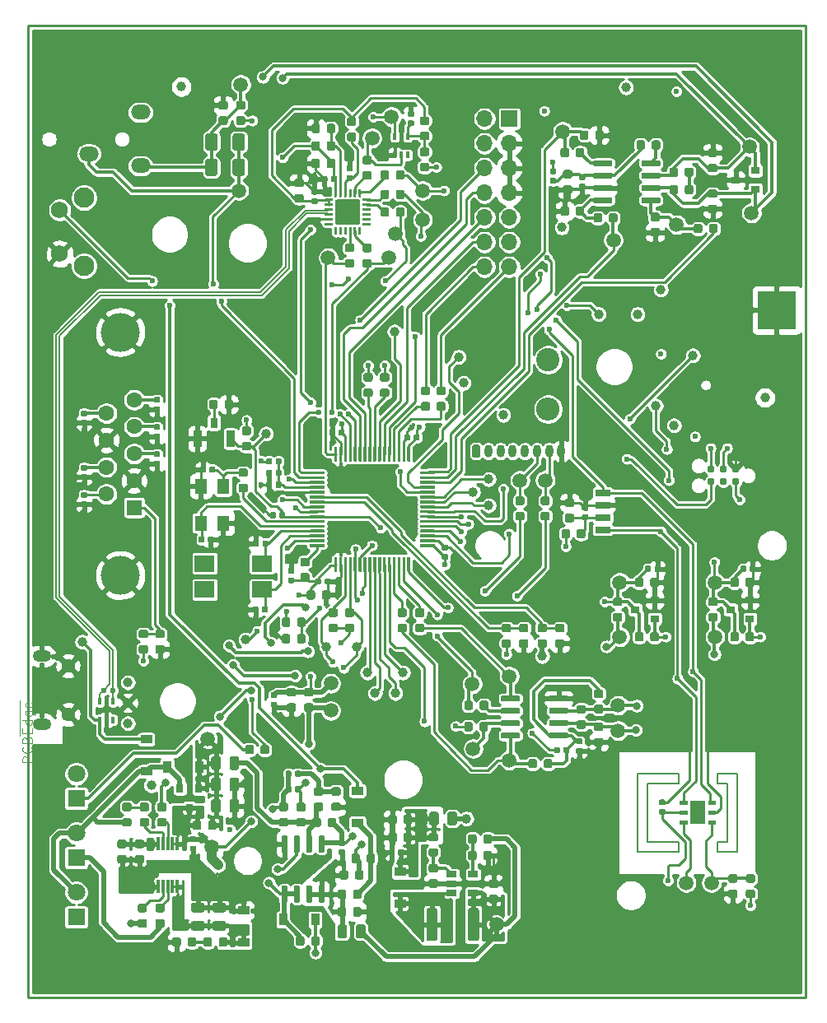
<source format=gbr>
G04 #@! TF.GenerationSoftware,KiCad,Pcbnew,5.1.5+dfsg1-2build2*
G04 #@! TF.CreationDate,2021-09-29T14:40:33+01:00*
G04 #@! TF.ProjectId,OSM_env01,4f534d5f-656e-4763-9031-2e6b69636164,B*
G04 #@! TF.SameCoordinates,Original*
G04 #@! TF.FileFunction,Copper,L4,Bot*
G04 #@! TF.FilePolarity,Positive*
%FSLAX46Y46*%
G04 Gerber Fmt 4.6, Leading zero omitted, Abs format (unit mm)*
G04 Created by KiCad (PCBNEW 5.1.5+dfsg1-2build2) date 2021-09-29 14:40:33*
%MOMM*%
%LPD*%
G04 APERTURE LIST*
%ADD10C,0.150000*%
%ADD11C,0.254000*%
%ADD12C,0.050000*%
%ADD13C,0.100000*%
%ADD14C,1.000000*%
%ADD15O,0.800000X1.300000*%
%ADD16R,1.600000X0.700000*%
%ADD17R,1.200000X0.900000*%
%ADD18R,0.900000X0.800000*%
%ADD19R,0.900000X1.200000*%
%ADD20R,4.000000X4.000000*%
%ADD21R,1.060000X0.650000*%
%ADD22R,0.400000X0.650000*%
%ADD23R,1.800000X1.800000*%
%ADD24C,1.800000*%
%ADD25R,0.800000X1.100000*%
%ADD26R,0.900000X1.700000*%
%ADD27C,1.450000*%
%ADD28O,1.900000X1.200000*%
%ADD29C,0.500000*%
%ADD30R,1.300000X1.600000*%
%ADD31R,2.100000X1.700000*%
%ADD32O,2.000000X1.500000*%
%ADD33R,0.800000X0.900000*%
%ADD34R,0.300000X1.400000*%
%ADD35C,2.100000*%
%ADD36C,1.750000*%
%ADD37C,1.500000*%
%ADD38O,2.400000X2.400000*%
%ADD39C,2.400000*%
%ADD40O,1.700000X1.700000*%
%ADD41R,1.700000X1.700000*%
%ADD42C,0.787400*%
%ADD43R,1.600000X1.600000*%
%ADD44C,1.600000*%
%ADD45C,4.000000*%
%ADD46R,1.500000X2.400000*%
%ADD47C,0.600000*%
%ADD48C,0.800000*%
%ADD49C,0.250000*%
%ADD50C,0.360000*%
%ADD51C,0.500000*%
%ADD52C,1.000000*%
%ADD53C,0.200000*%
G04 APERTURE END LIST*
D10*
X155600000Y-113200000D02*
X155600000Y-105200000D01*
X153600000Y-105200000D02*
X155600000Y-105200000D01*
X153600000Y-113200000D02*
X153600000Y-112200000D01*
X153600000Y-113200000D02*
X155600000Y-113200000D01*
X145400000Y-113200000D02*
X145400000Y-105200000D01*
X153600000Y-106200000D02*
X153600000Y-105200000D01*
X149600000Y-106200000D02*
X149600000Y-105200000D01*
X149600000Y-113200000D02*
X145400000Y-113200000D01*
X149600000Y-112200000D02*
X149600000Y-113200000D01*
X147400000Y-112200000D02*
X149600000Y-112200000D01*
X147400000Y-106200000D02*
X149600000Y-106200000D01*
X146400000Y-106200000D02*
X147400000Y-106200000D01*
X146400000Y-112200000D02*
X146400000Y-106200000D01*
X147400000Y-112200000D02*
X146400000Y-112200000D01*
X149600000Y-105200000D02*
X145400000Y-105200000D01*
X153600000Y-112200000D02*
X154600000Y-112200000D01*
X153600000Y-106200000D02*
X154600000Y-106200000D01*
X154600000Y-112200000D02*
X154600000Y-106200000D01*
D11*
X162700000Y-128200000D02*
X162700000Y-28200000D01*
X82700000Y-128200000D02*
X82700000Y-28200000D01*
X82700000Y-28200000D02*
X162700000Y-28200000D01*
X82700000Y-128200000D02*
X162700000Y-128200000D01*
D12*
X83149820Y-104005299D02*
X82149820Y-104005299D01*
X82149820Y-103624346D01*
X82197440Y-103529108D01*
X82245059Y-103481489D01*
X82340297Y-103433870D01*
X82483154Y-103433870D01*
X82578392Y-103481489D01*
X82626011Y-103529108D01*
X82673630Y-103624346D01*
X82673630Y-104005299D01*
X83054582Y-102433870D02*
X83102201Y-102481489D01*
X83149820Y-102624346D01*
X83149820Y-102719584D01*
X83102201Y-102862441D01*
X83006963Y-102957680D01*
X82911725Y-103005299D01*
X82721249Y-103052918D01*
X82578392Y-103052918D01*
X82387916Y-103005299D01*
X82292678Y-102957680D01*
X82197440Y-102862441D01*
X82149820Y-102719584D01*
X82149820Y-102624346D01*
X82197440Y-102481489D01*
X82245059Y-102433870D01*
X82626011Y-101671965D02*
X82673630Y-101529108D01*
X82721249Y-101481489D01*
X82816487Y-101433870D01*
X82959344Y-101433870D01*
X83054582Y-101481489D01*
X83102201Y-101529108D01*
X83149820Y-101624346D01*
X83149820Y-102005299D01*
X82149820Y-102005299D01*
X82149820Y-101671965D01*
X82197440Y-101576727D01*
X82245059Y-101529108D01*
X82340297Y-101481489D01*
X82435535Y-101481489D01*
X82530773Y-101529108D01*
X82578392Y-101576727D01*
X82626011Y-101671965D01*
X82626011Y-102005299D01*
X81912440Y-101243394D02*
X81912440Y-100338632D01*
X82626011Y-101005299D02*
X82626011Y-100671965D01*
X83149820Y-100529108D02*
X83149820Y-101005299D01*
X82149820Y-101005299D01*
X82149820Y-100529108D01*
X81912440Y-100338632D02*
X81912440Y-99433870D01*
X83149820Y-99671965D02*
X82149820Y-99671965D01*
X83102201Y-99671965D02*
X83149820Y-99767203D01*
X83149820Y-99957680D01*
X83102201Y-100052918D01*
X83054582Y-100100537D01*
X82959344Y-100148156D01*
X82673630Y-100148156D01*
X82578392Y-100100537D01*
X82530773Y-100052918D01*
X82483154Y-99957680D01*
X82483154Y-99767203D01*
X82530773Y-99671965D01*
X81912440Y-99433870D02*
X81912440Y-98529108D01*
X82483154Y-98767203D02*
X83292678Y-98767203D01*
X83387916Y-98814822D01*
X83435535Y-98862441D01*
X83483154Y-98957680D01*
X83483154Y-99100537D01*
X83435535Y-99195775D01*
X83102201Y-98767203D02*
X83149820Y-98862441D01*
X83149820Y-99052918D01*
X83102201Y-99148156D01*
X83054582Y-99195775D01*
X82959344Y-99243394D01*
X82673630Y-99243394D01*
X82578392Y-99195775D01*
X82530773Y-99148156D01*
X82483154Y-99052918D01*
X82483154Y-98862441D01*
X82530773Y-98767203D01*
X81912440Y-98529108D02*
X81912440Y-97671965D01*
X83102201Y-97910060D02*
X83149820Y-98005299D01*
X83149820Y-98195775D01*
X83102201Y-98291013D01*
X83006963Y-98338632D01*
X82626011Y-98338632D01*
X82530773Y-98291013D01*
X82483154Y-98195775D01*
X82483154Y-98005299D01*
X82530773Y-97910060D01*
X82626011Y-97862441D01*
X82721249Y-97862441D01*
X82816487Y-98338632D01*
D13*
X84500000Y-92800000D02*
G75*
G02X84500000Y-93400000I0J-300000D01*
G01*
X83800000Y-92800000D02*
X84500000Y-92800000D01*
X84500000Y-93400000D02*
X83800000Y-93400000D01*
X83800000Y-93400000D02*
G75*
G02X83800000Y-92800000I0J300000D01*
G01*
X84500000Y-99800000D02*
G75*
G02X84500000Y-100400000I0J-300000D01*
G01*
X83800000Y-99800000D02*
X84500000Y-99800000D01*
X84500000Y-100400000D02*
X83800000Y-100400000D01*
X83800000Y-100400000D02*
G75*
G02X83800000Y-99800000I0J300000D01*
G01*
G04 #@! TA.AperFunction,SMDPad,CuDef*
G36*
X96186958Y-67390710D02*
G01*
X96201276Y-67392834D01*
X96215317Y-67396351D01*
X96228946Y-67401228D01*
X96242031Y-67407417D01*
X96254447Y-67414858D01*
X96266073Y-67423481D01*
X96276798Y-67433202D01*
X96286519Y-67443927D01*
X96295142Y-67455553D01*
X96302583Y-67467969D01*
X96308772Y-67481054D01*
X96313649Y-67494683D01*
X96317166Y-67508724D01*
X96319290Y-67523042D01*
X96320000Y-67537500D01*
X96320000Y-67832500D01*
X96319290Y-67846958D01*
X96317166Y-67861276D01*
X96313649Y-67875317D01*
X96308772Y-67888946D01*
X96302583Y-67902031D01*
X96295142Y-67914447D01*
X96286519Y-67926073D01*
X96276798Y-67936798D01*
X96266073Y-67946519D01*
X96254447Y-67955142D01*
X96242031Y-67962583D01*
X96228946Y-67968772D01*
X96215317Y-67973649D01*
X96201276Y-67977166D01*
X96186958Y-67979290D01*
X96172500Y-67980000D01*
X95827500Y-67980000D01*
X95813042Y-67979290D01*
X95798724Y-67977166D01*
X95784683Y-67973649D01*
X95771054Y-67968772D01*
X95757969Y-67962583D01*
X95745553Y-67955142D01*
X95733927Y-67946519D01*
X95723202Y-67936798D01*
X95713481Y-67926073D01*
X95704858Y-67914447D01*
X95697417Y-67902031D01*
X95691228Y-67888946D01*
X95686351Y-67875317D01*
X95682834Y-67861276D01*
X95680710Y-67846958D01*
X95680000Y-67832500D01*
X95680000Y-67537500D01*
X95680710Y-67523042D01*
X95682834Y-67508724D01*
X95686351Y-67494683D01*
X95691228Y-67481054D01*
X95697417Y-67467969D01*
X95704858Y-67455553D01*
X95713481Y-67443927D01*
X95723202Y-67433202D01*
X95733927Y-67423481D01*
X95745553Y-67414858D01*
X95757969Y-67407417D01*
X95771054Y-67401228D01*
X95784683Y-67396351D01*
X95798724Y-67392834D01*
X95813042Y-67390710D01*
X95827500Y-67390000D01*
X96172500Y-67390000D01*
X96186958Y-67390710D01*
G37*
G04 #@! TD.AperFunction*
G04 #@! TA.AperFunction,SMDPad,CuDef*
G36*
X96186958Y-66420710D02*
G01*
X96201276Y-66422834D01*
X96215317Y-66426351D01*
X96228946Y-66431228D01*
X96242031Y-66437417D01*
X96254447Y-66444858D01*
X96266073Y-66453481D01*
X96276798Y-66463202D01*
X96286519Y-66473927D01*
X96295142Y-66485553D01*
X96302583Y-66497969D01*
X96308772Y-66511054D01*
X96313649Y-66524683D01*
X96317166Y-66538724D01*
X96319290Y-66553042D01*
X96320000Y-66567500D01*
X96320000Y-66862500D01*
X96319290Y-66876958D01*
X96317166Y-66891276D01*
X96313649Y-66905317D01*
X96308772Y-66918946D01*
X96302583Y-66932031D01*
X96295142Y-66944447D01*
X96286519Y-66956073D01*
X96276798Y-66966798D01*
X96266073Y-66976519D01*
X96254447Y-66985142D01*
X96242031Y-66992583D01*
X96228946Y-66998772D01*
X96215317Y-67003649D01*
X96201276Y-67007166D01*
X96186958Y-67009290D01*
X96172500Y-67010000D01*
X95827500Y-67010000D01*
X95813042Y-67009290D01*
X95798724Y-67007166D01*
X95784683Y-67003649D01*
X95771054Y-66998772D01*
X95757969Y-66992583D01*
X95745553Y-66985142D01*
X95733927Y-66976519D01*
X95723202Y-66966798D01*
X95713481Y-66956073D01*
X95704858Y-66944447D01*
X95697417Y-66932031D01*
X95691228Y-66918946D01*
X95686351Y-66905317D01*
X95682834Y-66891276D01*
X95680710Y-66876958D01*
X95680000Y-66862500D01*
X95680000Y-66567500D01*
X95680710Y-66553042D01*
X95682834Y-66538724D01*
X95686351Y-66524683D01*
X95691228Y-66511054D01*
X95697417Y-66497969D01*
X95704858Y-66485553D01*
X95713481Y-66473927D01*
X95723202Y-66463202D01*
X95733927Y-66453481D01*
X95745553Y-66444858D01*
X95757969Y-66437417D01*
X95771054Y-66431228D01*
X95784683Y-66426351D01*
X95798724Y-66422834D01*
X95813042Y-66420710D01*
X95827500Y-66420000D01*
X96172500Y-66420000D01*
X96186958Y-66420710D01*
G37*
G04 #@! TD.AperFunction*
G04 #@! TA.AperFunction,SMDPad,CuDef*
G36*
X96186958Y-69220710D02*
G01*
X96201276Y-69222834D01*
X96215317Y-69226351D01*
X96228946Y-69231228D01*
X96242031Y-69237417D01*
X96254447Y-69244858D01*
X96266073Y-69253481D01*
X96276798Y-69263202D01*
X96286519Y-69273927D01*
X96295142Y-69285553D01*
X96302583Y-69297969D01*
X96308772Y-69311054D01*
X96313649Y-69324683D01*
X96317166Y-69338724D01*
X96319290Y-69353042D01*
X96320000Y-69367500D01*
X96320000Y-69662500D01*
X96319290Y-69676958D01*
X96317166Y-69691276D01*
X96313649Y-69705317D01*
X96308772Y-69718946D01*
X96302583Y-69732031D01*
X96295142Y-69744447D01*
X96286519Y-69756073D01*
X96276798Y-69766798D01*
X96266073Y-69776519D01*
X96254447Y-69785142D01*
X96242031Y-69792583D01*
X96228946Y-69798772D01*
X96215317Y-69803649D01*
X96201276Y-69807166D01*
X96186958Y-69809290D01*
X96172500Y-69810000D01*
X95827500Y-69810000D01*
X95813042Y-69809290D01*
X95798724Y-69807166D01*
X95784683Y-69803649D01*
X95771054Y-69798772D01*
X95757969Y-69792583D01*
X95745553Y-69785142D01*
X95733927Y-69776519D01*
X95723202Y-69766798D01*
X95713481Y-69756073D01*
X95704858Y-69744447D01*
X95697417Y-69732031D01*
X95691228Y-69718946D01*
X95686351Y-69705317D01*
X95682834Y-69691276D01*
X95680710Y-69676958D01*
X95680000Y-69662500D01*
X95680000Y-69367500D01*
X95680710Y-69353042D01*
X95682834Y-69338724D01*
X95686351Y-69324683D01*
X95691228Y-69311054D01*
X95697417Y-69297969D01*
X95704858Y-69285553D01*
X95713481Y-69273927D01*
X95723202Y-69263202D01*
X95733927Y-69253481D01*
X95745553Y-69244858D01*
X95757969Y-69237417D01*
X95771054Y-69231228D01*
X95784683Y-69226351D01*
X95798724Y-69222834D01*
X95813042Y-69220710D01*
X95827500Y-69220000D01*
X96172500Y-69220000D01*
X96186958Y-69220710D01*
G37*
G04 #@! TD.AperFunction*
G04 #@! TA.AperFunction,SMDPad,CuDef*
G36*
X96186958Y-70190710D02*
G01*
X96201276Y-70192834D01*
X96215317Y-70196351D01*
X96228946Y-70201228D01*
X96242031Y-70207417D01*
X96254447Y-70214858D01*
X96266073Y-70223481D01*
X96276798Y-70233202D01*
X96286519Y-70243927D01*
X96295142Y-70255553D01*
X96302583Y-70267969D01*
X96308772Y-70281054D01*
X96313649Y-70294683D01*
X96317166Y-70308724D01*
X96319290Y-70323042D01*
X96320000Y-70337500D01*
X96320000Y-70632500D01*
X96319290Y-70646958D01*
X96317166Y-70661276D01*
X96313649Y-70675317D01*
X96308772Y-70688946D01*
X96302583Y-70702031D01*
X96295142Y-70714447D01*
X96286519Y-70726073D01*
X96276798Y-70736798D01*
X96266073Y-70746519D01*
X96254447Y-70755142D01*
X96242031Y-70762583D01*
X96228946Y-70768772D01*
X96215317Y-70773649D01*
X96201276Y-70777166D01*
X96186958Y-70779290D01*
X96172500Y-70780000D01*
X95827500Y-70780000D01*
X95813042Y-70779290D01*
X95798724Y-70777166D01*
X95784683Y-70773649D01*
X95771054Y-70768772D01*
X95757969Y-70762583D01*
X95745553Y-70755142D01*
X95733927Y-70746519D01*
X95723202Y-70736798D01*
X95713481Y-70726073D01*
X95704858Y-70714447D01*
X95697417Y-70702031D01*
X95691228Y-70688946D01*
X95686351Y-70675317D01*
X95682834Y-70661276D01*
X95680710Y-70646958D01*
X95680000Y-70632500D01*
X95680000Y-70337500D01*
X95680710Y-70323042D01*
X95682834Y-70308724D01*
X95686351Y-70294683D01*
X95691228Y-70281054D01*
X95697417Y-70267969D01*
X95704858Y-70255553D01*
X95713481Y-70243927D01*
X95723202Y-70233202D01*
X95733927Y-70223481D01*
X95745553Y-70214858D01*
X95757969Y-70207417D01*
X95771054Y-70201228D01*
X95784683Y-70196351D01*
X95798724Y-70192834D01*
X95813042Y-70190710D01*
X95827500Y-70190000D01*
X96172500Y-70190000D01*
X96186958Y-70190710D01*
G37*
G04 #@! TD.AperFunction*
G04 #@! TA.AperFunction,SMDPad,CuDef*
G36*
X88686958Y-73420710D02*
G01*
X88701276Y-73422834D01*
X88715317Y-73426351D01*
X88728946Y-73431228D01*
X88742031Y-73437417D01*
X88754447Y-73444858D01*
X88766073Y-73453481D01*
X88776798Y-73463202D01*
X88786519Y-73473927D01*
X88795142Y-73485553D01*
X88802583Y-73497969D01*
X88808772Y-73511054D01*
X88813649Y-73524683D01*
X88817166Y-73538724D01*
X88819290Y-73553042D01*
X88820000Y-73567500D01*
X88820000Y-73862500D01*
X88819290Y-73876958D01*
X88817166Y-73891276D01*
X88813649Y-73905317D01*
X88808772Y-73918946D01*
X88802583Y-73932031D01*
X88795142Y-73944447D01*
X88786519Y-73956073D01*
X88776798Y-73966798D01*
X88766073Y-73976519D01*
X88754447Y-73985142D01*
X88742031Y-73992583D01*
X88728946Y-73998772D01*
X88715317Y-74003649D01*
X88701276Y-74007166D01*
X88686958Y-74009290D01*
X88672500Y-74010000D01*
X88327500Y-74010000D01*
X88313042Y-74009290D01*
X88298724Y-74007166D01*
X88284683Y-74003649D01*
X88271054Y-73998772D01*
X88257969Y-73992583D01*
X88245553Y-73985142D01*
X88233927Y-73976519D01*
X88223202Y-73966798D01*
X88213481Y-73956073D01*
X88204858Y-73944447D01*
X88197417Y-73932031D01*
X88191228Y-73918946D01*
X88186351Y-73905317D01*
X88182834Y-73891276D01*
X88180710Y-73876958D01*
X88180000Y-73862500D01*
X88180000Y-73567500D01*
X88180710Y-73553042D01*
X88182834Y-73538724D01*
X88186351Y-73524683D01*
X88191228Y-73511054D01*
X88197417Y-73497969D01*
X88204858Y-73485553D01*
X88213481Y-73473927D01*
X88223202Y-73463202D01*
X88233927Y-73453481D01*
X88245553Y-73444858D01*
X88257969Y-73437417D01*
X88271054Y-73431228D01*
X88284683Y-73426351D01*
X88298724Y-73422834D01*
X88313042Y-73420710D01*
X88327500Y-73420000D01*
X88672500Y-73420000D01*
X88686958Y-73420710D01*
G37*
G04 #@! TD.AperFunction*
G04 #@! TA.AperFunction,SMDPad,CuDef*
G36*
X88686958Y-74390710D02*
G01*
X88701276Y-74392834D01*
X88715317Y-74396351D01*
X88728946Y-74401228D01*
X88742031Y-74407417D01*
X88754447Y-74414858D01*
X88766073Y-74423481D01*
X88776798Y-74433202D01*
X88786519Y-74443927D01*
X88795142Y-74455553D01*
X88802583Y-74467969D01*
X88808772Y-74481054D01*
X88813649Y-74494683D01*
X88817166Y-74508724D01*
X88819290Y-74523042D01*
X88820000Y-74537500D01*
X88820000Y-74832500D01*
X88819290Y-74846958D01*
X88817166Y-74861276D01*
X88813649Y-74875317D01*
X88808772Y-74888946D01*
X88802583Y-74902031D01*
X88795142Y-74914447D01*
X88786519Y-74926073D01*
X88776798Y-74936798D01*
X88766073Y-74946519D01*
X88754447Y-74955142D01*
X88742031Y-74962583D01*
X88728946Y-74968772D01*
X88715317Y-74973649D01*
X88701276Y-74977166D01*
X88686958Y-74979290D01*
X88672500Y-74980000D01*
X88327500Y-74980000D01*
X88313042Y-74979290D01*
X88298724Y-74977166D01*
X88284683Y-74973649D01*
X88271054Y-74968772D01*
X88257969Y-74962583D01*
X88245553Y-74955142D01*
X88233927Y-74946519D01*
X88223202Y-74936798D01*
X88213481Y-74926073D01*
X88204858Y-74914447D01*
X88197417Y-74902031D01*
X88191228Y-74888946D01*
X88186351Y-74875317D01*
X88182834Y-74861276D01*
X88180710Y-74846958D01*
X88180000Y-74832500D01*
X88180000Y-74537500D01*
X88180710Y-74523042D01*
X88182834Y-74508724D01*
X88186351Y-74494683D01*
X88191228Y-74481054D01*
X88197417Y-74467969D01*
X88204858Y-74455553D01*
X88213481Y-74443927D01*
X88223202Y-74433202D01*
X88233927Y-74423481D01*
X88245553Y-74414858D01*
X88257969Y-74407417D01*
X88271054Y-74401228D01*
X88284683Y-74396351D01*
X88298724Y-74392834D01*
X88313042Y-74390710D01*
X88327500Y-74390000D01*
X88672500Y-74390000D01*
X88686958Y-74390710D01*
G37*
G04 #@! TD.AperFunction*
D14*
X127000000Y-62300000D03*
X147280000Y-67350000D03*
X151080000Y-62150000D03*
X149150000Y-69350000D03*
D15*
X137550000Y-72000000D03*
X136300000Y-72000000D03*
X135050000Y-72000000D03*
X133800000Y-72000000D03*
X132550000Y-72000000D03*
X131300000Y-72000000D03*
X130050000Y-72000000D03*
G04 #@! TA.AperFunction,ComponentPad*
D13*
G36*
X129019603Y-71350963D02*
G01*
X129039018Y-71353843D01*
X129058057Y-71358612D01*
X129076537Y-71365224D01*
X129094279Y-71373616D01*
X129111114Y-71383706D01*
X129126879Y-71395398D01*
X129141421Y-71408579D01*
X129154602Y-71423121D01*
X129166294Y-71438886D01*
X129176384Y-71455721D01*
X129184776Y-71473463D01*
X129191388Y-71491943D01*
X129196157Y-71510982D01*
X129199037Y-71530397D01*
X129200000Y-71550000D01*
X129200000Y-72450000D01*
X129199037Y-72469603D01*
X129196157Y-72489018D01*
X129191388Y-72508057D01*
X129184776Y-72526537D01*
X129176384Y-72544279D01*
X129166294Y-72561114D01*
X129154602Y-72576879D01*
X129141421Y-72591421D01*
X129126879Y-72604602D01*
X129111114Y-72616294D01*
X129094279Y-72626384D01*
X129076537Y-72634776D01*
X129058057Y-72641388D01*
X129039018Y-72646157D01*
X129019603Y-72649037D01*
X129000000Y-72650000D01*
X128600000Y-72650000D01*
X128580397Y-72649037D01*
X128560982Y-72646157D01*
X128541943Y-72641388D01*
X128523463Y-72634776D01*
X128505721Y-72626384D01*
X128488886Y-72616294D01*
X128473121Y-72604602D01*
X128458579Y-72591421D01*
X128445398Y-72576879D01*
X128433706Y-72561114D01*
X128423616Y-72544279D01*
X128415224Y-72526537D01*
X128408612Y-72508057D01*
X128403843Y-72489018D01*
X128400963Y-72469603D01*
X128400000Y-72450000D01*
X128400000Y-71550000D01*
X128400963Y-71530397D01*
X128403843Y-71510982D01*
X128408612Y-71491943D01*
X128415224Y-71473463D01*
X128423616Y-71455721D01*
X128433706Y-71438886D01*
X128445398Y-71423121D01*
X128458579Y-71408579D01*
X128473121Y-71395398D01*
X128488886Y-71383706D01*
X128505721Y-71373616D01*
X128523463Y-71365224D01*
X128541943Y-71358612D01*
X128560982Y-71353843D01*
X128580397Y-71350963D01*
X128600000Y-71350000D01*
X129000000Y-71350000D01*
X129019603Y-71350963D01*
G37*
G04 #@! TD.AperFunction*
D14*
X121300000Y-94800000D03*
D16*
X141800000Y-80105000D03*
X141800000Y-78835000D03*
X141800000Y-77565000D03*
X141800000Y-76295000D03*
G04 #@! TA.AperFunction,SMDPad,CuDef*
D13*
G36*
X115986958Y-42620710D02*
G01*
X116001276Y-42622834D01*
X116015317Y-42626351D01*
X116028946Y-42631228D01*
X116042031Y-42637417D01*
X116054447Y-42644858D01*
X116066073Y-42653481D01*
X116076798Y-42663202D01*
X116086519Y-42673927D01*
X116095142Y-42685553D01*
X116102583Y-42697969D01*
X116108772Y-42711054D01*
X116113649Y-42724683D01*
X116117166Y-42738724D01*
X116119290Y-42753042D01*
X116120000Y-42767500D01*
X116120000Y-43062500D01*
X116119290Y-43076958D01*
X116117166Y-43091276D01*
X116113649Y-43105317D01*
X116108772Y-43118946D01*
X116102583Y-43132031D01*
X116095142Y-43144447D01*
X116086519Y-43156073D01*
X116076798Y-43166798D01*
X116066073Y-43176519D01*
X116054447Y-43185142D01*
X116042031Y-43192583D01*
X116028946Y-43198772D01*
X116015317Y-43203649D01*
X116001276Y-43207166D01*
X115986958Y-43209290D01*
X115972500Y-43210000D01*
X115627500Y-43210000D01*
X115613042Y-43209290D01*
X115598724Y-43207166D01*
X115584683Y-43203649D01*
X115571054Y-43198772D01*
X115557969Y-43192583D01*
X115545553Y-43185142D01*
X115533927Y-43176519D01*
X115523202Y-43166798D01*
X115513481Y-43156073D01*
X115504858Y-43144447D01*
X115497417Y-43132031D01*
X115491228Y-43118946D01*
X115486351Y-43105317D01*
X115482834Y-43091276D01*
X115480710Y-43076958D01*
X115480000Y-43062500D01*
X115480000Y-42767500D01*
X115480710Y-42753042D01*
X115482834Y-42738724D01*
X115486351Y-42724683D01*
X115491228Y-42711054D01*
X115497417Y-42697969D01*
X115504858Y-42685553D01*
X115513481Y-42673927D01*
X115523202Y-42663202D01*
X115533927Y-42653481D01*
X115545553Y-42644858D01*
X115557969Y-42637417D01*
X115571054Y-42631228D01*
X115584683Y-42626351D01*
X115598724Y-42622834D01*
X115613042Y-42620710D01*
X115627500Y-42620000D01*
X115972500Y-42620000D01*
X115986958Y-42620710D01*
G37*
G04 #@! TD.AperFunction*
G04 #@! TA.AperFunction,SMDPad,CuDef*
G36*
X115986958Y-43590710D02*
G01*
X116001276Y-43592834D01*
X116015317Y-43596351D01*
X116028946Y-43601228D01*
X116042031Y-43607417D01*
X116054447Y-43614858D01*
X116066073Y-43623481D01*
X116076798Y-43633202D01*
X116086519Y-43643927D01*
X116095142Y-43655553D01*
X116102583Y-43667969D01*
X116108772Y-43681054D01*
X116113649Y-43694683D01*
X116117166Y-43708724D01*
X116119290Y-43723042D01*
X116120000Y-43737500D01*
X116120000Y-44032500D01*
X116119290Y-44046958D01*
X116117166Y-44061276D01*
X116113649Y-44075317D01*
X116108772Y-44088946D01*
X116102583Y-44102031D01*
X116095142Y-44114447D01*
X116086519Y-44126073D01*
X116076798Y-44136798D01*
X116066073Y-44146519D01*
X116054447Y-44155142D01*
X116042031Y-44162583D01*
X116028946Y-44168772D01*
X116015317Y-44173649D01*
X116001276Y-44177166D01*
X115986958Y-44179290D01*
X115972500Y-44180000D01*
X115627500Y-44180000D01*
X115613042Y-44179290D01*
X115598724Y-44177166D01*
X115584683Y-44173649D01*
X115571054Y-44168772D01*
X115557969Y-44162583D01*
X115545553Y-44155142D01*
X115533927Y-44146519D01*
X115523202Y-44136798D01*
X115513481Y-44126073D01*
X115504858Y-44114447D01*
X115497417Y-44102031D01*
X115491228Y-44088946D01*
X115486351Y-44075317D01*
X115482834Y-44061276D01*
X115480710Y-44046958D01*
X115480000Y-44032500D01*
X115480000Y-43737500D01*
X115480710Y-43723042D01*
X115482834Y-43708724D01*
X115486351Y-43694683D01*
X115491228Y-43681054D01*
X115497417Y-43667969D01*
X115504858Y-43655553D01*
X115513481Y-43643927D01*
X115523202Y-43633202D01*
X115533927Y-43623481D01*
X115545553Y-43614858D01*
X115557969Y-43607417D01*
X115571054Y-43601228D01*
X115584683Y-43596351D01*
X115598724Y-43592834D01*
X115613042Y-43590710D01*
X115627500Y-43590000D01*
X115972500Y-43590000D01*
X115986958Y-43590710D01*
G37*
G04 #@! TD.AperFunction*
G04 #@! TA.AperFunction,SMDPad,CuDef*
G36*
X110877691Y-43976053D02*
G01*
X110898926Y-43979203D01*
X110919750Y-43984419D01*
X110939962Y-43991651D01*
X110959368Y-44000830D01*
X110977781Y-44011866D01*
X110995024Y-44024654D01*
X111010930Y-44039070D01*
X111025346Y-44054976D01*
X111038134Y-44072219D01*
X111049170Y-44090632D01*
X111058349Y-44110038D01*
X111065581Y-44130250D01*
X111070797Y-44151074D01*
X111073947Y-44172309D01*
X111075000Y-44193750D01*
X111075000Y-44631250D01*
X111073947Y-44652691D01*
X111070797Y-44673926D01*
X111065581Y-44694750D01*
X111058349Y-44714962D01*
X111049170Y-44734368D01*
X111038134Y-44752781D01*
X111025346Y-44770024D01*
X111010930Y-44785930D01*
X110995024Y-44800346D01*
X110977781Y-44813134D01*
X110959368Y-44824170D01*
X110939962Y-44833349D01*
X110919750Y-44840581D01*
X110898926Y-44845797D01*
X110877691Y-44848947D01*
X110856250Y-44850000D01*
X110343750Y-44850000D01*
X110322309Y-44848947D01*
X110301074Y-44845797D01*
X110280250Y-44840581D01*
X110260038Y-44833349D01*
X110240632Y-44824170D01*
X110222219Y-44813134D01*
X110204976Y-44800346D01*
X110189070Y-44785930D01*
X110174654Y-44770024D01*
X110161866Y-44752781D01*
X110150830Y-44734368D01*
X110141651Y-44714962D01*
X110134419Y-44694750D01*
X110129203Y-44673926D01*
X110126053Y-44652691D01*
X110125000Y-44631250D01*
X110125000Y-44193750D01*
X110126053Y-44172309D01*
X110129203Y-44151074D01*
X110134419Y-44130250D01*
X110141651Y-44110038D01*
X110150830Y-44090632D01*
X110161866Y-44072219D01*
X110174654Y-44054976D01*
X110189070Y-44039070D01*
X110204976Y-44024654D01*
X110222219Y-44011866D01*
X110240632Y-44000830D01*
X110260038Y-43991651D01*
X110280250Y-43984419D01*
X110301074Y-43979203D01*
X110322309Y-43976053D01*
X110343750Y-43975000D01*
X110856250Y-43975000D01*
X110877691Y-43976053D01*
G37*
G04 #@! TD.AperFunction*
G04 #@! TA.AperFunction,SMDPad,CuDef*
G36*
X110877691Y-45551053D02*
G01*
X110898926Y-45554203D01*
X110919750Y-45559419D01*
X110939962Y-45566651D01*
X110959368Y-45575830D01*
X110977781Y-45586866D01*
X110995024Y-45599654D01*
X111010930Y-45614070D01*
X111025346Y-45629976D01*
X111038134Y-45647219D01*
X111049170Y-45665632D01*
X111058349Y-45685038D01*
X111065581Y-45705250D01*
X111070797Y-45726074D01*
X111073947Y-45747309D01*
X111075000Y-45768750D01*
X111075000Y-46206250D01*
X111073947Y-46227691D01*
X111070797Y-46248926D01*
X111065581Y-46269750D01*
X111058349Y-46289962D01*
X111049170Y-46309368D01*
X111038134Y-46327781D01*
X111025346Y-46345024D01*
X111010930Y-46360930D01*
X110995024Y-46375346D01*
X110977781Y-46388134D01*
X110959368Y-46399170D01*
X110939962Y-46408349D01*
X110919750Y-46415581D01*
X110898926Y-46420797D01*
X110877691Y-46423947D01*
X110856250Y-46425000D01*
X110343750Y-46425000D01*
X110322309Y-46423947D01*
X110301074Y-46420797D01*
X110280250Y-46415581D01*
X110260038Y-46408349D01*
X110240632Y-46399170D01*
X110222219Y-46388134D01*
X110204976Y-46375346D01*
X110189070Y-46360930D01*
X110174654Y-46345024D01*
X110161866Y-46327781D01*
X110150830Y-46309368D01*
X110141651Y-46289962D01*
X110134419Y-46269750D01*
X110129203Y-46248926D01*
X110126053Y-46227691D01*
X110125000Y-46206250D01*
X110125000Y-45768750D01*
X110126053Y-45747309D01*
X110129203Y-45726074D01*
X110134419Y-45705250D01*
X110141651Y-45685038D01*
X110150830Y-45665632D01*
X110161866Y-45647219D01*
X110174654Y-45629976D01*
X110189070Y-45614070D01*
X110204976Y-45599654D01*
X110222219Y-45586866D01*
X110240632Y-45575830D01*
X110260038Y-45566651D01*
X110280250Y-45559419D01*
X110301074Y-45554203D01*
X110322309Y-45551053D01*
X110343750Y-45550000D01*
X110856250Y-45550000D01*
X110877691Y-45551053D01*
G37*
G04 #@! TD.AperFunction*
G04 #@! TA.AperFunction,SMDPad,CuDef*
G36*
X112386958Y-45020710D02*
G01*
X112401276Y-45022834D01*
X112415317Y-45026351D01*
X112428946Y-45031228D01*
X112442031Y-45037417D01*
X112454447Y-45044858D01*
X112466073Y-45053481D01*
X112476798Y-45063202D01*
X112486519Y-45073927D01*
X112495142Y-45085553D01*
X112502583Y-45097969D01*
X112508772Y-45111054D01*
X112513649Y-45124683D01*
X112517166Y-45138724D01*
X112519290Y-45153042D01*
X112520000Y-45167500D01*
X112520000Y-45462500D01*
X112519290Y-45476958D01*
X112517166Y-45491276D01*
X112513649Y-45505317D01*
X112508772Y-45518946D01*
X112502583Y-45532031D01*
X112495142Y-45544447D01*
X112486519Y-45556073D01*
X112476798Y-45566798D01*
X112466073Y-45576519D01*
X112454447Y-45585142D01*
X112442031Y-45592583D01*
X112428946Y-45598772D01*
X112415317Y-45603649D01*
X112401276Y-45607166D01*
X112386958Y-45609290D01*
X112372500Y-45610000D01*
X112027500Y-45610000D01*
X112013042Y-45609290D01*
X111998724Y-45607166D01*
X111984683Y-45603649D01*
X111971054Y-45598772D01*
X111957969Y-45592583D01*
X111945553Y-45585142D01*
X111933927Y-45576519D01*
X111923202Y-45566798D01*
X111913481Y-45556073D01*
X111904858Y-45544447D01*
X111897417Y-45532031D01*
X111891228Y-45518946D01*
X111886351Y-45505317D01*
X111882834Y-45491276D01*
X111880710Y-45476958D01*
X111880000Y-45462500D01*
X111880000Y-45167500D01*
X111880710Y-45153042D01*
X111882834Y-45138724D01*
X111886351Y-45124683D01*
X111891228Y-45111054D01*
X111897417Y-45097969D01*
X111904858Y-45085553D01*
X111913481Y-45073927D01*
X111923202Y-45063202D01*
X111933927Y-45053481D01*
X111945553Y-45044858D01*
X111957969Y-45037417D01*
X111971054Y-45031228D01*
X111984683Y-45026351D01*
X111998724Y-45022834D01*
X112013042Y-45020710D01*
X112027500Y-45020000D01*
X112372500Y-45020000D01*
X112386958Y-45020710D01*
G37*
G04 #@! TD.AperFunction*
G04 #@! TA.AperFunction,SMDPad,CuDef*
G36*
X112386958Y-45990710D02*
G01*
X112401276Y-45992834D01*
X112415317Y-45996351D01*
X112428946Y-46001228D01*
X112442031Y-46007417D01*
X112454447Y-46014858D01*
X112466073Y-46023481D01*
X112476798Y-46033202D01*
X112486519Y-46043927D01*
X112495142Y-46055553D01*
X112502583Y-46067969D01*
X112508772Y-46081054D01*
X112513649Y-46094683D01*
X112517166Y-46108724D01*
X112519290Y-46123042D01*
X112520000Y-46137500D01*
X112520000Y-46432500D01*
X112519290Y-46446958D01*
X112517166Y-46461276D01*
X112513649Y-46475317D01*
X112508772Y-46488946D01*
X112502583Y-46502031D01*
X112495142Y-46514447D01*
X112486519Y-46526073D01*
X112476798Y-46536798D01*
X112466073Y-46546519D01*
X112454447Y-46555142D01*
X112442031Y-46562583D01*
X112428946Y-46568772D01*
X112415317Y-46573649D01*
X112401276Y-46577166D01*
X112386958Y-46579290D01*
X112372500Y-46580000D01*
X112027500Y-46580000D01*
X112013042Y-46579290D01*
X111998724Y-46577166D01*
X111984683Y-46573649D01*
X111971054Y-46568772D01*
X111957969Y-46562583D01*
X111945553Y-46555142D01*
X111933927Y-46546519D01*
X111923202Y-46536798D01*
X111913481Y-46526073D01*
X111904858Y-46514447D01*
X111897417Y-46502031D01*
X111891228Y-46488946D01*
X111886351Y-46475317D01*
X111882834Y-46461276D01*
X111880710Y-46446958D01*
X111880000Y-46432500D01*
X111880000Y-46137500D01*
X111880710Y-46123042D01*
X111882834Y-46108724D01*
X111886351Y-46094683D01*
X111891228Y-46081054D01*
X111897417Y-46067969D01*
X111904858Y-46055553D01*
X111913481Y-46043927D01*
X111923202Y-46033202D01*
X111933927Y-46023481D01*
X111945553Y-46014858D01*
X111957969Y-46007417D01*
X111971054Y-46001228D01*
X111984683Y-45996351D01*
X111998724Y-45992834D01*
X112013042Y-45990710D01*
X112027500Y-45990000D01*
X112372500Y-45990000D01*
X112386958Y-45990710D01*
G37*
G04 #@! TD.AperFunction*
G04 #@! TA.AperFunction,SMDPad,CuDef*
G36*
X88686958Y-67820710D02*
G01*
X88701276Y-67822834D01*
X88715317Y-67826351D01*
X88728946Y-67831228D01*
X88742031Y-67837417D01*
X88754447Y-67844858D01*
X88766073Y-67853481D01*
X88776798Y-67863202D01*
X88786519Y-67873927D01*
X88795142Y-67885553D01*
X88802583Y-67897969D01*
X88808772Y-67911054D01*
X88813649Y-67924683D01*
X88817166Y-67938724D01*
X88819290Y-67953042D01*
X88820000Y-67967500D01*
X88820000Y-68262500D01*
X88819290Y-68276958D01*
X88817166Y-68291276D01*
X88813649Y-68305317D01*
X88808772Y-68318946D01*
X88802583Y-68332031D01*
X88795142Y-68344447D01*
X88786519Y-68356073D01*
X88776798Y-68366798D01*
X88766073Y-68376519D01*
X88754447Y-68385142D01*
X88742031Y-68392583D01*
X88728946Y-68398772D01*
X88715317Y-68403649D01*
X88701276Y-68407166D01*
X88686958Y-68409290D01*
X88672500Y-68410000D01*
X88327500Y-68410000D01*
X88313042Y-68409290D01*
X88298724Y-68407166D01*
X88284683Y-68403649D01*
X88271054Y-68398772D01*
X88257969Y-68392583D01*
X88245553Y-68385142D01*
X88233927Y-68376519D01*
X88223202Y-68366798D01*
X88213481Y-68356073D01*
X88204858Y-68344447D01*
X88197417Y-68332031D01*
X88191228Y-68318946D01*
X88186351Y-68305317D01*
X88182834Y-68291276D01*
X88180710Y-68276958D01*
X88180000Y-68262500D01*
X88180000Y-67967500D01*
X88180710Y-67953042D01*
X88182834Y-67938724D01*
X88186351Y-67924683D01*
X88191228Y-67911054D01*
X88197417Y-67897969D01*
X88204858Y-67885553D01*
X88213481Y-67873927D01*
X88223202Y-67863202D01*
X88233927Y-67853481D01*
X88245553Y-67844858D01*
X88257969Y-67837417D01*
X88271054Y-67831228D01*
X88284683Y-67826351D01*
X88298724Y-67822834D01*
X88313042Y-67820710D01*
X88327500Y-67820000D01*
X88672500Y-67820000D01*
X88686958Y-67820710D01*
G37*
G04 #@! TD.AperFunction*
G04 #@! TA.AperFunction,SMDPad,CuDef*
G36*
X88686958Y-68790710D02*
G01*
X88701276Y-68792834D01*
X88715317Y-68796351D01*
X88728946Y-68801228D01*
X88742031Y-68807417D01*
X88754447Y-68814858D01*
X88766073Y-68823481D01*
X88776798Y-68833202D01*
X88786519Y-68843927D01*
X88795142Y-68855553D01*
X88802583Y-68867969D01*
X88808772Y-68881054D01*
X88813649Y-68894683D01*
X88817166Y-68908724D01*
X88819290Y-68923042D01*
X88820000Y-68937500D01*
X88820000Y-69232500D01*
X88819290Y-69246958D01*
X88817166Y-69261276D01*
X88813649Y-69275317D01*
X88808772Y-69288946D01*
X88802583Y-69302031D01*
X88795142Y-69314447D01*
X88786519Y-69326073D01*
X88776798Y-69336798D01*
X88766073Y-69346519D01*
X88754447Y-69355142D01*
X88742031Y-69362583D01*
X88728946Y-69368772D01*
X88715317Y-69373649D01*
X88701276Y-69377166D01*
X88686958Y-69379290D01*
X88672500Y-69380000D01*
X88327500Y-69380000D01*
X88313042Y-69379290D01*
X88298724Y-69377166D01*
X88284683Y-69373649D01*
X88271054Y-69368772D01*
X88257969Y-69362583D01*
X88245553Y-69355142D01*
X88233927Y-69346519D01*
X88223202Y-69336798D01*
X88213481Y-69326073D01*
X88204858Y-69314447D01*
X88197417Y-69302031D01*
X88191228Y-69288946D01*
X88186351Y-69275317D01*
X88182834Y-69261276D01*
X88180710Y-69246958D01*
X88180000Y-69232500D01*
X88180000Y-68937500D01*
X88180710Y-68923042D01*
X88182834Y-68908724D01*
X88186351Y-68894683D01*
X88191228Y-68881054D01*
X88197417Y-68867969D01*
X88204858Y-68855553D01*
X88213481Y-68843927D01*
X88223202Y-68833202D01*
X88233927Y-68823481D01*
X88245553Y-68814858D01*
X88257969Y-68807417D01*
X88271054Y-68801228D01*
X88284683Y-68796351D01*
X88298724Y-68792834D01*
X88313042Y-68790710D01*
X88327500Y-68790000D01*
X88672500Y-68790000D01*
X88686958Y-68790710D01*
G37*
G04 #@! TD.AperFunction*
G04 #@! TA.AperFunction,SMDPad,CuDef*
G36*
X96186958Y-72020710D02*
G01*
X96201276Y-72022834D01*
X96215317Y-72026351D01*
X96228946Y-72031228D01*
X96242031Y-72037417D01*
X96254447Y-72044858D01*
X96266073Y-72053481D01*
X96276798Y-72063202D01*
X96286519Y-72073927D01*
X96295142Y-72085553D01*
X96302583Y-72097969D01*
X96308772Y-72111054D01*
X96313649Y-72124683D01*
X96317166Y-72138724D01*
X96319290Y-72153042D01*
X96320000Y-72167500D01*
X96320000Y-72462500D01*
X96319290Y-72476958D01*
X96317166Y-72491276D01*
X96313649Y-72505317D01*
X96308772Y-72518946D01*
X96302583Y-72532031D01*
X96295142Y-72544447D01*
X96286519Y-72556073D01*
X96276798Y-72566798D01*
X96266073Y-72576519D01*
X96254447Y-72585142D01*
X96242031Y-72592583D01*
X96228946Y-72598772D01*
X96215317Y-72603649D01*
X96201276Y-72607166D01*
X96186958Y-72609290D01*
X96172500Y-72610000D01*
X95827500Y-72610000D01*
X95813042Y-72609290D01*
X95798724Y-72607166D01*
X95784683Y-72603649D01*
X95771054Y-72598772D01*
X95757969Y-72592583D01*
X95745553Y-72585142D01*
X95733927Y-72576519D01*
X95723202Y-72566798D01*
X95713481Y-72556073D01*
X95704858Y-72544447D01*
X95697417Y-72532031D01*
X95691228Y-72518946D01*
X95686351Y-72505317D01*
X95682834Y-72491276D01*
X95680710Y-72476958D01*
X95680000Y-72462500D01*
X95680000Y-72167500D01*
X95680710Y-72153042D01*
X95682834Y-72138724D01*
X95686351Y-72124683D01*
X95691228Y-72111054D01*
X95697417Y-72097969D01*
X95704858Y-72085553D01*
X95713481Y-72073927D01*
X95723202Y-72063202D01*
X95733927Y-72053481D01*
X95745553Y-72044858D01*
X95757969Y-72037417D01*
X95771054Y-72031228D01*
X95784683Y-72026351D01*
X95798724Y-72022834D01*
X95813042Y-72020710D01*
X95827500Y-72020000D01*
X96172500Y-72020000D01*
X96186958Y-72020710D01*
G37*
G04 #@! TD.AperFunction*
G04 #@! TA.AperFunction,SMDPad,CuDef*
G36*
X96186958Y-72990710D02*
G01*
X96201276Y-72992834D01*
X96215317Y-72996351D01*
X96228946Y-73001228D01*
X96242031Y-73007417D01*
X96254447Y-73014858D01*
X96266073Y-73023481D01*
X96276798Y-73033202D01*
X96286519Y-73043927D01*
X96295142Y-73055553D01*
X96302583Y-73067969D01*
X96308772Y-73081054D01*
X96313649Y-73094683D01*
X96317166Y-73108724D01*
X96319290Y-73123042D01*
X96320000Y-73137500D01*
X96320000Y-73432500D01*
X96319290Y-73446958D01*
X96317166Y-73461276D01*
X96313649Y-73475317D01*
X96308772Y-73488946D01*
X96302583Y-73502031D01*
X96295142Y-73514447D01*
X96286519Y-73526073D01*
X96276798Y-73536798D01*
X96266073Y-73546519D01*
X96254447Y-73555142D01*
X96242031Y-73562583D01*
X96228946Y-73568772D01*
X96215317Y-73573649D01*
X96201276Y-73577166D01*
X96186958Y-73579290D01*
X96172500Y-73580000D01*
X95827500Y-73580000D01*
X95813042Y-73579290D01*
X95798724Y-73577166D01*
X95784683Y-73573649D01*
X95771054Y-73568772D01*
X95757969Y-73562583D01*
X95745553Y-73555142D01*
X95733927Y-73546519D01*
X95723202Y-73536798D01*
X95713481Y-73526073D01*
X95704858Y-73514447D01*
X95697417Y-73502031D01*
X95691228Y-73488946D01*
X95686351Y-73475317D01*
X95682834Y-73461276D01*
X95680710Y-73446958D01*
X95680000Y-73432500D01*
X95680000Y-73137500D01*
X95680710Y-73123042D01*
X95682834Y-73108724D01*
X95686351Y-73094683D01*
X95691228Y-73081054D01*
X95697417Y-73067969D01*
X95704858Y-73055553D01*
X95713481Y-73043927D01*
X95723202Y-73033202D01*
X95733927Y-73023481D01*
X95745553Y-73014858D01*
X95757969Y-73007417D01*
X95771054Y-73001228D01*
X95784683Y-72996351D01*
X95798724Y-72992834D01*
X95813042Y-72990710D01*
X95827500Y-72990000D01*
X96172500Y-72990000D01*
X96186958Y-72990710D01*
G37*
G04 #@! TD.AperFunction*
G04 #@! TA.AperFunction,SMDPad,CuDef*
G36*
X139586958Y-102540710D02*
G01*
X139601276Y-102542834D01*
X139615317Y-102546351D01*
X139628946Y-102551228D01*
X139642031Y-102557417D01*
X139654447Y-102564858D01*
X139666073Y-102573481D01*
X139676798Y-102583202D01*
X139686519Y-102593927D01*
X139695142Y-102605553D01*
X139702583Y-102617969D01*
X139708772Y-102631054D01*
X139713649Y-102644683D01*
X139717166Y-102658724D01*
X139719290Y-102673042D01*
X139720000Y-102687500D01*
X139720000Y-102982500D01*
X139719290Y-102996958D01*
X139717166Y-103011276D01*
X139713649Y-103025317D01*
X139708772Y-103038946D01*
X139702583Y-103052031D01*
X139695142Y-103064447D01*
X139686519Y-103076073D01*
X139676798Y-103086798D01*
X139666073Y-103096519D01*
X139654447Y-103105142D01*
X139642031Y-103112583D01*
X139628946Y-103118772D01*
X139615317Y-103123649D01*
X139601276Y-103127166D01*
X139586958Y-103129290D01*
X139572500Y-103130000D01*
X139227500Y-103130000D01*
X139213042Y-103129290D01*
X139198724Y-103127166D01*
X139184683Y-103123649D01*
X139171054Y-103118772D01*
X139157969Y-103112583D01*
X139145553Y-103105142D01*
X139133927Y-103096519D01*
X139123202Y-103086798D01*
X139113481Y-103076073D01*
X139104858Y-103064447D01*
X139097417Y-103052031D01*
X139091228Y-103038946D01*
X139086351Y-103025317D01*
X139082834Y-103011276D01*
X139080710Y-102996958D01*
X139080000Y-102982500D01*
X139080000Y-102687500D01*
X139080710Y-102673042D01*
X139082834Y-102658724D01*
X139086351Y-102644683D01*
X139091228Y-102631054D01*
X139097417Y-102617969D01*
X139104858Y-102605553D01*
X139113481Y-102593927D01*
X139123202Y-102583202D01*
X139133927Y-102573481D01*
X139145553Y-102564858D01*
X139157969Y-102557417D01*
X139171054Y-102551228D01*
X139184683Y-102546351D01*
X139198724Y-102542834D01*
X139213042Y-102540710D01*
X139227500Y-102540000D01*
X139572500Y-102540000D01*
X139586958Y-102540710D01*
G37*
G04 #@! TD.AperFunction*
G04 #@! TA.AperFunction,SMDPad,CuDef*
G36*
X139586958Y-101570710D02*
G01*
X139601276Y-101572834D01*
X139615317Y-101576351D01*
X139628946Y-101581228D01*
X139642031Y-101587417D01*
X139654447Y-101594858D01*
X139666073Y-101603481D01*
X139676798Y-101613202D01*
X139686519Y-101623927D01*
X139695142Y-101635553D01*
X139702583Y-101647969D01*
X139708772Y-101661054D01*
X139713649Y-101674683D01*
X139717166Y-101688724D01*
X139719290Y-101703042D01*
X139720000Y-101717500D01*
X139720000Y-102012500D01*
X139719290Y-102026958D01*
X139717166Y-102041276D01*
X139713649Y-102055317D01*
X139708772Y-102068946D01*
X139702583Y-102082031D01*
X139695142Y-102094447D01*
X139686519Y-102106073D01*
X139676798Y-102116798D01*
X139666073Y-102126519D01*
X139654447Y-102135142D01*
X139642031Y-102142583D01*
X139628946Y-102148772D01*
X139615317Y-102153649D01*
X139601276Y-102157166D01*
X139586958Y-102159290D01*
X139572500Y-102160000D01*
X139227500Y-102160000D01*
X139213042Y-102159290D01*
X139198724Y-102157166D01*
X139184683Y-102153649D01*
X139171054Y-102148772D01*
X139157969Y-102142583D01*
X139145553Y-102135142D01*
X139133927Y-102126519D01*
X139123202Y-102116798D01*
X139113481Y-102106073D01*
X139104858Y-102094447D01*
X139097417Y-102082031D01*
X139091228Y-102068946D01*
X139086351Y-102055317D01*
X139082834Y-102041276D01*
X139080710Y-102026958D01*
X139080000Y-102012500D01*
X139080000Y-101717500D01*
X139080710Y-101703042D01*
X139082834Y-101688724D01*
X139086351Y-101674683D01*
X139091228Y-101661054D01*
X139097417Y-101647969D01*
X139104858Y-101635553D01*
X139113481Y-101623927D01*
X139123202Y-101613202D01*
X139133927Y-101603481D01*
X139145553Y-101594858D01*
X139157969Y-101587417D01*
X139171054Y-101581228D01*
X139184683Y-101576351D01*
X139198724Y-101572834D01*
X139213042Y-101570710D01*
X139227500Y-101570000D01*
X139572500Y-101570000D01*
X139586958Y-101570710D01*
G37*
G04 #@! TD.AperFunction*
G04 #@! TA.AperFunction,SMDPad,CuDef*
G36*
X139886958Y-43520710D02*
G01*
X139901276Y-43522834D01*
X139915317Y-43526351D01*
X139928946Y-43531228D01*
X139942031Y-43537417D01*
X139954447Y-43544858D01*
X139966073Y-43553481D01*
X139976798Y-43563202D01*
X139986519Y-43573927D01*
X139995142Y-43585553D01*
X140002583Y-43597969D01*
X140008772Y-43611054D01*
X140013649Y-43624683D01*
X140017166Y-43638724D01*
X140019290Y-43653042D01*
X140020000Y-43667500D01*
X140020000Y-43962500D01*
X140019290Y-43976958D01*
X140017166Y-43991276D01*
X140013649Y-44005317D01*
X140008772Y-44018946D01*
X140002583Y-44032031D01*
X139995142Y-44044447D01*
X139986519Y-44056073D01*
X139976798Y-44066798D01*
X139966073Y-44076519D01*
X139954447Y-44085142D01*
X139942031Y-44092583D01*
X139928946Y-44098772D01*
X139915317Y-44103649D01*
X139901276Y-44107166D01*
X139886958Y-44109290D01*
X139872500Y-44110000D01*
X139527500Y-44110000D01*
X139513042Y-44109290D01*
X139498724Y-44107166D01*
X139484683Y-44103649D01*
X139471054Y-44098772D01*
X139457969Y-44092583D01*
X139445553Y-44085142D01*
X139433927Y-44076519D01*
X139423202Y-44066798D01*
X139413481Y-44056073D01*
X139404858Y-44044447D01*
X139397417Y-44032031D01*
X139391228Y-44018946D01*
X139386351Y-44005317D01*
X139382834Y-43991276D01*
X139380710Y-43976958D01*
X139380000Y-43962500D01*
X139380000Y-43667500D01*
X139380710Y-43653042D01*
X139382834Y-43638724D01*
X139386351Y-43624683D01*
X139391228Y-43611054D01*
X139397417Y-43597969D01*
X139404858Y-43585553D01*
X139413481Y-43573927D01*
X139423202Y-43563202D01*
X139433927Y-43553481D01*
X139445553Y-43544858D01*
X139457969Y-43537417D01*
X139471054Y-43531228D01*
X139484683Y-43526351D01*
X139498724Y-43522834D01*
X139513042Y-43520710D01*
X139527500Y-43520000D01*
X139872500Y-43520000D01*
X139886958Y-43520710D01*
G37*
G04 #@! TD.AperFunction*
G04 #@! TA.AperFunction,SMDPad,CuDef*
G36*
X139886958Y-44490710D02*
G01*
X139901276Y-44492834D01*
X139915317Y-44496351D01*
X139928946Y-44501228D01*
X139942031Y-44507417D01*
X139954447Y-44514858D01*
X139966073Y-44523481D01*
X139976798Y-44533202D01*
X139986519Y-44543927D01*
X139995142Y-44555553D01*
X140002583Y-44567969D01*
X140008772Y-44581054D01*
X140013649Y-44594683D01*
X140017166Y-44608724D01*
X140019290Y-44623042D01*
X140020000Y-44637500D01*
X140020000Y-44932500D01*
X140019290Y-44946958D01*
X140017166Y-44961276D01*
X140013649Y-44975317D01*
X140008772Y-44988946D01*
X140002583Y-45002031D01*
X139995142Y-45014447D01*
X139986519Y-45026073D01*
X139976798Y-45036798D01*
X139966073Y-45046519D01*
X139954447Y-45055142D01*
X139942031Y-45062583D01*
X139928946Y-45068772D01*
X139915317Y-45073649D01*
X139901276Y-45077166D01*
X139886958Y-45079290D01*
X139872500Y-45080000D01*
X139527500Y-45080000D01*
X139513042Y-45079290D01*
X139498724Y-45077166D01*
X139484683Y-45073649D01*
X139471054Y-45068772D01*
X139457969Y-45062583D01*
X139445553Y-45055142D01*
X139433927Y-45046519D01*
X139423202Y-45036798D01*
X139413481Y-45026073D01*
X139404858Y-45014447D01*
X139397417Y-45002031D01*
X139391228Y-44988946D01*
X139386351Y-44975317D01*
X139382834Y-44961276D01*
X139380710Y-44946958D01*
X139380000Y-44932500D01*
X139380000Y-44637500D01*
X139380710Y-44623042D01*
X139382834Y-44608724D01*
X139386351Y-44594683D01*
X139391228Y-44581054D01*
X139397417Y-44567969D01*
X139404858Y-44555553D01*
X139413481Y-44543927D01*
X139423202Y-44533202D01*
X139433927Y-44523481D01*
X139445553Y-44514858D01*
X139457969Y-44507417D01*
X139471054Y-44501228D01*
X139484683Y-44496351D01*
X139498724Y-44492834D01*
X139513042Y-44490710D01*
X139527500Y-44490000D01*
X139872500Y-44490000D01*
X139886958Y-44490710D01*
G37*
G04 #@! TD.AperFunction*
G04 #@! TA.AperFunction,SMDPad,CuDef*
G36*
X148111958Y-108815710D02*
G01*
X148126276Y-108817834D01*
X148140317Y-108821351D01*
X148153946Y-108826228D01*
X148167031Y-108832417D01*
X148179447Y-108839858D01*
X148191073Y-108848481D01*
X148201798Y-108858202D01*
X148211519Y-108868927D01*
X148220142Y-108880553D01*
X148227583Y-108892969D01*
X148233772Y-108906054D01*
X148238649Y-108919683D01*
X148242166Y-108933724D01*
X148244290Y-108948042D01*
X148245000Y-108962500D01*
X148245000Y-109257500D01*
X148244290Y-109271958D01*
X148242166Y-109286276D01*
X148238649Y-109300317D01*
X148233772Y-109313946D01*
X148227583Y-109327031D01*
X148220142Y-109339447D01*
X148211519Y-109351073D01*
X148201798Y-109361798D01*
X148191073Y-109371519D01*
X148179447Y-109380142D01*
X148167031Y-109387583D01*
X148153946Y-109393772D01*
X148140317Y-109398649D01*
X148126276Y-109402166D01*
X148111958Y-109404290D01*
X148097500Y-109405000D01*
X147752500Y-109405000D01*
X147738042Y-109404290D01*
X147723724Y-109402166D01*
X147709683Y-109398649D01*
X147696054Y-109393772D01*
X147682969Y-109387583D01*
X147670553Y-109380142D01*
X147658927Y-109371519D01*
X147648202Y-109361798D01*
X147638481Y-109351073D01*
X147629858Y-109339447D01*
X147622417Y-109327031D01*
X147616228Y-109313946D01*
X147611351Y-109300317D01*
X147607834Y-109286276D01*
X147605710Y-109271958D01*
X147605000Y-109257500D01*
X147605000Y-108962500D01*
X147605710Y-108948042D01*
X147607834Y-108933724D01*
X147611351Y-108919683D01*
X147616228Y-108906054D01*
X147622417Y-108892969D01*
X147629858Y-108880553D01*
X147638481Y-108868927D01*
X147648202Y-108858202D01*
X147658927Y-108848481D01*
X147670553Y-108839858D01*
X147682969Y-108832417D01*
X147696054Y-108826228D01*
X147709683Y-108821351D01*
X147723724Y-108817834D01*
X147738042Y-108815710D01*
X147752500Y-108815000D01*
X148097500Y-108815000D01*
X148111958Y-108815710D01*
G37*
G04 #@! TD.AperFunction*
G04 #@! TA.AperFunction,SMDPad,CuDef*
G36*
X148111958Y-107845710D02*
G01*
X148126276Y-107847834D01*
X148140317Y-107851351D01*
X148153946Y-107856228D01*
X148167031Y-107862417D01*
X148179447Y-107869858D01*
X148191073Y-107878481D01*
X148201798Y-107888202D01*
X148211519Y-107898927D01*
X148220142Y-107910553D01*
X148227583Y-107922969D01*
X148233772Y-107936054D01*
X148238649Y-107949683D01*
X148242166Y-107963724D01*
X148244290Y-107978042D01*
X148245000Y-107992500D01*
X148245000Y-108287500D01*
X148244290Y-108301958D01*
X148242166Y-108316276D01*
X148238649Y-108330317D01*
X148233772Y-108343946D01*
X148227583Y-108357031D01*
X148220142Y-108369447D01*
X148211519Y-108381073D01*
X148201798Y-108391798D01*
X148191073Y-108401519D01*
X148179447Y-108410142D01*
X148167031Y-108417583D01*
X148153946Y-108423772D01*
X148140317Y-108428649D01*
X148126276Y-108432166D01*
X148111958Y-108434290D01*
X148097500Y-108435000D01*
X147752500Y-108435000D01*
X147738042Y-108434290D01*
X147723724Y-108432166D01*
X147709683Y-108428649D01*
X147696054Y-108423772D01*
X147682969Y-108417583D01*
X147670553Y-108410142D01*
X147658927Y-108401519D01*
X147648202Y-108391798D01*
X147638481Y-108381073D01*
X147629858Y-108369447D01*
X147622417Y-108357031D01*
X147616228Y-108343946D01*
X147611351Y-108330317D01*
X147607834Y-108316276D01*
X147605710Y-108301958D01*
X147605000Y-108287500D01*
X147605000Y-107992500D01*
X147605710Y-107978042D01*
X147607834Y-107963724D01*
X147611351Y-107949683D01*
X147616228Y-107936054D01*
X147622417Y-107922969D01*
X147629858Y-107910553D01*
X147638481Y-107898927D01*
X147648202Y-107888202D01*
X147658927Y-107878481D01*
X147670553Y-107869858D01*
X147682969Y-107862417D01*
X147696054Y-107856228D01*
X147709683Y-107851351D01*
X147723724Y-107847834D01*
X147738042Y-107845710D01*
X147752500Y-107845000D01*
X148097500Y-107845000D01*
X148111958Y-107845710D01*
G37*
G04 #@! TD.AperFunction*
G04 #@! TA.AperFunction,SMDPad,CuDef*
G36*
X122286958Y-37990710D02*
G01*
X122301276Y-37992834D01*
X122315317Y-37996351D01*
X122328946Y-38001228D01*
X122342031Y-38007417D01*
X122354447Y-38014858D01*
X122366073Y-38023481D01*
X122376798Y-38033202D01*
X122386519Y-38043927D01*
X122395142Y-38055553D01*
X122402583Y-38067969D01*
X122408772Y-38081054D01*
X122413649Y-38094683D01*
X122417166Y-38108724D01*
X122419290Y-38123042D01*
X122420000Y-38137500D01*
X122420000Y-38432500D01*
X122419290Y-38446958D01*
X122417166Y-38461276D01*
X122413649Y-38475317D01*
X122408772Y-38488946D01*
X122402583Y-38502031D01*
X122395142Y-38514447D01*
X122386519Y-38526073D01*
X122376798Y-38536798D01*
X122366073Y-38546519D01*
X122354447Y-38555142D01*
X122342031Y-38562583D01*
X122328946Y-38568772D01*
X122315317Y-38573649D01*
X122301276Y-38577166D01*
X122286958Y-38579290D01*
X122272500Y-38580000D01*
X121927500Y-38580000D01*
X121913042Y-38579290D01*
X121898724Y-38577166D01*
X121884683Y-38573649D01*
X121871054Y-38568772D01*
X121857969Y-38562583D01*
X121845553Y-38555142D01*
X121833927Y-38546519D01*
X121823202Y-38536798D01*
X121813481Y-38526073D01*
X121804858Y-38514447D01*
X121797417Y-38502031D01*
X121791228Y-38488946D01*
X121786351Y-38475317D01*
X121782834Y-38461276D01*
X121780710Y-38446958D01*
X121780000Y-38432500D01*
X121780000Y-38137500D01*
X121780710Y-38123042D01*
X121782834Y-38108724D01*
X121786351Y-38094683D01*
X121791228Y-38081054D01*
X121797417Y-38067969D01*
X121804858Y-38055553D01*
X121813481Y-38043927D01*
X121823202Y-38033202D01*
X121833927Y-38023481D01*
X121845553Y-38014858D01*
X121857969Y-38007417D01*
X121871054Y-38001228D01*
X121884683Y-37996351D01*
X121898724Y-37992834D01*
X121913042Y-37990710D01*
X121927500Y-37990000D01*
X122272500Y-37990000D01*
X122286958Y-37990710D01*
G37*
G04 #@! TD.AperFunction*
G04 #@! TA.AperFunction,SMDPad,CuDef*
G36*
X122286958Y-37020710D02*
G01*
X122301276Y-37022834D01*
X122315317Y-37026351D01*
X122328946Y-37031228D01*
X122342031Y-37037417D01*
X122354447Y-37044858D01*
X122366073Y-37053481D01*
X122376798Y-37063202D01*
X122386519Y-37073927D01*
X122395142Y-37085553D01*
X122402583Y-37097969D01*
X122408772Y-37111054D01*
X122413649Y-37124683D01*
X122417166Y-37138724D01*
X122419290Y-37153042D01*
X122420000Y-37167500D01*
X122420000Y-37462500D01*
X122419290Y-37476958D01*
X122417166Y-37491276D01*
X122413649Y-37505317D01*
X122408772Y-37518946D01*
X122402583Y-37532031D01*
X122395142Y-37544447D01*
X122386519Y-37556073D01*
X122376798Y-37566798D01*
X122366073Y-37576519D01*
X122354447Y-37585142D01*
X122342031Y-37592583D01*
X122328946Y-37598772D01*
X122315317Y-37603649D01*
X122301276Y-37607166D01*
X122286958Y-37609290D01*
X122272500Y-37610000D01*
X121927500Y-37610000D01*
X121913042Y-37609290D01*
X121898724Y-37607166D01*
X121884683Y-37603649D01*
X121871054Y-37598772D01*
X121857969Y-37592583D01*
X121845553Y-37585142D01*
X121833927Y-37576519D01*
X121823202Y-37566798D01*
X121813481Y-37556073D01*
X121804858Y-37544447D01*
X121797417Y-37532031D01*
X121791228Y-37518946D01*
X121786351Y-37505317D01*
X121782834Y-37491276D01*
X121780710Y-37476958D01*
X121780000Y-37462500D01*
X121780000Y-37167500D01*
X121780710Y-37153042D01*
X121782834Y-37138724D01*
X121786351Y-37124683D01*
X121791228Y-37111054D01*
X121797417Y-37097969D01*
X121804858Y-37085553D01*
X121813481Y-37073927D01*
X121823202Y-37063202D01*
X121833927Y-37053481D01*
X121845553Y-37044858D01*
X121857969Y-37037417D01*
X121871054Y-37031228D01*
X121884683Y-37026351D01*
X121898724Y-37022834D01*
X121913042Y-37020710D01*
X121927500Y-37020000D01*
X122272500Y-37020000D01*
X122286958Y-37020710D01*
G37*
G04 #@! TD.AperFunction*
G04 #@! TA.AperFunction,SMDPad,CuDef*
G36*
X88686958Y-76220710D02*
G01*
X88701276Y-76222834D01*
X88715317Y-76226351D01*
X88728946Y-76231228D01*
X88742031Y-76237417D01*
X88754447Y-76244858D01*
X88766073Y-76253481D01*
X88776798Y-76263202D01*
X88786519Y-76273927D01*
X88795142Y-76285553D01*
X88802583Y-76297969D01*
X88808772Y-76311054D01*
X88813649Y-76324683D01*
X88817166Y-76338724D01*
X88819290Y-76353042D01*
X88820000Y-76367500D01*
X88820000Y-76662500D01*
X88819290Y-76676958D01*
X88817166Y-76691276D01*
X88813649Y-76705317D01*
X88808772Y-76718946D01*
X88802583Y-76732031D01*
X88795142Y-76744447D01*
X88786519Y-76756073D01*
X88776798Y-76766798D01*
X88766073Y-76776519D01*
X88754447Y-76785142D01*
X88742031Y-76792583D01*
X88728946Y-76798772D01*
X88715317Y-76803649D01*
X88701276Y-76807166D01*
X88686958Y-76809290D01*
X88672500Y-76810000D01*
X88327500Y-76810000D01*
X88313042Y-76809290D01*
X88298724Y-76807166D01*
X88284683Y-76803649D01*
X88271054Y-76798772D01*
X88257969Y-76792583D01*
X88245553Y-76785142D01*
X88233927Y-76776519D01*
X88223202Y-76766798D01*
X88213481Y-76756073D01*
X88204858Y-76744447D01*
X88197417Y-76732031D01*
X88191228Y-76718946D01*
X88186351Y-76705317D01*
X88182834Y-76691276D01*
X88180710Y-76676958D01*
X88180000Y-76662500D01*
X88180000Y-76367500D01*
X88180710Y-76353042D01*
X88182834Y-76338724D01*
X88186351Y-76324683D01*
X88191228Y-76311054D01*
X88197417Y-76297969D01*
X88204858Y-76285553D01*
X88213481Y-76273927D01*
X88223202Y-76263202D01*
X88233927Y-76253481D01*
X88245553Y-76244858D01*
X88257969Y-76237417D01*
X88271054Y-76231228D01*
X88284683Y-76226351D01*
X88298724Y-76222834D01*
X88313042Y-76220710D01*
X88327500Y-76220000D01*
X88672500Y-76220000D01*
X88686958Y-76220710D01*
G37*
G04 #@! TD.AperFunction*
G04 #@! TA.AperFunction,SMDPad,CuDef*
G36*
X88686958Y-77190710D02*
G01*
X88701276Y-77192834D01*
X88715317Y-77196351D01*
X88728946Y-77201228D01*
X88742031Y-77207417D01*
X88754447Y-77214858D01*
X88766073Y-77223481D01*
X88776798Y-77233202D01*
X88786519Y-77243927D01*
X88795142Y-77255553D01*
X88802583Y-77267969D01*
X88808772Y-77281054D01*
X88813649Y-77294683D01*
X88817166Y-77308724D01*
X88819290Y-77323042D01*
X88820000Y-77337500D01*
X88820000Y-77632500D01*
X88819290Y-77646958D01*
X88817166Y-77661276D01*
X88813649Y-77675317D01*
X88808772Y-77688946D01*
X88802583Y-77702031D01*
X88795142Y-77714447D01*
X88786519Y-77726073D01*
X88776798Y-77736798D01*
X88766073Y-77746519D01*
X88754447Y-77755142D01*
X88742031Y-77762583D01*
X88728946Y-77768772D01*
X88715317Y-77773649D01*
X88701276Y-77777166D01*
X88686958Y-77779290D01*
X88672500Y-77780000D01*
X88327500Y-77780000D01*
X88313042Y-77779290D01*
X88298724Y-77777166D01*
X88284683Y-77773649D01*
X88271054Y-77768772D01*
X88257969Y-77762583D01*
X88245553Y-77755142D01*
X88233927Y-77746519D01*
X88223202Y-77736798D01*
X88213481Y-77726073D01*
X88204858Y-77714447D01*
X88197417Y-77702031D01*
X88191228Y-77688946D01*
X88186351Y-77675317D01*
X88182834Y-77661276D01*
X88180710Y-77646958D01*
X88180000Y-77632500D01*
X88180000Y-77337500D01*
X88180710Y-77323042D01*
X88182834Y-77308724D01*
X88186351Y-77294683D01*
X88191228Y-77281054D01*
X88197417Y-77267969D01*
X88204858Y-77255553D01*
X88213481Y-77243927D01*
X88223202Y-77233202D01*
X88233927Y-77223481D01*
X88245553Y-77214858D01*
X88257969Y-77207417D01*
X88271054Y-77201228D01*
X88284683Y-77196351D01*
X88298724Y-77192834D01*
X88313042Y-77190710D01*
X88327500Y-77190000D01*
X88672500Y-77190000D01*
X88686958Y-77190710D01*
G37*
G04 #@! TD.AperFunction*
D17*
X116600000Y-110250000D03*
X116600000Y-106950000D03*
D18*
X145150000Y-88300000D03*
X147150000Y-89250000D03*
X147150000Y-87350000D03*
X154950000Y-88300000D03*
X156950000Y-89250000D03*
X156950000Y-87350000D03*
D19*
X108950000Y-120200000D03*
X112250000Y-120200000D03*
G04 #@! TA.AperFunction,SMDPad,CuDef*
D13*
G36*
X124599505Y-119001204D02*
G01*
X124623773Y-119004804D01*
X124647572Y-119010765D01*
X124670671Y-119019030D01*
X124692850Y-119029520D01*
X124713893Y-119042132D01*
X124733599Y-119056747D01*
X124751777Y-119073223D01*
X124768253Y-119091401D01*
X124782868Y-119111107D01*
X124795480Y-119132150D01*
X124805970Y-119154329D01*
X124814235Y-119177428D01*
X124820196Y-119201227D01*
X124823796Y-119225495D01*
X124825000Y-119249999D01*
X124825000Y-122150001D01*
X124823796Y-122174505D01*
X124820196Y-122198773D01*
X124814235Y-122222572D01*
X124805970Y-122245671D01*
X124795480Y-122267850D01*
X124782868Y-122288893D01*
X124768253Y-122308599D01*
X124751777Y-122326777D01*
X124733599Y-122343253D01*
X124713893Y-122357868D01*
X124692850Y-122370480D01*
X124670671Y-122380970D01*
X124647572Y-122389235D01*
X124623773Y-122395196D01*
X124599505Y-122398796D01*
X124575001Y-122400000D01*
X123949999Y-122400000D01*
X123925495Y-122398796D01*
X123901227Y-122395196D01*
X123877428Y-122389235D01*
X123854329Y-122380970D01*
X123832150Y-122370480D01*
X123811107Y-122357868D01*
X123791401Y-122343253D01*
X123773223Y-122326777D01*
X123756747Y-122308599D01*
X123742132Y-122288893D01*
X123729520Y-122267850D01*
X123719030Y-122245671D01*
X123710765Y-122222572D01*
X123704804Y-122198773D01*
X123701204Y-122174505D01*
X123700000Y-122150001D01*
X123700000Y-119249999D01*
X123701204Y-119225495D01*
X123704804Y-119201227D01*
X123710765Y-119177428D01*
X123719030Y-119154329D01*
X123729520Y-119132150D01*
X123742132Y-119111107D01*
X123756747Y-119091401D01*
X123773223Y-119073223D01*
X123791401Y-119056747D01*
X123811107Y-119042132D01*
X123832150Y-119029520D01*
X123854329Y-119019030D01*
X123877428Y-119010765D01*
X123901227Y-119004804D01*
X123925495Y-119001204D01*
X123949999Y-119000000D01*
X124575001Y-119000000D01*
X124599505Y-119001204D01*
G37*
G04 #@! TD.AperFunction*
G04 #@! TA.AperFunction,SMDPad,CuDef*
G36*
X128874505Y-119001204D02*
G01*
X128898773Y-119004804D01*
X128922572Y-119010765D01*
X128945671Y-119019030D01*
X128967850Y-119029520D01*
X128988893Y-119042132D01*
X129008599Y-119056747D01*
X129026777Y-119073223D01*
X129043253Y-119091401D01*
X129057868Y-119111107D01*
X129070480Y-119132150D01*
X129080970Y-119154329D01*
X129089235Y-119177428D01*
X129095196Y-119201227D01*
X129098796Y-119225495D01*
X129100000Y-119249999D01*
X129100000Y-122150001D01*
X129098796Y-122174505D01*
X129095196Y-122198773D01*
X129089235Y-122222572D01*
X129080970Y-122245671D01*
X129070480Y-122267850D01*
X129057868Y-122288893D01*
X129043253Y-122308599D01*
X129026777Y-122326777D01*
X129008599Y-122343253D01*
X128988893Y-122357868D01*
X128967850Y-122370480D01*
X128945671Y-122380970D01*
X128922572Y-122389235D01*
X128898773Y-122395196D01*
X128874505Y-122398796D01*
X128850001Y-122400000D01*
X128224999Y-122400000D01*
X128200495Y-122398796D01*
X128176227Y-122395196D01*
X128152428Y-122389235D01*
X128129329Y-122380970D01*
X128107150Y-122370480D01*
X128086107Y-122357868D01*
X128066401Y-122343253D01*
X128048223Y-122326777D01*
X128031747Y-122308599D01*
X128017132Y-122288893D01*
X128004520Y-122267850D01*
X127994030Y-122245671D01*
X127985765Y-122222572D01*
X127979804Y-122198773D01*
X127976204Y-122174505D01*
X127975000Y-122150001D01*
X127975000Y-119249999D01*
X127976204Y-119225495D01*
X127979804Y-119201227D01*
X127985765Y-119177428D01*
X127994030Y-119154329D01*
X128004520Y-119132150D01*
X128017132Y-119111107D01*
X128031747Y-119091401D01*
X128048223Y-119073223D01*
X128066401Y-119056747D01*
X128086107Y-119042132D01*
X128107150Y-119029520D01*
X128129329Y-119019030D01*
X128152428Y-119010765D01*
X128176227Y-119004804D01*
X128200495Y-119001204D01*
X128224999Y-119000000D01*
X128850001Y-119000000D01*
X128874505Y-119001204D01*
G37*
G04 #@! TD.AperFunction*
G04 #@! TA.AperFunction,SMDPad,CuDef*
G36*
X109259703Y-116700722D02*
G01*
X109274264Y-116702882D01*
X109288543Y-116706459D01*
X109302403Y-116711418D01*
X109315710Y-116717712D01*
X109328336Y-116725280D01*
X109340159Y-116734048D01*
X109351066Y-116743934D01*
X109360952Y-116754841D01*
X109369720Y-116766664D01*
X109377288Y-116779290D01*
X109383582Y-116792597D01*
X109388541Y-116806457D01*
X109392118Y-116820736D01*
X109394278Y-116835297D01*
X109395000Y-116850000D01*
X109395000Y-118300000D01*
X109394278Y-118314703D01*
X109392118Y-118329264D01*
X109388541Y-118343543D01*
X109383582Y-118357403D01*
X109377288Y-118370710D01*
X109369720Y-118383336D01*
X109360952Y-118395159D01*
X109351066Y-118406066D01*
X109340159Y-118415952D01*
X109328336Y-118424720D01*
X109315710Y-118432288D01*
X109302403Y-118438582D01*
X109288543Y-118443541D01*
X109274264Y-118447118D01*
X109259703Y-118449278D01*
X109245000Y-118450000D01*
X108945000Y-118450000D01*
X108930297Y-118449278D01*
X108915736Y-118447118D01*
X108901457Y-118443541D01*
X108887597Y-118438582D01*
X108874290Y-118432288D01*
X108861664Y-118424720D01*
X108849841Y-118415952D01*
X108838934Y-118406066D01*
X108829048Y-118395159D01*
X108820280Y-118383336D01*
X108812712Y-118370710D01*
X108806418Y-118357403D01*
X108801459Y-118343543D01*
X108797882Y-118329264D01*
X108795722Y-118314703D01*
X108795000Y-118300000D01*
X108795000Y-116850000D01*
X108795722Y-116835297D01*
X108797882Y-116820736D01*
X108801459Y-116806457D01*
X108806418Y-116792597D01*
X108812712Y-116779290D01*
X108820280Y-116766664D01*
X108829048Y-116754841D01*
X108838934Y-116743934D01*
X108849841Y-116734048D01*
X108861664Y-116725280D01*
X108874290Y-116717712D01*
X108887597Y-116711418D01*
X108901457Y-116706459D01*
X108915736Y-116702882D01*
X108930297Y-116700722D01*
X108945000Y-116700000D01*
X109245000Y-116700000D01*
X109259703Y-116700722D01*
G37*
G04 #@! TD.AperFunction*
G04 #@! TA.AperFunction,SMDPad,CuDef*
G36*
X110529703Y-116700722D02*
G01*
X110544264Y-116702882D01*
X110558543Y-116706459D01*
X110572403Y-116711418D01*
X110585710Y-116717712D01*
X110598336Y-116725280D01*
X110610159Y-116734048D01*
X110621066Y-116743934D01*
X110630952Y-116754841D01*
X110639720Y-116766664D01*
X110647288Y-116779290D01*
X110653582Y-116792597D01*
X110658541Y-116806457D01*
X110662118Y-116820736D01*
X110664278Y-116835297D01*
X110665000Y-116850000D01*
X110665000Y-118300000D01*
X110664278Y-118314703D01*
X110662118Y-118329264D01*
X110658541Y-118343543D01*
X110653582Y-118357403D01*
X110647288Y-118370710D01*
X110639720Y-118383336D01*
X110630952Y-118395159D01*
X110621066Y-118406066D01*
X110610159Y-118415952D01*
X110598336Y-118424720D01*
X110585710Y-118432288D01*
X110572403Y-118438582D01*
X110558543Y-118443541D01*
X110544264Y-118447118D01*
X110529703Y-118449278D01*
X110515000Y-118450000D01*
X110215000Y-118450000D01*
X110200297Y-118449278D01*
X110185736Y-118447118D01*
X110171457Y-118443541D01*
X110157597Y-118438582D01*
X110144290Y-118432288D01*
X110131664Y-118424720D01*
X110119841Y-118415952D01*
X110108934Y-118406066D01*
X110099048Y-118395159D01*
X110090280Y-118383336D01*
X110082712Y-118370710D01*
X110076418Y-118357403D01*
X110071459Y-118343543D01*
X110067882Y-118329264D01*
X110065722Y-118314703D01*
X110065000Y-118300000D01*
X110065000Y-116850000D01*
X110065722Y-116835297D01*
X110067882Y-116820736D01*
X110071459Y-116806457D01*
X110076418Y-116792597D01*
X110082712Y-116779290D01*
X110090280Y-116766664D01*
X110099048Y-116754841D01*
X110108934Y-116743934D01*
X110119841Y-116734048D01*
X110131664Y-116725280D01*
X110144290Y-116717712D01*
X110157597Y-116711418D01*
X110171457Y-116706459D01*
X110185736Y-116702882D01*
X110200297Y-116700722D01*
X110215000Y-116700000D01*
X110515000Y-116700000D01*
X110529703Y-116700722D01*
G37*
G04 #@! TD.AperFunction*
G04 #@! TA.AperFunction,SMDPad,CuDef*
G36*
X111799703Y-116700722D02*
G01*
X111814264Y-116702882D01*
X111828543Y-116706459D01*
X111842403Y-116711418D01*
X111855710Y-116717712D01*
X111868336Y-116725280D01*
X111880159Y-116734048D01*
X111891066Y-116743934D01*
X111900952Y-116754841D01*
X111909720Y-116766664D01*
X111917288Y-116779290D01*
X111923582Y-116792597D01*
X111928541Y-116806457D01*
X111932118Y-116820736D01*
X111934278Y-116835297D01*
X111935000Y-116850000D01*
X111935000Y-118300000D01*
X111934278Y-118314703D01*
X111932118Y-118329264D01*
X111928541Y-118343543D01*
X111923582Y-118357403D01*
X111917288Y-118370710D01*
X111909720Y-118383336D01*
X111900952Y-118395159D01*
X111891066Y-118406066D01*
X111880159Y-118415952D01*
X111868336Y-118424720D01*
X111855710Y-118432288D01*
X111842403Y-118438582D01*
X111828543Y-118443541D01*
X111814264Y-118447118D01*
X111799703Y-118449278D01*
X111785000Y-118450000D01*
X111485000Y-118450000D01*
X111470297Y-118449278D01*
X111455736Y-118447118D01*
X111441457Y-118443541D01*
X111427597Y-118438582D01*
X111414290Y-118432288D01*
X111401664Y-118424720D01*
X111389841Y-118415952D01*
X111378934Y-118406066D01*
X111369048Y-118395159D01*
X111360280Y-118383336D01*
X111352712Y-118370710D01*
X111346418Y-118357403D01*
X111341459Y-118343543D01*
X111337882Y-118329264D01*
X111335722Y-118314703D01*
X111335000Y-118300000D01*
X111335000Y-116850000D01*
X111335722Y-116835297D01*
X111337882Y-116820736D01*
X111341459Y-116806457D01*
X111346418Y-116792597D01*
X111352712Y-116779290D01*
X111360280Y-116766664D01*
X111369048Y-116754841D01*
X111378934Y-116743934D01*
X111389841Y-116734048D01*
X111401664Y-116725280D01*
X111414290Y-116717712D01*
X111427597Y-116711418D01*
X111441457Y-116706459D01*
X111455736Y-116702882D01*
X111470297Y-116700722D01*
X111485000Y-116700000D01*
X111785000Y-116700000D01*
X111799703Y-116700722D01*
G37*
G04 #@! TD.AperFunction*
G04 #@! TA.AperFunction,SMDPad,CuDef*
G36*
X113069703Y-116700722D02*
G01*
X113084264Y-116702882D01*
X113098543Y-116706459D01*
X113112403Y-116711418D01*
X113125710Y-116717712D01*
X113138336Y-116725280D01*
X113150159Y-116734048D01*
X113161066Y-116743934D01*
X113170952Y-116754841D01*
X113179720Y-116766664D01*
X113187288Y-116779290D01*
X113193582Y-116792597D01*
X113198541Y-116806457D01*
X113202118Y-116820736D01*
X113204278Y-116835297D01*
X113205000Y-116850000D01*
X113205000Y-118300000D01*
X113204278Y-118314703D01*
X113202118Y-118329264D01*
X113198541Y-118343543D01*
X113193582Y-118357403D01*
X113187288Y-118370710D01*
X113179720Y-118383336D01*
X113170952Y-118395159D01*
X113161066Y-118406066D01*
X113150159Y-118415952D01*
X113138336Y-118424720D01*
X113125710Y-118432288D01*
X113112403Y-118438582D01*
X113098543Y-118443541D01*
X113084264Y-118447118D01*
X113069703Y-118449278D01*
X113055000Y-118450000D01*
X112755000Y-118450000D01*
X112740297Y-118449278D01*
X112725736Y-118447118D01*
X112711457Y-118443541D01*
X112697597Y-118438582D01*
X112684290Y-118432288D01*
X112671664Y-118424720D01*
X112659841Y-118415952D01*
X112648934Y-118406066D01*
X112639048Y-118395159D01*
X112630280Y-118383336D01*
X112622712Y-118370710D01*
X112616418Y-118357403D01*
X112611459Y-118343543D01*
X112607882Y-118329264D01*
X112605722Y-118314703D01*
X112605000Y-118300000D01*
X112605000Y-116850000D01*
X112605722Y-116835297D01*
X112607882Y-116820736D01*
X112611459Y-116806457D01*
X112616418Y-116792597D01*
X112622712Y-116779290D01*
X112630280Y-116766664D01*
X112639048Y-116754841D01*
X112648934Y-116743934D01*
X112659841Y-116734048D01*
X112671664Y-116725280D01*
X112684290Y-116717712D01*
X112697597Y-116711418D01*
X112711457Y-116706459D01*
X112725736Y-116702882D01*
X112740297Y-116700722D01*
X112755000Y-116700000D01*
X113055000Y-116700000D01*
X113069703Y-116700722D01*
G37*
G04 #@! TD.AperFunction*
G04 #@! TA.AperFunction,SMDPad,CuDef*
G36*
X113069703Y-111550722D02*
G01*
X113084264Y-111552882D01*
X113098543Y-111556459D01*
X113112403Y-111561418D01*
X113125710Y-111567712D01*
X113138336Y-111575280D01*
X113150159Y-111584048D01*
X113161066Y-111593934D01*
X113170952Y-111604841D01*
X113179720Y-111616664D01*
X113187288Y-111629290D01*
X113193582Y-111642597D01*
X113198541Y-111656457D01*
X113202118Y-111670736D01*
X113204278Y-111685297D01*
X113205000Y-111700000D01*
X113205000Y-113150000D01*
X113204278Y-113164703D01*
X113202118Y-113179264D01*
X113198541Y-113193543D01*
X113193582Y-113207403D01*
X113187288Y-113220710D01*
X113179720Y-113233336D01*
X113170952Y-113245159D01*
X113161066Y-113256066D01*
X113150159Y-113265952D01*
X113138336Y-113274720D01*
X113125710Y-113282288D01*
X113112403Y-113288582D01*
X113098543Y-113293541D01*
X113084264Y-113297118D01*
X113069703Y-113299278D01*
X113055000Y-113300000D01*
X112755000Y-113300000D01*
X112740297Y-113299278D01*
X112725736Y-113297118D01*
X112711457Y-113293541D01*
X112697597Y-113288582D01*
X112684290Y-113282288D01*
X112671664Y-113274720D01*
X112659841Y-113265952D01*
X112648934Y-113256066D01*
X112639048Y-113245159D01*
X112630280Y-113233336D01*
X112622712Y-113220710D01*
X112616418Y-113207403D01*
X112611459Y-113193543D01*
X112607882Y-113179264D01*
X112605722Y-113164703D01*
X112605000Y-113150000D01*
X112605000Y-111700000D01*
X112605722Y-111685297D01*
X112607882Y-111670736D01*
X112611459Y-111656457D01*
X112616418Y-111642597D01*
X112622712Y-111629290D01*
X112630280Y-111616664D01*
X112639048Y-111604841D01*
X112648934Y-111593934D01*
X112659841Y-111584048D01*
X112671664Y-111575280D01*
X112684290Y-111567712D01*
X112697597Y-111561418D01*
X112711457Y-111556459D01*
X112725736Y-111552882D01*
X112740297Y-111550722D01*
X112755000Y-111550000D01*
X113055000Y-111550000D01*
X113069703Y-111550722D01*
G37*
G04 #@! TD.AperFunction*
G04 #@! TA.AperFunction,SMDPad,CuDef*
G36*
X111799703Y-111550722D02*
G01*
X111814264Y-111552882D01*
X111828543Y-111556459D01*
X111842403Y-111561418D01*
X111855710Y-111567712D01*
X111868336Y-111575280D01*
X111880159Y-111584048D01*
X111891066Y-111593934D01*
X111900952Y-111604841D01*
X111909720Y-111616664D01*
X111917288Y-111629290D01*
X111923582Y-111642597D01*
X111928541Y-111656457D01*
X111932118Y-111670736D01*
X111934278Y-111685297D01*
X111935000Y-111700000D01*
X111935000Y-113150000D01*
X111934278Y-113164703D01*
X111932118Y-113179264D01*
X111928541Y-113193543D01*
X111923582Y-113207403D01*
X111917288Y-113220710D01*
X111909720Y-113233336D01*
X111900952Y-113245159D01*
X111891066Y-113256066D01*
X111880159Y-113265952D01*
X111868336Y-113274720D01*
X111855710Y-113282288D01*
X111842403Y-113288582D01*
X111828543Y-113293541D01*
X111814264Y-113297118D01*
X111799703Y-113299278D01*
X111785000Y-113300000D01*
X111485000Y-113300000D01*
X111470297Y-113299278D01*
X111455736Y-113297118D01*
X111441457Y-113293541D01*
X111427597Y-113288582D01*
X111414290Y-113282288D01*
X111401664Y-113274720D01*
X111389841Y-113265952D01*
X111378934Y-113256066D01*
X111369048Y-113245159D01*
X111360280Y-113233336D01*
X111352712Y-113220710D01*
X111346418Y-113207403D01*
X111341459Y-113193543D01*
X111337882Y-113179264D01*
X111335722Y-113164703D01*
X111335000Y-113150000D01*
X111335000Y-111700000D01*
X111335722Y-111685297D01*
X111337882Y-111670736D01*
X111341459Y-111656457D01*
X111346418Y-111642597D01*
X111352712Y-111629290D01*
X111360280Y-111616664D01*
X111369048Y-111604841D01*
X111378934Y-111593934D01*
X111389841Y-111584048D01*
X111401664Y-111575280D01*
X111414290Y-111567712D01*
X111427597Y-111561418D01*
X111441457Y-111556459D01*
X111455736Y-111552882D01*
X111470297Y-111550722D01*
X111485000Y-111550000D01*
X111785000Y-111550000D01*
X111799703Y-111550722D01*
G37*
G04 #@! TD.AperFunction*
G04 #@! TA.AperFunction,SMDPad,CuDef*
G36*
X110529703Y-111550722D02*
G01*
X110544264Y-111552882D01*
X110558543Y-111556459D01*
X110572403Y-111561418D01*
X110585710Y-111567712D01*
X110598336Y-111575280D01*
X110610159Y-111584048D01*
X110621066Y-111593934D01*
X110630952Y-111604841D01*
X110639720Y-111616664D01*
X110647288Y-111629290D01*
X110653582Y-111642597D01*
X110658541Y-111656457D01*
X110662118Y-111670736D01*
X110664278Y-111685297D01*
X110665000Y-111700000D01*
X110665000Y-113150000D01*
X110664278Y-113164703D01*
X110662118Y-113179264D01*
X110658541Y-113193543D01*
X110653582Y-113207403D01*
X110647288Y-113220710D01*
X110639720Y-113233336D01*
X110630952Y-113245159D01*
X110621066Y-113256066D01*
X110610159Y-113265952D01*
X110598336Y-113274720D01*
X110585710Y-113282288D01*
X110572403Y-113288582D01*
X110558543Y-113293541D01*
X110544264Y-113297118D01*
X110529703Y-113299278D01*
X110515000Y-113300000D01*
X110215000Y-113300000D01*
X110200297Y-113299278D01*
X110185736Y-113297118D01*
X110171457Y-113293541D01*
X110157597Y-113288582D01*
X110144290Y-113282288D01*
X110131664Y-113274720D01*
X110119841Y-113265952D01*
X110108934Y-113256066D01*
X110099048Y-113245159D01*
X110090280Y-113233336D01*
X110082712Y-113220710D01*
X110076418Y-113207403D01*
X110071459Y-113193543D01*
X110067882Y-113179264D01*
X110065722Y-113164703D01*
X110065000Y-113150000D01*
X110065000Y-111700000D01*
X110065722Y-111685297D01*
X110067882Y-111670736D01*
X110071459Y-111656457D01*
X110076418Y-111642597D01*
X110082712Y-111629290D01*
X110090280Y-111616664D01*
X110099048Y-111604841D01*
X110108934Y-111593934D01*
X110119841Y-111584048D01*
X110131664Y-111575280D01*
X110144290Y-111567712D01*
X110157597Y-111561418D01*
X110171457Y-111556459D01*
X110185736Y-111552882D01*
X110200297Y-111550722D01*
X110215000Y-111550000D01*
X110515000Y-111550000D01*
X110529703Y-111550722D01*
G37*
G04 #@! TD.AperFunction*
G04 #@! TA.AperFunction,SMDPad,CuDef*
G36*
X109259703Y-111550722D02*
G01*
X109274264Y-111552882D01*
X109288543Y-111556459D01*
X109302403Y-111561418D01*
X109315710Y-111567712D01*
X109328336Y-111575280D01*
X109340159Y-111584048D01*
X109351066Y-111593934D01*
X109360952Y-111604841D01*
X109369720Y-111616664D01*
X109377288Y-111629290D01*
X109383582Y-111642597D01*
X109388541Y-111656457D01*
X109392118Y-111670736D01*
X109394278Y-111685297D01*
X109395000Y-111700000D01*
X109395000Y-113150000D01*
X109394278Y-113164703D01*
X109392118Y-113179264D01*
X109388541Y-113193543D01*
X109383582Y-113207403D01*
X109377288Y-113220710D01*
X109369720Y-113233336D01*
X109360952Y-113245159D01*
X109351066Y-113256066D01*
X109340159Y-113265952D01*
X109328336Y-113274720D01*
X109315710Y-113282288D01*
X109302403Y-113288582D01*
X109288543Y-113293541D01*
X109274264Y-113297118D01*
X109259703Y-113299278D01*
X109245000Y-113300000D01*
X108945000Y-113300000D01*
X108930297Y-113299278D01*
X108915736Y-113297118D01*
X108901457Y-113293541D01*
X108887597Y-113288582D01*
X108874290Y-113282288D01*
X108861664Y-113274720D01*
X108849841Y-113265952D01*
X108838934Y-113256066D01*
X108829048Y-113245159D01*
X108820280Y-113233336D01*
X108812712Y-113220710D01*
X108806418Y-113207403D01*
X108801459Y-113193543D01*
X108797882Y-113179264D01*
X108795722Y-113164703D01*
X108795000Y-113150000D01*
X108795000Y-111700000D01*
X108795722Y-111685297D01*
X108797882Y-111670736D01*
X108801459Y-111656457D01*
X108806418Y-111642597D01*
X108812712Y-111629290D01*
X108820280Y-111616664D01*
X108829048Y-111604841D01*
X108838934Y-111593934D01*
X108849841Y-111584048D01*
X108861664Y-111575280D01*
X108874290Y-111567712D01*
X108887597Y-111561418D01*
X108901457Y-111556459D01*
X108915736Y-111552882D01*
X108930297Y-111550722D01*
X108945000Y-111550000D01*
X109245000Y-111550000D01*
X109259703Y-111550722D01*
G37*
G04 #@! TD.AperFunction*
G04 #@! TA.AperFunction,SMDPad,CuDef*
G36*
X124677691Y-112851053D02*
G01*
X124698926Y-112854203D01*
X124719750Y-112859419D01*
X124739962Y-112866651D01*
X124759368Y-112875830D01*
X124777781Y-112886866D01*
X124795024Y-112899654D01*
X124810930Y-112914070D01*
X124825346Y-112929976D01*
X124838134Y-112947219D01*
X124849170Y-112965632D01*
X124858349Y-112985038D01*
X124865581Y-113005250D01*
X124870797Y-113026074D01*
X124873947Y-113047309D01*
X124875000Y-113068750D01*
X124875000Y-113506250D01*
X124873947Y-113527691D01*
X124870797Y-113548926D01*
X124865581Y-113569750D01*
X124858349Y-113589962D01*
X124849170Y-113609368D01*
X124838134Y-113627781D01*
X124825346Y-113645024D01*
X124810930Y-113660930D01*
X124795024Y-113675346D01*
X124777781Y-113688134D01*
X124759368Y-113699170D01*
X124739962Y-113708349D01*
X124719750Y-113715581D01*
X124698926Y-113720797D01*
X124677691Y-113723947D01*
X124656250Y-113725000D01*
X124143750Y-113725000D01*
X124122309Y-113723947D01*
X124101074Y-113720797D01*
X124080250Y-113715581D01*
X124060038Y-113708349D01*
X124040632Y-113699170D01*
X124022219Y-113688134D01*
X124004976Y-113675346D01*
X123989070Y-113660930D01*
X123974654Y-113645024D01*
X123961866Y-113627781D01*
X123950830Y-113609368D01*
X123941651Y-113589962D01*
X123934419Y-113569750D01*
X123929203Y-113548926D01*
X123926053Y-113527691D01*
X123925000Y-113506250D01*
X123925000Y-113068750D01*
X123926053Y-113047309D01*
X123929203Y-113026074D01*
X123934419Y-113005250D01*
X123941651Y-112985038D01*
X123950830Y-112965632D01*
X123961866Y-112947219D01*
X123974654Y-112929976D01*
X123989070Y-112914070D01*
X124004976Y-112899654D01*
X124022219Y-112886866D01*
X124040632Y-112875830D01*
X124060038Y-112866651D01*
X124080250Y-112859419D01*
X124101074Y-112854203D01*
X124122309Y-112851053D01*
X124143750Y-112850000D01*
X124656250Y-112850000D01*
X124677691Y-112851053D01*
G37*
G04 #@! TD.AperFunction*
G04 #@! TA.AperFunction,SMDPad,CuDef*
G36*
X124677691Y-111276053D02*
G01*
X124698926Y-111279203D01*
X124719750Y-111284419D01*
X124739962Y-111291651D01*
X124759368Y-111300830D01*
X124777781Y-111311866D01*
X124795024Y-111324654D01*
X124810930Y-111339070D01*
X124825346Y-111354976D01*
X124838134Y-111372219D01*
X124849170Y-111390632D01*
X124858349Y-111410038D01*
X124865581Y-111430250D01*
X124870797Y-111451074D01*
X124873947Y-111472309D01*
X124875000Y-111493750D01*
X124875000Y-111931250D01*
X124873947Y-111952691D01*
X124870797Y-111973926D01*
X124865581Y-111994750D01*
X124858349Y-112014962D01*
X124849170Y-112034368D01*
X124838134Y-112052781D01*
X124825346Y-112070024D01*
X124810930Y-112085930D01*
X124795024Y-112100346D01*
X124777781Y-112113134D01*
X124759368Y-112124170D01*
X124739962Y-112133349D01*
X124719750Y-112140581D01*
X124698926Y-112145797D01*
X124677691Y-112148947D01*
X124656250Y-112150000D01*
X124143750Y-112150000D01*
X124122309Y-112148947D01*
X124101074Y-112145797D01*
X124080250Y-112140581D01*
X124060038Y-112133349D01*
X124040632Y-112124170D01*
X124022219Y-112113134D01*
X124004976Y-112100346D01*
X123989070Y-112085930D01*
X123974654Y-112070024D01*
X123961866Y-112052781D01*
X123950830Y-112034368D01*
X123941651Y-112014962D01*
X123934419Y-111994750D01*
X123929203Y-111973926D01*
X123926053Y-111952691D01*
X123925000Y-111931250D01*
X123925000Y-111493750D01*
X123926053Y-111472309D01*
X123929203Y-111451074D01*
X123934419Y-111430250D01*
X123941651Y-111410038D01*
X123950830Y-111390632D01*
X123961866Y-111372219D01*
X123974654Y-111354976D01*
X123989070Y-111339070D01*
X124004976Y-111324654D01*
X124022219Y-111311866D01*
X124040632Y-111300830D01*
X124060038Y-111291651D01*
X124080250Y-111284419D01*
X124101074Y-111279203D01*
X124122309Y-111276053D01*
X124143750Y-111275000D01*
X124656250Y-111275000D01*
X124677691Y-111276053D01*
G37*
G04 #@! TD.AperFunction*
G04 #@! TA.AperFunction,SMDPad,CuDef*
G36*
X124677691Y-116051053D02*
G01*
X124698926Y-116054203D01*
X124719750Y-116059419D01*
X124739962Y-116066651D01*
X124759368Y-116075830D01*
X124777781Y-116086866D01*
X124795024Y-116099654D01*
X124810930Y-116114070D01*
X124825346Y-116129976D01*
X124838134Y-116147219D01*
X124849170Y-116165632D01*
X124858349Y-116185038D01*
X124865581Y-116205250D01*
X124870797Y-116226074D01*
X124873947Y-116247309D01*
X124875000Y-116268750D01*
X124875000Y-116706250D01*
X124873947Y-116727691D01*
X124870797Y-116748926D01*
X124865581Y-116769750D01*
X124858349Y-116789962D01*
X124849170Y-116809368D01*
X124838134Y-116827781D01*
X124825346Y-116845024D01*
X124810930Y-116860930D01*
X124795024Y-116875346D01*
X124777781Y-116888134D01*
X124759368Y-116899170D01*
X124739962Y-116908349D01*
X124719750Y-116915581D01*
X124698926Y-116920797D01*
X124677691Y-116923947D01*
X124656250Y-116925000D01*
X124143750Y-116925000D01*
X124122309Y-116923947D01*
X124101074Y-116920797D01*
X124080250Y-116915581D01*
X124060038Y-116908349D01*
X124040632Y-116899170D01*
X124022219Y-116888134D01*
X124004976Y-116875346D01*
X123989070Y-116860930D01*
X123974654Y-116845024D01*
X123961866Y-116827781D01*
X123950830Y-116809368D01*
X123941651Y-116789962D01*
X123934419Y-116769750D01*
X123929203Y-116748926D01*
X123926053Y-116727691D01*
X123925000Y-116706250D01*
X123925000Y-116268750D01*
X123926053Y-116247309D01*
X123929203Y-116226074D01*
X123934419Y-116205250D01*
X123941651Y-116185038D01*
X123950830Y-116165632D01*
X123961866Y-116147219D01*
X123974654Y-116129976D01*
X123989070Y-116114070D01*
X124004976Y-116099654D01*
X124022219Y-116086866D01*
X124040632Y-116075830D01*
X124060038Y-116066651D01*
X124080250Y-116059419D01*
X124101074Y-116054203D01*
X124122309Y-116051053D01*
X124143750Y-116050000D01*
X124656250Y-116050000D01*
X124677691Y-116051053D01*
G37*
G04 #@! TD.AperFunction*
G04 #@! TA.AperFunction,SMDPad,CuDef*
G36*
X124677691Y-114476053D02*
G01*
X124698926Y-114479203D01*
X124719750Y-114484419D01*
X124739962Y-114491651D01*
X124759368Y-114500830D01*
X124777781Y-114511866D01*
X124795024Y-114524654D01*
X124810930Y-114539070D01*
X124825346Y-114554976D01*
X124838134Y-114572219D01*
X124849170Y-114590632D01*
X124858349Y-114610038D01*
X124865581Y-114630250D01*
X124870797Y-114651074D01*
X124873947Y-114672309D01*
X124875000Y-114693750D01*
X124875000Y-115131250D01*
X124873947Y-115152691D01*
X124870797Y-115173926D01*
X124865581Y-115194750D01*
X124858349Y-115214962D01*
X124849170Y-115234368D01*
X124838134Y-115252781D01*
X124825346Y-115270024D01*
X124810930Y-115285930D01*
X124795024Y-115300346D01*
X124777781Y-115313134D01*
X124759368Y-115324170D01*
X124739962Y-115333349D01*
X124719750Y-115340581D01*
X124698926Y-115345797D01*
X124677691Y-115348947D01*
X124656250Y-115350000D01*
X124143750Y-115350000D01*
X124122309Y-115348947D01*
X124101074Y-115345797D01*
X124080250Y-115340581D01*
X124060038Y-115333349D01*
X124040632Y-115324170D01*
X124022219Y-115313134D01*
X124004976Y-115300346D01*
X123989070Y-115285930D01*
X123974654Y-115270024D01*
X123961866Y-115252781D01*
X123950830Y-115234368D01*
X123941651Y-115214962D01*
X123934419Y-115194750D01*
X123929203Y-115173926D01*
X123926053Y-115152691D01*
X123925000Y-115131250D01*
X123925000Y-114693750D01*
X123926053Y-114672309D01*
X123929203Y-114651074D01*
X123934419Y-114630250D01*
X123941651Y-114610038D01*
X123950830Y-114590632D01*
X123961866Y-114572219D01*
X123974654Y-114554976D01*
X123989070Y-114539070D01*
X124004976Y-114524654D01*
X124022219Y-114511866D01*
X124040632Y-114500830D01*
X124060038Y-114491651D01*
X124080250Y-114484419D01*
X124101074Y-114479203D01*
X124122309Y-114476053D01*
X124143750Y-114475000D01*
X124656250Y-114475000D01*
X124677691Y-114476053D01*
G37*
G04 #@! TD.AperFunction*
G04 #@! TA.AperFunction,SMDPad,CuDef*
G36*
X116277691Y-37676053D02*
G01*
X116298926Y-37679203D01*
X116319750Y-37684419D01*
X116339962Y-37691651D01*
X116359368Y-37700830D01*
X116377781Y-37711866D01*
X116395024Y-37724654D01*
X116410930Y-37739070D01*
X116425346Y-37754976D01*
X116438134Y-37772219D01*
X116449170Y-37790632D01*
X116458349Y-37810038D01*
X116465581Y-37830250D01*
X116470797Y-37851074D01*
X116473947Y-37872309D01*
X116475000Y-37893750D01*
X116475000Y-38331250D01*
X116473947Y-38352691D01*
X116470797Y-38373926D01*
X116465581Y-38394750D01*
X116458349Y-38414962D01*
X116449170Y-38434368D01*
X116438134Y-38452781D01*
X116425346Y-38470024D01*
X116410930Y-38485930D01*
X116395024Y-38500346D01*
X116377781Y-38513134D01*
X116359368Y-38524170D01*
X116339962Y-38533349D01*
X116319750Y-38540581D01*
X116298926Y-38545797D01*
X116277691Y-38548947D01*
X116256250Y-38550000D01*
X115743750Y-38550000D01*
X115722309Y-38548947D01*
X115701074Y-38545797D01*
X115680250Y-38540581D01*
X115660038Y-38533349D01*
X115640632Y-38524170D01*
X115622219Y-38513134D01*
X115604976Y-38500346D01*
X115589070Y-38485930D01*
X115574654Y-38470024D01*
X115561866Y-38452781D01*
X115550830Y-38434368D01*
X115541651Y-38414962D01*
X115534419Y-38394750D01*
X115529203Y-38373926D01*
X115526053Y-38352691D01*
X115525000Y-38331250D01*
X115525000Y-37893750D01*
X115526053Y-37872309D01*
X115529203Y-37851074D01*
X115534419Y-37830250D01*
X115541651Y-37810038D01*
X115550830Y-37790632D01*
X115561866Y-37772219D01*
X115574654Y-37754976D01*
X115589070Y-37739070D01*
X115604976Y-37724654D01*
X115622219Y-37711866D01*
X115640632Y-37700830D01*
X115660038Y-37691651D01*
X115680250Y-37684419D01*
X115701074Y-37679203D01*
X115722309Y-37676053D01*
X115743750Y-37675000D01*
X116256250Y-37675000D01*
X116277691Y-37676053D01*
G37*
G04 #@! TD.AperFunction*
G04 #@! TA.AperFunction,SMDPad,CuDef*
G36*
X116277691Y-39251053D02*
G01*
X116298926Y-39254203D01*
X116319750Y-39259419D01*
X116339962Y-39266651D01*
X116359368Y-39275830D01*
X116377781Y-39286866D01*
X116395024Y-39299654D01*
X116410930Y-39314070D01*
X116425346Y-39329976D01*
X116438134Y-39347219D01*
X116449170Y-39365632D01*
X116458349Y-39385038D01*
X116465581Y-39405250D01*
X116470797Y-39426074D01*
X116473947Y-39447309D01*
X116475000Y-39468750D01*
X116475000Y-39906250D01*
X116473947Y-39927691D01*
X116470797Y-39948926D01*
X116465581Y-39969750D01*
X116458349Y-39989962D01*
X116449170Y-40009368D01*
X116438134Y-40027781D01*
X116425346Y-40045024D01*
X116410930Y-40060930D01*
X116395024Y-40075346D01*
X116377781Y-40088134D01*
X116359368Y-40099170D01*
X116339962Y-40108349D01*
X116319750Y-40115581D01*
X116298926Y-40120797D01*
X116277691Y-40123947D01*
X116256250Y-40125000D01*
X115743750Y-40125000D01*
X115722309Y-40123947D01*
X115701074Y-40120797D01*
X115680250Y-40115581D01*
X115660038Y-40108349D01*
X115640632Y-40099170D01*
X115622219Y-40088134D01*
X115604976Y-40075346D01*
X115589070Y-40060930D01*
X115574654Y-40045024D01*
X115561866Y-40027781D01*
X115550830Y-40009368D01*
X115541651Y-39989962D01*
X115534419Y-39969750D01*
X115529203Y-39948926D01*
X115526053Y-39927691D01*
X115525000Y-39906250D01*
X115525000Y-39468750D01*
X115526053Y-39447309D01*
X115529203Y-39426074D01*
X115534419Y-39405250D01*
X115541651Y-39385038D01*
X115550830Y-39365632D01*
X115561866Y-39347219D01*
X115574654Y-39329976D01*
X115589070Y-39314070D01*
X115604976Y-39299654D01*
X115622219Y-39286866D01*
X115640632Y-39275830D01*
X115660038Y-39266651D01*
X115680250Y-39259419D01*
X115701074Y-39254203D01*
X115722309Y-39251053D01*
X115743750Y-39250000D01*
X116256250Y-39250000D01*
X116277691Y-39251053D01*
G37*
G04 #@! TD.AperFunction*
G04 #@! TA.AperFunction,SMDPad,CuDef*
G36*
X117877691Y-52251053D02*
G01*
X117898926Y-52254203D01*
X117919750Y-52259419D01*
X117939962Y-52266651D01*
X117959368Y-52275830D01*
X117977781Y-52286866D01*
X117995024Y-52299654D01*
X118010930Y-52314070D01*
X118025346Y-52329976D01*
X118038134Y-52347219D01*
X118049170Y-52365632D01*
X118058349Y-52385038D01*
X118065581Y-52405250D01*
X118070797Y-52426074D01*
X118073947Y-52447309D01*
X118075000Y-52468750D01*
X118075000Y-52906250D01*
X118073947Y-52927691D01*
X118070797Y-52948926D01*
X118065581Y-52969750D01*
X118058349Y-52989962D01*
X118049170Y-53009368D01*
X118038134Y-53027781D01*
X118025346Y-53045024D01*
X118010930Y-53060930D01*
X117995024Y-53075346D01*
X117977781Y-53088134D01*
X117959368Y-53099170D01*
X117939962Y-53108349D01*
X117919750Y-53115581D01*
X117898926Y-53120797D01*
X117877691Y-53123947D01*
X117856250Y-53125000D01*
X117343750Y-53125000D01*
X117322309Y-53123947D01*
X117301074Y-53120797D01*
X117280250Y-53115581D01*
X117260038Y-53108349D01*
X117240632Y-53099170D01*
X117222219Y-53088134D01*
X117204976Y-53075346D01*
X117189070Y-53060930D01*
X117174654Y-53045024D01*
X117161866Y-53027781D01*
X117150830Y-53009368D01*
X117141651Y-52989962D01*
X117134419Y-52969750D01*
X117129203Y-52948926D01*
X117126053Y-52927691D01*
X117125000Y-52906250D01*
X117125000Y-52468750D01*
X117126053Y-52447309D01*
X117129203Y-52426074D01*
X117134419Y-52405250D01*
X117141651Y-52385038D01*
X117150830Y-52365632D01*
X117161866Y-52347219D01*
X117174654Y-52329976D01*
X117189070Y-52314070D01*
X117204976Y-52299654D01*
X117222219Y-52286866D01*
X117240632Y-52275830D01*
X117260038Y-52266651D01*
X117280250Y-52259419D01*
X117301074Y-52254203D01*
X117322309Y-52251053D01*
X117343750Y-52250000D01*
X117856250Y-52250000D01*
X117877691Y-52251053D01*
G37*
G04 #@! TD.AperFunction*
G04 #@! TA.AperFunction,SMDPad,CuDef*
G36*
X117877691Y-50676053D02*
G01*
X117898926Y-50679203D01*
X117919750Y-50684419D01*
X117939962Y-50691651D01*
X117959368Y-50700830D01*
X117977781Y-50711866D01*
X117995024Y-50724654D01*
X118010930Y-50739070D01*
X118025346Y-50754976D01*
X118038134Y-50772219D01*
X118049170Y-50790632D01*
X118058349Y-50810038D01*
X118065581Y-50830250D01*
X118070797Y-50851074D01*
X118073947Y-50872309D01*
X118075000Y-50893750D01*
X118075000Y-51331250D01*
X118073947Y-51352691D01*
X118070797Y-51373926D01*
X118065581Y-51394750D01*
X118058349Y-51414962D01*
X118049170Y-51434368D01*
X118038134Y-51452781D01*
X118025346Y-51470024D01*
X118010930Y-51485930D01*
X117995024Y-51500346D01*
X117977781Y-51513134D01*
X117959368Y-51524170D01*
X117939962Y-51533349D01*
X117919750Y-51540581D01*
X117898926Y-51545797D01*
X117877691Y-51548947D01*
X117856250Y-51550000D01*
X117343750Y-51550000D01*
X117322309Y-51548947D01*
X117301074Y-51545797D01*
X117280250Y-51540581D01*
X117260038Y-51533349D01*
X117240632Y-51524170D01*
X117222219Y-51513134D01*
X117204976Y-51500346D01*
X117189070Y-51485930D01*
X117174654Y-51470024D01*
X117161866Y-51452781D01*
X117150830Y-51434368D01*
X117141651Y-51414962D01*
X117134419Y-51394750D01*
X117129203Y-51373926D01*
X117126053Y-51352691D01*
X117125000Y-51331250D01*
X117125000Y-50893750D01*
X117126053Y-50872309D01*
X117129203Y-50851074D01*
X117134419Y-50830250D01*
X117141651Y-50810038D01*
X117150830Y-50790632D01*
X117161866Y-50772219D01*
X117174654Y-50754976D01*
X117189070Y-50739070D01*
X117204976Y-50724654D01*
X117222219Y-50711866D01*
X117240632Y-50700830D01*
X117260038Y-50691651D01*
X117280250Y-50684419D01*
X117301074Y-50679203D01*
X117322309Y-50676053D01*
X117343750Y-50675000D01*
X117856250Y-50675000D01*
X117877691Y-50676053D01*
G37*
G04 #@! TD.AperFunction*
G04 #@! TA.AperFunction,SMDPad,CuDef*
G36*
X116077691Y-52238553D02*
G01*
X116098926Y-52241703D01*
X116119750Y-52246919D01*
X116139962Y-52254151D01*
X116159368Y-52263330D01*
X116177781Y-52274366D01*
X116195024Y-52287154D01*
X116210930Y-52301570D01*
X116225346Y-52317476D01*
X116238134Y-52334719D01*
X116249170Y-52353132D01*
X116258349Y-52372538D01*
X116265581Y-52392750D01*
X116270797Y-52413574D01*
X116273947Y-52434809D01*
X116275000Y-52456250D01*
X116275000Y-52893750D01*
X116273947Y-52915191D01*
X116270797Y-52936426D01*
X116265581Y-52957250D01*
X116258349Y-52977462D01*
X116249170Y-52996868D01*
X116238134Y-53015281D01*
X116225346Y-53032524D01*
X116210930Y-53048430D01*
X116195024Y-53062846D01*
X116177781Y-53075634D01*
X116159368Y-53086670D01*
X116139962Y-53095849D01*
X116119750Y-53103081D01*
X116098926Y-53108297D01*
X116077691Y-53111447D01*
X116056250Y-53112500D01*
X115543750Y-53112500D01*
X115522309Y-53111447D01*
X115501074Y-53108297D01*
X115480250Y-53103081D01*
X115460038Y-53095849D01*
X115440632Y-53086670D01*
X115422219Y-53075634D01*
X115404976Y-53062846D01*
X115389070Y-53048430D01*
X115374654Y-53032524D01*
X115361866Y-53015281D01*
X115350830Y-52996868D01*
X115341651Y-52977462D01*
X115334419Y-52957250D01*
X115329203Y-52936426D01*
X115326053Y-52915191D01*
X115325000Y-52893750D01*
X115325000Y-52456250D01*
X115326053Y-52434809D01*
X115329203Y-52413574D01*
X115334419Y-52392750D01*
X115341651Y-52372538D01*
X115350830Y-52353132D01*
X115361866Y-52334719D01*
X115374654Y-52317476D01*
X115389070Y-52301570D01*
X115404976Y-52287154D01*
X115422219Y-52274366D01*
X115440632Y-52263330D01*
X115460038Y-52254151D01*
X115480250Y-52246919D01*
X115501074Y-52241703D01*
X115522309Y-52238553D01*
X115543750Y-52237500D01*
X116056250Y-52237500D01*
X116077691Y-52238553D01*
G37*
G04 #@! TD.AperFunction*
G04 #@! TA.AperFunction,SMDPad,CuDef*
G36*
X116077691Y-50663553D02*
G01*
X116098926Y-50666703D01*
X116119750Y-50671919D01*
X116139962Y-50679151D01*
X116159368Y-50688330D01*
X116177781Y-50699366D01*
X116195024Y-50712154D01*
X116210930Y-50726570D01*
X116225346Y-50742476D01*
X116238134Y-50759719D01*
X116249170Y-50778132D01*
X116258349Y-50797538D01*
X116265581Y-50817750D01*
X116270797Y-50838574D01*
X116273947Y-50859809D01*
X116275000Y-50881250D01*
X116275000Y-51318750D01*
X116273947Y-51340191D01*
X116270797Y-51361426D01*
X116265581Y-51382250D01*
X116258349Y-51402462D01*
X116249170Y-51421868D01*
X116238134Y-51440281D01*
X116225346Y-51457524D01*
X116210930Y-51473430D01*
X116195024Y-51487846D01*
X116177781Y-51500634D01*
X116159368Y-51511670D01*
X116139962Y-51520849D01*
X116119750Y-51528081D01*
X116098926Y-51533297D01*
X116077691Y-51536447D01*
X116056250Y-51537500D01*
X115543750Y-51537500D01*
X115522309Y-51536447D01*
X115501074Y-51533297D01*
X115480250Y-51528081D01*
X115460038Y-51520849D01*
X115440632Y-51511670D01*
X115422219Y-51500634D01*
X115404976Y-51487846D01*
X115389070Y-51473430D01*
X115374654Y-51457524D01*
X115361866Y-51440281D01*
X115350830Y-51421868D01*
X115341651Y-51402462D01*
X115334419Y-51382250D01*
X115329203Y-51361426D01*
X115326053Y-51340191D01*
X115325000Y-51318750D01*
X115325000Y-50881250D01*
X115326053Y-50859809D01*
X115329203Y-50838574D01*
X115334419Y-50817750D01*
X115341651Y-50797538D01*
X115350830Y-50778132D01*
X115361866Y-50759719D01*
X115374654Y-50742476D01*
X115389070Y-50726570D01*
X115404976Y-50712154D01*
X115422219Y-50699366D01*
X115440632Y-50688330D01*
X115460038Y-50679151D01*
X115480250Y-50671919D01*
X115501074Y-50666703D01*
X115522309Y-50663553D01*
X115543750Y-50662500D01*
X116056250Y-50662500D01*
X116077691Y-50663553D01*
G37*
G04 #@! TD.AperFunction*
G04 #@! TA.AperFunction,SMDPad,CuDef*
G36*
X96777691Y-108176053D02*
G01*
X96798926Y-108179203D01*
X96819750Y-108184419D01*
X96839962Y-108191651D01*
X96859368Y-108200830D01*
X96877781Y-108211866D01*
X96895024Y-108224654D01*
X96910930Y-108239070D01*
X96925346Y-108254976D01*
X96938134Y-108272219D01*
X96949170Y-108290632D01*
X96958349Y-108310038D01*
X96965581Y-108330250D01*
X96970797Y-108351074D01*
X96973947Y-108372309D01*
X96975000Y-108393750D01*
X96975000Y-108831250D01*
X96973947Y-108852691D01*
X96970797Y-108873926D01*
X96965581Y-108894750D01*
X96958349Y-108914962D01*
X96949170Y-108934368D01*
X96938134Y-108952781D01*
X96925346Y-108970024D01*
X96910930Y-108985930D01*
X96895024Y-109000346D01*
X96877781Y-109013134D01*
X96859368Y-109024170D01*
X96839962Y-109033349D01*
X96819750Y-109040581D01*
X96798926Y-109045797D01*
X96777691Y-109048947D01*
X96756250Y-109050000D01*
X96243750Y-109050000D01*
X96222309Y-109048947D01*
X96201074Y-109045797D01*
X96180250Y-109040581D01*
X96160038Y-109033349D01*
X96140632Y-109024170D01*
X96122219Y-109013134D01*
X96104976Y-109000346D01*
X96089070Y-108985930D01*
X96074654Y-108970024D01*
X96061866Y-108952781D01*
X96050830Y-108934368D01*
X96041651Y-108914962D01*
X96034419Y-108894750D01*
X96029203Y-108873926D01*
X96026053Y-108852691D01*
X96025000Y-108831250D01*
X96025000Y-108393750D01*
X96026053Y-108372309D01*
X96029203Y-108351074D01*
X96034419Y-108330250D01*
X96041651Y-108310038D01*
X96050830Y-108290632D01*
X96061866Y-108272219D01*
X96074654Y-108254976D01*
X96089070Y-108239070D01*
X96104976Y-108224654D01*
X96122219Y-108211866D01*
X96140632Y-108200830D01*
X96160038Y-108191651D01*
X96180250Y-108184419D01*
X96201074Y-108179203D01*
X96222309Y-108176053D01*
X96243750Y-108175000D01*
X96756250Y-108175000D01*
X96777691Y-108176053D01*
G37*
G04 #@! TD.AperFunction*
G04 #@! TA.AperFunction,SMDPad,CuDef*
G36*
X96777691Y-109751053D02*
G01*
X96798926Y-109754203D01*
X96819750Y-109759419D01*
X96839962Y-109766651D01*
X96859368Y-109775830D01*
X96877781Y-109786866D01*
X96895024Y-109799654D01*
X96910930Y-109814070D01*
X96925346Y-109829976D01*
X96938134Y-109847219D01*
X96949170Y-109865632D01*
X96958349Y-109885038D01*
X96965581Y-109905250D01*
X96970797Y-109926074D01*
X96973947Y-109947309D01*
X96975000Y-109968750D01*
X96975000Y-110406250D01*
X96973947Y-110427691D01*
X96970797Y-110448926D01*
X96965581Y-110469750D01*
X96958349Y-110489962D01*
X96949170Y-110509368D01*
X96938134Y-110527781D01*
X96925346Y-110545024D01*
X96910930Y-110560930D01*
X96895024Y-110575346D01*
X96877781Y-110588134D01*
X96859368Y-110599170D01*
X96839962Y-110608349D01*
X96819750Y-110615581D01*
X96798926Y-110620797D01*
X96777691Y-110623947D01*
X96756250Y-110625000D01*
X96243750Y-110625000D01*
X96222309Y-110623947D01*
X96201074Y-110620797D01*
X96180250Y-110615581D01*
X96160038Y-110608349D01*
X96140632Y-110599170D01*
X96122219Y-110588134D01*
X96104976Y-110575346D01*
X96089070Y-110560930D01*
X96074654Y-110545024D01*
X96061866Y-110527781D01*
X96050830Y-110509368D01*
X96041651Y-110489962D01*
X96034419Y-110469750D01*
X96029203Y-110448926D01*
X96026053Y-110427691D01*
X96025000Y-110406250D01*
X96025000Y-109968750D01*
X96026053Y-109947309D01*
X96029203Y-109926074D01*
X96034419Y-109905250D01*
X96041651Y-109885038D01*
X96050830Y-109865632D01*
X96061866Y-109847219D01*
X96074654Y-109829976D01*
X96089070Y-109814070D01*
X96104976Y-109799654D01*
X96122219Y-109786866D01*
X96140632Y-109775830D01*
X96160038Y-109766651D01*
X96180250Y-109759419D01*
X96201074Y-109754203D01*
X96222309Y-109751053D01*
X96243750Y-109750000D01*
X96756250Y-109750000D01*
X96777691Y-109751053D01*
G37*
G04 #@! TD.AperFunction*
G04 #@! TA.AperFunction,SMDPad,CuDef*
G36*
X111077691Y-108176053D02*
G01*
X111098926Y-108179203D01*
X111119750Y-108184419D01*
X111139962Y-108191651D01*
X111159368Y-108200830D01*
X111177781Y-108211866D01*
X111195024Y-108224654D01*
X111210930Y-108239070D01*
X111225346Y-108254976D01*
X111238134Y-108272219D01*
X111249170Y-108290632D01*
X111258349Y-108310038D01*
X111265581Y-108330250D01*
X111270797Y-108351074D01*
X111273947Y-108372309D01*
X111275000Y-108393750D01*
X111275000Y-108831250D01*
X111273947Y-108852691D01*
X111270797Y-108873926D01*
X111265581Y-108894750D01*
X111258349Y-108914962D01*
X111249170Y-108934368D01*
X111238134Y-108952781D01*
X111225346Y-108970024D01*
X111210930Y-108985930D01*
X111195024Y-109000346D01*
X111177781Y-109013134D01*
X111159368Y-109024170D01*
X111139962Y-109033349D01*
X111119750Y-109040581D01*
X111098926Y-109045797D01*
X111077691Y-109048947D01*
X111056250Y-109050000D01*
X110543750Y-109050000D01*
X110522309Y-109048947D01*
X110501074Y-109045797D01*
X110480250Y-109040581D01*
X110460038Y-109033349D01*
X110440632Y-109024170D01*
X110422219Y-109013134D01*
X110404976Y-109000346D01*
X110389070Y-108985930D01*
X110374654Y-108970024D01*
X110361866Y-108952781D01*
X110350830Y-108934368D01*
X110341651Y-108914962D01*
X110334419Y-108894750D01*
X110329203Y-108873926D01*
X110326053Y-108852691D01*
X110325000Y-108831250D01*
X110325000Y-108393750D01*
X110326053Y-108372309D01*
X110329203Y-108351074D01*
X110334419Y-108330250D01*
X110341651Y-108310038D01*
X110350830Y-108290632D01*
X110361866Y-108272219D01*
X110374654Y-108254976D01*
X110389070Y-108239070D01*
X110404976Y-108224654D01*
X110422219Y-108211866D01*
X110440632Y-108200830D01*
X110460038Y-108191651D01*
X110480250Y-108184419D01*
X110501074Y-108179203D01*
X110522309Y-108176053D01*
X110543750Y-108175000D01*
X111056250Y-108175000D01*
X111077691Y-108176053D01*
G37*
G04 #@! TD.AperFunction*
G04 #@! TA.AperFunction,SMDPad,CuDef*
G36*
X111077691Y-109751053D02*
G01*
X111098926Y-109754203D01*
X111119750Y-109759419D01*
X111139962Y-109766651D01*
X111159368Y-109775830D01*
X111177781Y-109786866D01*
X111195024Y-109799654D01*
X111210930Y-109814070D01*
X111225346Y-109829976D01*
X111238134Y-109847219D01*
X111249170Y-109865632D01*
X111258349Y-109885038D01*
X111265581Y-109905250D01*
X111270797Y-109926074D01*
X111273947Y-109947309D01*
X111275000Y-109968750D01*
X111275000Y-110406250D01*
X111273947Y-110427691D01*
X111270797Y-110448926D01*
X111265581Y-110469750D01*
X111258349Y-110489962D01*
X111249170Y-110509368D01*
X111238134Y-110527781D01*
X111225346Y-110545024D01*
X111210930Y-110560930D01*
X111195024Y-110575346D01*
X111177781Y-110588134D01*
X111159368Y-110599170D01*
X111139962Y-110608349D01*
X111119750Y-110615581D01*
X111098926Y-110620797D01*
X111077691Y-110623947D01*
X111056250Y-110625000D01*
X110543750Y-110625000D01*
X110522309Y-110623947D01*
X110501074Y-110620797D01*
X110480250Y-110615581D01*
X110460038Y-110608349D01*
X110440632Y-110599170D01*
X110422219Y-110588134D01*
X110404976Y-110575346D01*
X110389070Y-110560930D01*
X110374654Y-110545024D01*
X110361866Y-110527781D01*
X110350830Y-110509368D01*
X110341651Y-110489962D01*
X110334419Y-110469750D01*
X110329203Y-110448926D01*
X110326053Y-110427691D01*
X110325000Y-110406250D01*
X110325000Y-109968750D01*
X110326053Y-109947309D01*
X110329203Y-109926074D01*
X110334419Y-109905250D01*
X110341651Y-109885038D01*
X110350830Y-109865632D01*
X110361866Y-109847219D01*
X110374654Y-109829976D01*
X110389070Y-109814070D01*
X110404976Y-109799654D01*
X110422219Y-109786866D01*
X110440632Y-109775830D01*
X110460038Y-109766651D01*
X110480250Y-109759419D01*
X110501074Y-109754203D01*
X110522309Y-109751053D01*
X110543750Y-109750000D01*
X111056250Y-109750000D01*
X111077691Y-109751053D01*
G37*
G04 #@! TD.AperFunction*
G04 #@! TA.AperFunction,SMDPad,CuDef*
G36*
X109277691Y-108176053D02*
G01*
X109298926Y-108179203D01*
X109319750Y-108184419D01*
X109339962Y-108191651D01*
X109359368Y-108200830D01*
X109377781Y-108211866D01*
X109395024Y-108224654D01*
X109410930Y-108239070D01*
X109425346Y-108254976D01*
X109438134Y-108272219D01*
X109449170Y-108290632D01*
X109458349Y-108310038D01*
X109465581Y-108330250D01*
X109470797Y-108351074D01*
X109473947Y-108372309D01*
X109475000Y-108393750D01*
X109475000Y-108831250D01*
X109473947Y-108852691D01*
X109470797Y-108873926D01*
X109465581Y-108894750D01*
X109458349Y-108914962D01*
X109449170Y-108934368D01*
X109438134Y-108952781D01*
X109425346Y-108970024D01*
X109410930Y-108985930D01*
X109395024Y-109000346D01*
X109377781Y-109013134D01*
X109359368Y-109024170D01*
X109339962Y-109033349D01*
X109319750Y-109040581D01*
X109298926Y-109045797D01*
X109277691Y-109048947D01*
X109256250Y-109050000D01*
X108743750Y-109050000D01*
X108722309Y-109048947D01*
X108701074Y-109045797D01*
X108680250Y-109040581D01*
X108660038Y-109033349D01*
X108640632Y-109024170D01*
X108622219Y-109013134D01*
X108604976Y-109000346D01*
X108589070Y-108985930D01*
X108574654Y-108970024D01*
X108561866Y-108952781D01*
X108550830Y-108934368D01*
X108541651Y-108914962D01*
X108534419Y-108894750D01*
X108529203Y-108873926D01*
X108526053Y-108852691D01*
X108525000Y-108831250D01*
X108525000Y-108393750D01*
X108526053Y-108372309D01*
X108529203Y-108351074D01*
X108534419Y-108330250D01*
X108541651Y-108310038D01*
X108550830Y-108290632D01*
X108561866Y-108272219D01*
X108574654Y-108254976D01*
X108589070Y-108239070D01*
X108604976Y-108224654D01*
X108622219Y-108211866D01*
X108640632Y-108200830D01*
X108660038Y-108191651D01*
X108680250Y-108184419D01*
X108701074Y-108179203D01*
X108722309Y-108176053D01*
X108743750Y-108175000D01*
X109256250Y-108175000D01*
X109277691Y-108176053D01*
G37*
G04 #@! TD.AperFunction*
G04 #@! TA.AperFunction,SMDPad,CuDef*
G36*
X109277691Y-109751053D02*
G01*
X109298926Y-109754203D01*
X109319750Y-109759419D01*
X109339962Y-109766651D01*
X109359368Y-109775830D01*
X109377781Y-109786866D01*
X109395024Y-109799654D01*
X109410930Y-109814070D01*
X109425346Y-109829976D01*
X109438134Y-109847219D01*
X109449170Y-109865632D01*
X109458349Y-109885038D01*
X109465581Y-109905250D01*
X109470797Y-109926074D01*
X109473947Y-109947309D01*
X109475000Y-109968750D01*
X109475000Y-110406250D01*
X109473947Y-110427691D01*
X109470797Y-110448926D01*
X109465581Y-110469750D01*
X109458349Y-110489962D01*
X109449170Y-110509368D01*
X109438134Y-110527781D01*
X109425346Y-110545024D01*
X109410930Y-110560930D01*
X109395024Y-110575346D01*
X109377781Y-110588134D01*
X109359368Y-110599170D01*
X109339962Y-110608349D01*
X109319750Y-110615581D01*
X109298926Y-110620797D01*
X109277691Y-110623947D01*
X109256250Y-110625000D01*
X108743750Y-110625000D01*
X108722309Y-110623947D01*
X108701074Y-110620797D01*
X108680250Y-110615581D01*
X108660038Y-110608349D01*
X108640632Y-110599170D01*
X108622219Y-110588134D01*
X108604976Y-110575346D01*
X108589070Y-110560930D01*
X108574654Y-110545024D01*
X108561866Y-110527781D01*
X108550830Y-110509368D01*
X108541651Y-110489962D01*
X108534419Y-110469750D01*
X108529203Y-110448926D01*
X108526053Y-110427691D01*
X108525000Y-110406250D01*
X108525000Y-109968750D01*
X108526053Y-109947309D01*
X108529203Y-109926074D01*
X108534419Y-109905250D01*
X108541651Y-109885038D01*
X108550830Y-109865632D01*
X108561866Y-109847219D01*
X108574654Y-109829976D01*
X108589070Y-109814070D01*
X108604976Y-109799654D01*
X108622219Y-109786866D01*
X108640632Y-109775830D01*
X108660038Y-109766651D01*
X108680250Y-109759419D01*
X108701074Y-109754203D01*
X108722309Y-109751053D01*
X108743750Y-109750000D01*
X109256250Y-109750000D01*
X109277691Y-109751053D01*
G37*
G04 #@! TD.AperFunction*
G04 #@! TA.AperFunction,SMDPad,CuDef*
G36*
X111887691Y-96366053D02*
G01*
X111908926Y-96369203D01*
X111929750Y-96374419D01*
X111949962Y-96381651D01*
X111969368Y-96390830D01*
X111987781Y-96401866D01*
X112005024Y-96414654D01*
X112020930Y-96429070D01*
X112035346Y-96444976D01*
X112048134Y-96462219D01*
X112059170Y-96480632D01*
X112068349Y-96500038D01*
X112075581Y-96520250D01*
X112080797Y-96541074D01*
X112083947Y-96562309D01*
X112085000Y-96583750D01*
X112085000Y-97021250D01*
X112083947Y-97042691D01*
X112080797Y-97063926D01*
X112075581Y-97084750D01*
X112068349Y-97104962D01*
X112059170Y-97124368D01*
X112048134Y-97142781D01*
X112035346Y-97160024D01*
X112020930Y-97175930D01*
X112005024Y-97190346D01*
X111987781Y-97203134D01*
X111969368Y-97214170D01*
X111949962Y-97223349D01*
X111929750Y-97230581D01*
X111908926Y-97235797D01*
X111887691Y-97238947D01*
X111866250Y-97240000D01*
X111353750Y-97240000D01*
X111332309Y-97238947D01*
X111311074Y-97235797D01*
X111290250Y-97230581D01*
X111270038Y-97223349D01*
X111250632Y-97214170D01*
X111232219Y-97203134D01*
X111214976Y-97190346D01*
X111199070Y-97175930D01*
X111184654Y-97160024D01*
X111171866Y-97142781D01*
X111160830Y-97124368D01*
X111151651Y-97104962D01*
X111144419Y-97084750D01*
X111139203Y-97063926D01*
X111136053Y-97042691D01*
X111135000Y-97021250D01*
X111135000Y-96583750D01*
X111136053Y-96562309D01*
X111139203Y-96541074D01*
X111144419Y-96520250D01*
X111151651Y-96500038D01*
X111160830Y-96480632D01*
X111171866Y-96462219D01*
X111184654Y-96444976D01*
X111199070Y-96429070D01*
X111214976Y-96414654D01*
X111232219Y-96401866D01*
X111250632Y-96390830D01*
X111270038Y-96381651D01*
X111290250Y-96374419D01*
X111311074Y-96369203D01*
X111332309Y-96366053D01*
X111353750Y-96365000D01*
X111866250Y-96365000D01*
X111887691Y-96366053D01*
G37*
G04 #@! TD.AperFunction*
G04 #@! TA.AperFunction,SMDPad,CuDef*
G36*
X111887691Y-97941053D02*
G01*
X111908926Y-97944203D01*
X111929750Y-97949419D01*
X111949962Y-97956651D01*
X111969368Y-97965830D01*
X111987781Y-97976866D01*
X112005024Y-97989654D01*
X112020930Y-98004070D01*
X112035346Y-98019976D01*
X112048134Y-98037219D01*
X112059170Y-98055632D01*
X112068349Y-98075038D01*
X112075581Y-98095250D01*
X112080797Y-98116074D01*
X112083947Y-98137309D01*
X112085000Y-98158750D01*
X112085000Y-98596250D01*
X112083947Y-98617691D01*
X112080797Y-98638926D01*
X112075581Y-98659750D01*
X112068349Y-98679962D01*
X112059170Y-98699368D01*
X112048134Y-98717781D01*
X112035346Y-98735024D01*
X112020930Y-98750930D01*
X112005024Y-98765346D01*
X111987781Y-98778134D01*
X111969368Y-98789170D01*
X111949962Y-98798349D01*
X111929750Y-98805581D01*
X111908926Y-98810797D01*
X111887691Y-98813947D01*
X111866250Y-98815000D01*
X111353750Y-98815000D01*
X111332309Y-98813947D01*
X111311074Y-98810797D01*
X111290250Y-98805581D01*
X111270038Y-98798349D01*
X111250632Y-98789170D01*
X111232219Y-98778134D01*
X111214976Y-98765346D01*
X111199070Y-98750930D01*
X111184654Y-98735024D01*
X111171866Y-98717781D01*
X111160830Y-98699368D01*
X111151651Y-98679962D01*
X111144419Y-98659750D01*
X111139203Y-98638926D01*
X111136053Y-98617691D01*
X111135000Y-98596250D01*
X111135000Y-98158750D01*
X111136053Y-98137309D01*
X111139203Y-98116074D01*
X111144419Y-98095250D01*
X111151651Y-98075038D01*
X111160830Y-98055632D01*
X111171866Y-98037219D01*
X111184654Y-98019976D01*
X111199070Y-98004070D01*
X111214976Y-97989654D01*
X111232219Y-97976866D01*
X111250632Y-97965830D01*
X111270038Y-97956651D01*
X111290250Y-97949419D01*
X111311074Y-97944203D01*
X111332309Y-97941053D01*
X111353750Y-97940000D01*
X111866250Y-97940000D01*
X111887691Y-97941053D01*
G37*
G04 #@! TD.AperFunction*
G04 #@! TA.AperFunction,SMDPad,CuDef*
G36*
X110087691Y-97941053D02*
G01*
X110108926Y-97944203D01*
X110129750Y-97949419D01*
X110149962Y-97956651D01*
X110169368Y-97965830D01*
X110187781Y-97976866D01*
X110205024Y-97989654D01*
X110220930Y-98004070D01*
X110235346Y-98019976D01*
X110248134Y-98037219D01*
X110259170Y-98055632D01*
X110268349Y-98075038D01*
X110275581Y-98095250D01*
X110280797Y-98116074D01*
X110283947Y-98137309D01*
X110285000Y-98158750D01*
X110285000Y-98596250D01*
X110283947Y-98617691D01*
X110280797Y-98638926D01*
X110275581Y-98659750D01*
X110268349Y-98679962D01*
X110259170Y-98699368D01*
X110248134Y-98717781D01*
X110235346Y-98735024D01*
X110220930Y-98750930D01*
X110205024Y-98765346D01*
X110187781Y-98778134D01*
X110169368Y-98789170D01*
X110149962Y-98798349D01*
X110129750Y-98805581D01*
X110108926Y-98810797D01*
X110087691Y-98813947D01*
X110066250Y-98815000D01*
X109553750Y-98815000D01*
X109532309Y-98813947D01*
X109511074Y-98810797D01*
X109490250Y-98805581D01*
X109470038Y-98798349D01*
X109450632Y-98789170D01*
X109432219Y-98778134D01*
X109414976Y-98765346D01*
X109399070Y-98750930D01*
X109384654Y-98735024D01*
X109371866Y-98717781D01*
X109360830Y-98699368D01*
X109351651Y-98679962D01*
X109344419Y-98659750D01*
X109339203Y-98638926D01*
X109336053Y-98617691D01*
X109335000Y-98596250D01*
X109335000Y-98158750D01*
X109336053Y-98137309D01*
X109339203Y-98116074D01*
X109344419Y-98095250D01*
X109351651Y-98075038D01*
X109360830Y-98055632D01*
X109371866Y-98037219D01*
X109384654Y-98019976D01*
X109399070Y-98004070D01*
X109414976Y-97989654D01*
X109432219Y-97976866D01*
X109450632Y-97965830D01*
X109470038Y-97956651D01*
X109490250Y-97949419D01*
X109511074Y-97944203D01*
X109532309Y-97941053D01*
X109553750Y-97940000D01*
X110066250Y-97940000D01*
X110087691Y-97941053D01*
G37*
G04 #@! TD.AperFunction*
G04 #@! TA.AperFunction,SMDPad,CuDef*
G36*
X110087691Y-96366053D02*
G01*
X110108926Y-96369203D01*
X110129750Y-96374419D01*
X110149962Y-96381651D01*
X110169368Y-96390830D01*
X110187781Y-96401866D01*
X110205024Y-96414654D01*
X110220930Y-96429070D01*
X110235346Y-96444976D01*
X110248134Y-96462219D01*
X110259170Y-96480632D01*
X110268349Y-96500038D01*
X110275581Y-96520250D01*
X110280797Y-96541074D01*
X110283947Y-96562309D01*
X110285000Y-96583750D01*
X110285000Y-97021250D01*
X110283947Y-97042691D01*
X110280797Y-97063926D01*
X110275581Y-97084750D01*
X110268349Y-97104962D01*
X110259170Y-97124368D01*
X110248134Y-97142781D01*
X110235346Y-97160024D01*
X110220930Y-97175930D01*
X110205024Y-97190346D01*
X110187781Y-97203134D01*
X110169368Y-97214170D01*
X110149962Y-97223349D01*
X110129750Y-97230581D01*
X110108926Y-97235797D01*
X110087691Y-97238947D01*
X110066250Y-97240000D01*
X109553750Y-97240000D01*
X109532309Y-97238947D01*
X109511074Y-97235797D01*
X109490250Y-97230581D01*
X109470038Y-97223349D01*
X109450632Y-97214170D01*
X109432219Y-97203134D01*
X109414976Y-97190346D01*
X109399070Y-97175930D01*
X109384654Y-97160024D01*
X109371866Y-97142781D01*
X109360830Y-97124368D01*
X109351651Y-97104962D01*
X109344419Y-97084750D01*
X109339203Y-97063926D01*
X109336053Y-97042691D01*
X109335000Y-97021250D01*
X109335000Y-96583750D01*
X109336053Y-96562309D01*
X109339203Y-96541074D01*
X109344419Y-96520250D01*
X109351651Y-96500038D01*
X109360830Y-96480632D01*
X109371866Y-96462219D01*
X109384654Y-96444976D01*
X109399070Y-96429070D01*
X109414976Y-96414654D01*
X109432219Y-96401866D01*
X109450632Y-96390830D01*
X109470038Y-96381651D01*
X109490250Y-96374419D01*
X109511074Y-96369203D01*
X109532309Y-96366053D01*
X109553750Y-96365000D01*
X110066250Y-96365000D01*
X110087691Y-96366053D01*
G37*
G04 #@! TD.AperFunction*
G04 #@! TA.AperFunction,SMDPad,CuDef*
G36*
X118227691Y-113426053D02*
G01*
X118248926Y-113429203D01*
X118269750Y-113434419D01*
X118289962Y-113441651D01*
X118309368Y-113450830D01*
X118327781Y-113461866D01*
X118345024Y-113474654D01*
X118360930Y-113489070D01*
X118375346Y-113504976D01*
X118388134Y-113522219D01*
X118399170Y-113540632D01*
X118408349Y-113560038D01*
X118415581Y-113580250D01*
X118420797Y-113601074D01*
X118423947Y-113622309D01*
X118425000Y-113643750D01*
X118425000Y-114156250D01*
X118423947Y-114177691D01*
X118420797Y-114198926D01*
X118415581Y-114219750D01*
X118408349Y-114239962D01*
X118399170Y-114259368D01*
X118388134Y-114277781D01*
X118375346Y-114295024D01*
X118360930Y-114310930D01*
X118345024Y-114325346D01*
X118327781Y-114338134D01*
X118309368Y-114349170D01*
X118289962Y-114358349D01*
X118269750Y-114365581D01*
X118248926Y-114370797D01*
X118227691Y-114373947D01*
X118206250Y-114375000D01*
X117768750Y-114375000D01*
X117747309Y-114373947D01*
X117726074Y-114370797D01*
X117705250Y-114365581D01*
X117685038Y-114358349D01*
X117665632Y-114349170D01*
X117647219Y-114338134D01*
X117629976Y-114325346D01*
X117614070Y-114310930D01*
X117599654Y-114295024D01*
X117586866Y-114277781D01*
X117575830Y-114259368D01*
X117566651Y-114239962D01*
X117559419Y-114219750D01*
X117554203Y-114198926D01*
X117551053Y-114177691D01*
X117550000Y-114156250D01*
X117550000Y-113643750D01*
X117551053Y-113622309D01*
X117554203Y-113601074D01*
X117559419Y-113580250D01*
X117566651Y-113560038D01*
X117575830Y-113540632D01*
X117586866Y-113522219D01*
X117599654Y-113504976D01*
X117614070Y-113489070D01*
X117629976Y-113474654D01*
X117647219Y-113461866D01*
X117665632Y-113450830D01*
X117685038Y-113441651D01*
X117705250Y-113434419D01*
X117726074Y-113429203D01*
X117747309Y-113426053D01*
X117768750Y-113425000D01*
X118206250Y-113425000D01*
X118227691Y-113426053D01*
G37*
G04 #@! TD.AperFunction*
G04 #@! TA.AperFunction,SMDPad,CuDef*
G36*
X116652691Y-113426053D02*
G01*
X116673926Y-113429203D01*
X116694750Y-113434419D01*
X116714962Y-113441651D01*
X116734368Y-113450830D01*
X116752781Y-113461866D01*
X116770024Y-113474654D01*
X116785930Y-113489070D01*
X116800346Y-113504976D01*
X116813134Y-113522219D01*
X116824170Y-113540632D01*
X116833349Y-113560038D01*
X116840581Y-113580250D01*
X116845797Y-113601074D01*
X116848947Y-113622309D01*
X116850000Y-113643750D01*
X116850000Y-114156250D01*
X116848947Y-114177691D01*
X116845797Y-114198926D01*
X116840581Y-114219750D01*
X116833349Y-114239962D01*
X116824170Y-114259368D01*
X116813134Y-114277781D01*
X116800346Y-114295024D01*
X116785930Y-114310930D01*
X116770024Y-114325346D01*
X116752781Y-114338134D01*
X116734368Y-114349170D01*
X116714962Y-114358349D01*
X116694750Y-114365581D01*
X116673926Y-114370797D01*
X116652691Y-114373947D01*
X116631250Y-114375000D01*
X116193750Y-114375000D01*
X116172309Y-114373947D01*
X116151074Y-114370797D01*
X116130250Y-114365581D01*
X116110038Y-114358349D01*
X116090632Y-114349170D01*
X116072219Y-114338134D01*
X116054976Y-114325346D01*
X116039070Y-114310930D01*
X116024654Y-114295024D01*
X116011866Y-114277781D01*
X116000830Y-114259368D01*
X115991651Y-114239962D01*
X115984419Y-114219750D01*
X115979203Y-114198926D01*
X115976053Y-114177691D01*
X115975000Y-114156250D01*
X115975000Y-113643750D01*
X115976053Y-113622309D01*
X115979203Y-113601074D01*
X115984419Y-113580250D01*
X115991651Y-113560038D01*
X116000830Y-113540632D01*
X116011866Y-113522219D01*
X116024654Y-113504976D01*
X116039070Y-113489070D01*
X116054976Y-113474654D01*
X116072219Y-113461866D01*
X116090632Y-113450830D01*
X116110038Y-113441651D01*
X116130250Y-113434419D01*
X116151074Y-113429203D01*
X116172309Y-113426053D01*
X116193750Y-113425000D01*
X116631250Y-113425000D01*
X116652691Y-113426053D01*
G37*
G04 #@! TD.AperFunction*
G04 #@! TA.AperFunction,SMDPad,CuDef*
G36*
X116827691Y-117126053D02*
G01*
X116848926Y-117129203D01*
X116869750Y-117134419D01*
X116889962Y-117141651D01*
X116909368Y-117150830D01*
X116927781Y-117161866D01*
X116945024Y-117174654D01*
X116960930Y-117189070D01*
X116975346Y-117204976D01*
X116988134Y-117222219D01*
X116999170Y-117240632D01*
X117008349Y-117260038D01*
X117015581Y-117280250D01*
X117020797Y-117301074D01*
X117023947Y-117322309D01*
X117025000Y-117343750D01*
X117025000Y-117856250D01*
X117023947Y-117877691D01*
X117020797Y-117898926D01*
X117015581Y-117919750D01*
X117008349Y-117939962D01*
X116999170Y-117959368D01*
X116988134Y-117977781D01*
X116975346Y-117995024D01*
X116960930Y-118010930D01*
X116945024Y-118025346D01*
X116927781Y-118038134D01*
X116909368Y-118049170D01*
X116889962Y-118058349D01*
X116869750Y-118065581D01*
X116848926Y-118070797D01*
X116827691Y-118073947D01*
X116806250Y-118075000D01*
X116368750Y-118075000D01*
X116347309Y-118073947D01*
X116326074Y-118070797D01*
X116305250Y-118065581D01*
X116285038Y-118058349D01*
X116265632Y-118049170D01*
X116247219Y-118038134D01*
X116229976Y-118025346D01*
X116214070Y-118010930D01*
X116199654Y-117995024D01*
X116186866Y-117977781D01*
X116175830Y-117959368D01*
X116166651Y-117939962D01*
X116159419Y-117919750D01*
X116154203Y-117898926D01*
X116151053Y-117877691D01*
X116150000Y-117856250D01*
X116150000Y-117343750D01*
X116151053Y-117322309D01*
X116154203Y-117301074D01*
X116159419Y-117280250D01*
X116166651Y-117260038D01*
X116175830Y-117240632D01*
X116186866Y-117222219D01*
X116199654Y-117204976D01*
X116214070Y-117189070D01*
X116229976Y-117174654D01*
X116247219Y-117161866D01*
X116265632Y-117150830D01*
X116285038Y-117141651D01*
X116305250Y-117134419D01*
X116326074Y-117129203D01*
X116347309Y-117126053D01*
X116368750Y-117125000D01*
X116806250Y-117125000D01*
X116827691Y-117126053D01*
G37*
G04 #@! TD.AperFunction*
G04 #@! TA.AperFunction,SMDPad,CuDef*
G36*
X115252691Y-117126053D02*
G01*
X115273926Y-117129203D01*
X115294750Y-117134419D01*
X115314962Y-117141651D01*
X115334368Y-117150830D01*
X115352781Y-117161866D01*
X115370024Y-117174654D01*
X115385930Y-117189070D01*
X115400346Y-117204976D01*
X115413134Y-117222219D01*
X115424170Y-117240632D01*
X115433349Y-117260038D01*
X115440581Y-117280250D01*
X115445797Y-117301074D01*
X115448947Y-117322309D01*
X115450000Y-117343750D01*
X115450000Y-117856250D01*
X115448947Y-117877691D01*
X115445797Y-117898926D01*
X115440581Y-117919750D01*
X115433349Y-117939962D01*
X115424170Y-117959368D01*
X115413134Y-117977781D01*
X115400346Y-117995024D01*
X115385930Y-118010930D01*
X115370024Y-118025346D01*
X115352781Y-118038134D01*
X115334368Y-118049170D01*
X115314962Y-118058349D01*
X115294750Y-118065581D01*
X115273926Y-118070797D01*
X115252691Y-118073947D01*
X115231250Y-118075000D01*
X114793750Y-118075000D01*
X114772309Y-118073947D01*
X114751074Y-118070797D01*
X114730250Y-118065581D01*
X114710038Y-118058349D01*
X114690632Y-118049170D01*
X114672219Y-118038134D01*
X114654976Y-118025346D01*
X114639070Y-118010930D01*
X114624654Y-117995024D01*
X114611866Y-117977781D01*
X114600830Y-117959368D01*
X114591651Y-117939962D01*
X114584419Y-117919750D01*
X114579203Y-117898926D01*
X114576053Y-117877691D01*
X114575000Y-117856250D01*
X114575000Y-117343750D01*
X114576053Y-117322309D01*
X114579203Y-117301074D01*
X114584419Y-117280250D01*
X114591651Y-117260038D01*
X114600830Y-117240632D01*
X114611866Y-117222219D01*
X114624654Y-117204976D01*
X114639070Y-117189070D01*
X114654976Y-117174654D01*
X114672219Y-117161866D01*
X114690632Y-117150830D01*
X114710038Y-117141651D01*
X114730250Y-117134419D01*
X114751074Y-117129203D01*
X114772309Y-117126053D01*
X114793750Y-117125000D01*
X115231250Y-117125000D01*
X115252691Y-117126053D01*
G37*
G04 #@! TD.AperFunction*
G04 #@! TA.AperFunction,SMDPad,CuDef*
G36*
X116827691Y-118926053D02*
G01*
X116848926Y-118929203D01*
X116869750Y-118934419D01*
X116889962Y-118941651D01*
X116909368Y-118950830D01*
X116927781Y-118961866D01*
X116945024Y-118974654D01*
X116960930Y-118989070D01*
X116975346Y-119004976D01*
X116988134Y-119022219D01*
X116999170Y-119040632D01*
X117008349Y-119060038D01*
X117015581Y-119080250D01*
X117020797Y-119101074D01*
X117023947Y-119122309D01*
X117025000Y-119143750D01*
X117025000Y-119656250D01*
X117023947Y-119677691D01*
X117020797Y-119698926D01*
X117015581Y-119719750D01*
X117008349Y-119739962D01*
X116999170Y-119759368D01*
X116988134Y-119777781D01*
X116975346Y-119795024D01*
X116960930Y-119810930D01*
X116945024Y-119825346D01*
X116927781Y-119838134D01*
X116909368Y-119849170D01*
X116889962Y-119858349D01*
X116869750Y-119865581D01*
X116848926Y-119870797D01*
X116827691Y-119873947D01*
X116806250Y-119875000D01*
X116368750Y-119875000D01*
X116347309Y-119873947D01*
X116326074Y-119870797D01*
X116305250Y-119865581D01*
X116285038Y-119858349D01*
X116265632Y-119849170D01*
X116247219Y-119838134D01*
X116229976Y-119825346D01*
X116214070Y-119810930D01*
X116199654Y-119795024D01*
X116186866Y-119777781D01*
X116175830Y-119759368D01*
X116166651Y-119739962D01*
X116159419Y-119719750D01*
X116154203Y-119698926D01*
X116151053Y-119677691D01*
X116150000Y-119656250D01*
X116150000Y-119143750D01*
X116151053Y-119122309D01*
X116154203Y-119101074D01*
X116159419Y-119080250D01*
X116166651Y-119060038D01*
X116175830Y-119040632D01*
X116186866Y-119022219D01*
X116199654Y-119004976D01*
X116214070Y-118989070D01*
X116229976Y-118974654D01*
X116247219Y-118961866D01*
X116265632Y-118950830D01*
X116285038Y-118941651D01*
X116305250Y-118934419D01*
X116326074Y-118929203D01*
X116347309Y-118926053D01*
X116368750Y-118925000D01*
X116806250Y-118925000D01*
X116827691Y-118926053D01*
G37*
G04 #@! TD.AperFunction*
G04 #@! TA.AperFunction,SMDPad,CuDef*
G36*
X115252691Y-118926053D02*
G01*
X115273926Y-118929203D01*
X115294750Y-118934419D01*
X115314962Y-118941651D01*
X115334368Y-118950830D01*
X115352781Y-118961866D01*
X115370024Y-118974654D01*
X115385930Y-118989070D01*
X115400346Y-119004976D01*
X115413134Y-119022219D01*
X115424170Y-119040632D01*
X115433349Y-119060038D01*
X115440581Y-119080250D01*
X115445797Y-119101074D01*
X115448947Y-119122309D01*
X115450000Y-119143750D01*
X115450000Y-119656250D01*
X115448947Y-119677691D01*
X115445797Y-119698926D01*
X115440581Y-119719750D01*
X115433349Y-119739962D01*
X115424170Y-119759368D01*
X115413134Y-119777781D01*
X115400346Y-119795024D01*
X115385930Y-119810930D01*
X115370024Y-119825346D01*
X115352781Y-119838134D01*
X115334368Y-119849170D01*
X115314962Y-119858349D01*
X115294750Y-119865581D01*
X115273926Y-119870797D01*
X115252691Y-119873947D01*
X115231250Y-119875000D01*
X114793750Y-119875000D01*
X114772309Y-119873947D01*
X114751074Y-119870797D01*
X114730250Y-119865581D01*
X114710038Y-119858349D01*
X114690632Y-119849170D01*
X114672219Y-119838134D01*
X114654976Y-119825346D01*
X114639070Y-119810930D01*
X114624654Y-119795024D01*
X114611866Y-119777781D01*
X114600830Y-119759368D01*
X114591651Y-119739962D01*
X114584419Y-119719750D01*
X114579203Y-119698926D01*
X114576053Y-119677691D01*
X114575000Y-119656250D01*
X114575000Y-119143750D01*
X114576053Y-119122309D01*
X114579203Y-119101074D01*
X114584419Y-119080250D01*
X114591651Y-119060038D01*
X114600830Y-119040632D01*
X114611866Y-119022219D01*
X114624654Y-119004976D01*
X114639070Y-118989070D01*
X114654976Y-118974654D01*
X114672219Y-118961866D01*
X114690632Y-118950830D01*
X114710038Y-118941651D01*
X114730250Y-118934419D01*
X114751074Y-118929203D01*
X114772309Y-118926053D01*
X114793750Y-118925000D01*
X115231250Y-118925000D01*
X115252691Y-118926053D01*
G37*
G04 #@! TD.AperFunction*
G04 #@! TA.AperFunction,SMDPad,CuDef*
G36*
X134852691Y-103676053D02*
G01*
X134873926Y-103679203D01*
X134894750Y-103684419D01*
X134914962Y-103691651D01*
X134934368Y-103700830D01*
X134952781Y-103711866D01*
X134970024Y-103724654D01*
X134985930Y-103739070D01*
X135000346Y-103754976D01*
X135013134Y-103772219D01*
X135024170Y-103790632D01*
X135033349Y-103810038D01*
X135040581Y-103830250D01*
X135045797Y-103851074D01*
X135048947Y-103872309D01*
X135050000Y-103893750D01*
X135050000Y-104406250D01*
X135048947Y-104427691D01*
X135045797Y-104448926D01*
X135040581Y-104469750D01*
X135033349Y-104489962D01*
X135024170Y-104509368D01*
X135013134Y-104527781D01*
X135000346Y-104545024D01*
X134985930Y-104560930D01*
X134970024Y-104575346D01*
X134952781Y-104588134D01*
X134934368Y-104599170D01*
X134914962Y-104608349D01*
X134894750Y-104615581D01*
X134873926Y-104620797D01*
X134852691Y-104623947D01*
X134831250Y-104625000D01*
X134393750Y-104625000D01*
X134372309Y-104623947D01*
X134351074Y-104620797D01*
X134330250Y-104615581D01*
X134310038Y-104608349D01*
X134290632Y-104599170D01*
X134272219Y-104588134D01*
X134254976Y-104575346D01*
X134239070Y-104560930D01*
X134224654Y-104545024D01*
X134211866Y-104527781D01*
X134200830Y-104509368D01*
X134191651Y-104489962D01*
X134184419Y-104469750D01*
X134179203Y-104448926D01*
X134176053Y-104427691D01*
X134175000Y-104406250D01*
X134175000Y-103893750D01*
X134176053Y-103872309D01*
X134179203Y-103851074D01*
X134184419Y-103830250D01*
X134191651Y-103810038D01*
X134200830Y-103790632D01*
X134211866Y-103772219D01*
X134224654Y-103754976D01*
X134239070Y-103739070D01*
X134254976Y-103724654D01*
X134272219Y-103711866D01*
X134290632Y-103700830D01*
X134310038Y-103691651D01*
X134330250Y-103684419D01*
X134351074Y-103679203D01*
X134372309Y-103676053D01*
X134393750Y-103675000D01*
X134831250Y-103675000D01*
X134852691Y-103676053D01*
G37*
G04 #@! TD.AperFunction*
G04 #@! TA.AperFunction,SMDPad,CuDef*
G36*
X136427691Y-103676053D02*
G01*
X136448926Y-103679203D01*
X136469750Y-103684419D01*
X136489962Y-103691651D01*
X136509368Y-103700830D01*
X136527781Y-103711866D01*
X136545024Y-103724654D01*
X136560930Y-103739070D01*
X136575346Y-103754976D01*
X136588134Y-103772219D01*
X136599170Y-103790632D01*
X136608349Y-103810038D01*
X136615581Y-103830250D01*
X136620797Y-103851074D01*
X136623947Y-103872309D01*
X136625000Y-103893750D01*
X136625000Y-104406250D01*
X136623947Y-104427691D01*
X136620797Y-104448926D01*
X136615581Y-104469750D01*
X136608349Y-104489962D01*
X136599170Y-104509368D01*
X136588134Y-104527781D01*
X136575346Y-104545024D01*
X136560930Y-104560930D01*
X136545024Y-104575346D01*
X136527781Y-104588134D01*
X136509368Y-104599170D01*
X136489962Y-104608349D01*
X136469750Y-104615581D01*
X136448926Y-104620797D01*
X136427691Y-104623947D01*
X136406250Y-104625000D01*
X135968750Y-104625000D01*
X135947309Y-104623947D01*
X135926074Y-104620797D01*
X135905250Y-104615581D01*
X135885038Y-104608349D01*
X135865632Y-104599170D01*
X135847219Y-104588134D01*
X135829976Y-104575346D01*
X135814070Y-104560930D01*
X135799654Y-104545024D01*
X135786866Y-104527781D01*
X135775830Y-104509368D01*
X135766651Y-104489962D01*
X135759419Y-104469750D01*
X135754203Y-104448926D01*
X135751053Y-104427691D01*
X135750000Y-104406250D01*
X135750000Y-103893750D01*
X135751053Y-103872309D01*
X135754203Y-103851074D01*
X135759419Y-103830250D01*
X135766651Y-103810038D01*
X135775830Y-103790632D01*
X135786866Y-103772219D01*
X135799654Y-103754976D01*
X135814070Y-103739070D01*
X135829976Y-103724654D01*
X135847219Y-103711866D01*
X135865632Y-103700830D01*
X135885038Y-103691651D01*
X135905250Y-103684419D01*
X135926074Y-103679203D01*
X135947309Y-103676053D01*
X135968750Y-103675000D01*
X136406250Y-103675000D01*
X136427691Y-103676053D01*
G37*
G04 #@! TD.AperFunction*
G04 #@! TA.AperFunction,SMDPad,CuDef*
G36*
X141677691Y-98101053D02*
G01*
X141698926Y-98104203D01*
X141719750Y-98109419D01*
X141739962Y-98116651D01*
X141759368Y-98125830D01*
X141777781Y-98136866D01*
X141795024Y-98149654D01*
X141810930Y-98164070D01*
X141825346Y-98179976D01*
X141838134Y-98197219D01*
X141849170Y-98215632D01*
X141858349Y-98235038D01*
X141865581Y-98255250D01*
X141870797Y-98276074D01*
X141873947Y-98297309D01*
X141875000Y-98318750D01*
X141875000Y-98756250D01*
X141873947Y-98777691D01*
X141870797Y-98798926D01*
X141865581Y-98819750D01*
X141858349Y-98839962D01*
X141849170Y-98859368D01*
X141838134Y-98877781D01*
X141825346Y-98895024D01*
X141810930Y-98910930D01*
X141795024Y-98925346D01*
X141777781Y-98938134D01*
X141759368Y-98949170D01*
X141739962Y-98958349D01*
X141719750Y-98965581D01*
X141698926Y-98970797D01*
X141677691Y-98973947D01*
X141656250Y-98975000D01*
X141143750Y-98975000D01*
X141122309Y-98973947D01*
X141101074Y-98970797D01*
X141080250Y-98965581D01*
X141060038Y-98958349D01*
X141040632Y-98949170D01*
X141022219Y-98938134D01*
X141004976Y-98925346D01*
X140989070Y-98910930D01*
X140974654Y-98895024D01*
X140961866Y-98877781D01*
X140950830Y-98859368D01*
X140941651Y-98839962D01*
X140934419Y-98819750D01*
X140929203Y-98798926D01*
X140926053Y-98777691D01*
X140925000Y-98756250D01*
X140925000Y-98318750D01*
X140926053Y-98297309D01*
X140929203Y-98276074D01*
X140934419Y-98255250D01*
X140941651Y-98235038D01*
X140950830Y-98215632D01*
X140961866Y-98197219D01*
X140974654Y-98179976D01*
X140989070Y-98164070D01*
X141004976Y-98149654D01*
X141022219Y-98136866D01*
X141040632Y-98125830D01*
X141060038Y-98116651D01*
X141080250Y-98109419D01*
X141101074Y-98104203D01*
X141122309Y-98101053D01*
X141143750Y-98100000D01*
X141656250Y-98100000D01*
X141677691Y-98101053D01*
G37*
G04 #@! TD.AperFunction*
G04 #@! TA.AperFunction,SMDPad,CuDef*
G36*
X141677691Y-96526053D02*
G01*
X141698926Y-96529203D01*
X141719750Y-96534419D01*
X141739962Y-96541651D01*
X141759368Y-96550830D01*
X141777781Y-96561866D01*
X141795024Y-96574654D01*
X141810930Y-96589070D01*
X141825346Y-96604976D01*
X141838134Y-96622219D01*
X141849170Y-96640632D01*
X141858349Y-96660038D01*
X141865581Y-96680250D01*
X141870797Y-96701074D01*
X141873947Y-96722309D01*
X141875000Y-96743750D01*
X141875000Y-97181250D01*
X141873947Y-97202691D01*
X141870797Y-97223926D01*
X141865581Y-97244750D01*
X141858349Y-97264962D01*
X141849170Y-97284368D01*
X141838134Y-97302781D01*
X141825346Y-97320024D01*
X141810930Y-97335930D01*
X141795024Y-97350346D01*
X141777781Y-97363134D01*
X141759368Y-97374170D01*
X141739962Y-97383349D01*
X141719750Y-97390581D01*
X141698926Y-97395797D01*
X141677691Y-97398947D01*
X141656250Y-97400000D01*
X141143750Y-97400000D01*
X141122309Y-97398947D01*
X141101074Y-97395797D01*
X141080250Y-97390581D01*
X141060038Y-97383349D01*
X141040632Y-97374170D01*
X141022219Y-97363134D01*
X141004976Y-97350346D01*
X140989070Y-97335930D01*
X140974654Y-97320024D01*
X140961866Y-97302781D01*
X140950830Y-97284368D01*
X140941651Y-97264962D01*
X140934419Y-97244750D01*
X140929203Y-97223926D01*
X140926053Y-97202691D01*
X140925000Y-97181250D01*
X140925000Y-96743750D01*
X140926053Y-96722309D01*
X140929203Y-96701074D01*
X140934419Y-96680250D01*
X140941651Y-96660038D01*
X140950830Y-96640632D01*
X140961866Y-96622219D01*
X140974654Y-96604976D01*
X140989070Y-96589070D01*
X141004976Y-96574654D01*
X141022219Y-96561866D01*
X141040632Y-96550830D01*
X141060038Y-96541651D01*
X141080250Y-96534419D01*
X141101074Y-96529203D01*
X141122309Y-96526053D01*
X141143750Y-96525000D01*
X141656250Y-96525000D01*
X141677691Y-96526053D01*
G37*
G04 #@! TD.AperFunction*
G04 #@! TA.AperFunction,SMDPad,CuDef*
G36*
X139877691Y-99701053D02*
G01*
X139898926Y-99704203D01*
X139919750Y-99709419D01*
X139939962Y-99716651D01*
X139959368Y-99725830D01*
X139977781Y-99736866D01*
X139995024Y-99749654D01*
X140010930Y-99764070D01*
X140025346Y-99779976D01*
X140038134Y-99797219D01*
X140049170Y-99815632D01*
X140058349Y-99835038D01*
X140065581Y-99855250D01*
X140070797Y-99876074D01*
X140073947Y-99897309D01*
X140075000Y-99918750D01*
X140075000Y-100356250D01*
X140073947Y-100377691D01*
X140070797Y-100398926D01*
X140065581Y-100419750D01*
X140058349Y-100439962D01*
X140049170Y-100459368D01*
X140038134Y-100477781D01*
X140025346Y-100495024D01*
X140010930Y-100510930D01*
X139995024Y-100525346D01*
X139977781Y-100538134D01*
X139959368Y-100549170D01*
X139939962Y-100558349D01*
X139919750Y-100565581D01*
X139898926Y-100570797D01*
X139877691Y-100573947D01*
X139856250Y-100575000D01*
X139343750Y-100575000D01*
X139322309Y-100573947D01*
X139301074Y-100570797D01*
X139280250Y-100565581D01*
X139260038Y-100558349D01*
X139240632Y-100549170D01*
X139222219Y-100538134D01*
X139204976Y-100525346D01*
X139189070Y-100510930D01*
X139174654Y-100495024D01*
X139161866Y-100477781D01*
X139150830Y-100459368D01*
X139141651Y-100439962D01*
X139134419Y-100419750D01*
X139129203Y-100398926D01*
X139126053Y-100377691D01*
X139125000Y-100356250D01*
X139125000Y-99918750D01*
X139126053Y-99897309D01*
X139129203Y-99876074D01*
X139134419Y-99855250D01*
X139141651Y-99835038D01*
X139150830Y-99815632D01*
X139161866Y-99797219D01*
X139174654Y-99779976D01*
X139189070Y-99764070D01*
X139204976Y-99749654D01*
X139222219Y-99736866D01*
X139240632Y-99725830D01*
X139260038Y-99716651D01*
X139280250Y-99709419D01*
X139301074Y-99704203D01*
X139322309Y-99701053D01*
X139343750Y-99700000D01*
X139856250Y-99700000D01*
X139877691Y-99701053D01*
G37*
G04 #@! TD.AperFunction*
G04 #@! TA.AperFunction,SMDPad,CuDef*
G36*
X139877691Y-98126053D02*
G01*
X139898926Y-98129203D01*
X139919750Y-98134419D01*
X139939962Y-98141651D01*
X139959368Y-98150830D01*
X139977781Y-98161866D01*
X139995024Y-98174654D01*
X140010930Y-98189070D01*
X140025346Y-98204976D01*
X140038134Y-98222219D01*
X140049170Y-98240632D01*
X140058349Y-98260038D01*
X140065581Y-98280250D01*
X140070797Y-98301074D01*
X140073947Y-98322309D01*
X140075000Y-98343750D01*
X140075000Y-98781250D01*
X140073947Y-98802691D01*
X140070797Y-98823926D01*
X140065581Y-98844750D01*
X140058349Y-98864962D01*
X140049170Y-98884368D01*
X140038134Y-98902781D01*
X140025346Y-98920024D01*
X140010930Y-98935930D01*
X139995024Y-98950346D01*
X139977781Y-98963134D01*
X139959368Y-98974170D01*
X139939962Y-98983349D01*
X139919750Y-98990581D01*
X139898926Y-98995797D01*
X139877691Y-98998947D01*
X139856250Y-99000000D01*
X139343750Y-99000000D01*
X139322309Y-98998947D01*
X139301074Y-98995797D01*
X139280250Y-98990581D01*
X139260038Y-98983349D01*
X139240632Y-98974170D01*
X139222219Y-98963134D01*
X139204976Y-98950346D01*
X139189070Y-98935930D01*
X139174654Y-98920024D01*
X139161866Y-98902781D01*
X139150830Y-98884368D01*
X139141651Y-98864962D01*
X139134419Y-98844750D01*
X139129203Y-98823926D01*
X139126053Y-98802691D01*
X139125000Y-98781250D01*
X139125000Y-98343750D01*
X139126053Y-98322309D01*
X139129203Y-98301074D01*
X139134419Y-98280250D01*
X139141651Y-98260038D01*
X139150830Y-98240632D01*
X139161866Y-98222219D01*
X139174654Y-98204976D01*
X139189070Y-98189070D01*
X139204976Y-98174654D01*
X139222219Y-98161866D01*
X139240632Y-98150830D01*
X139260038Y-98141651D01*
X139280250Y-98134419D01*
X139301074Y-98129203D01*
X139322309Y-98126053D01*
X139343750Y-98125000D01*
X139856250Y-98125000D01*
X139877691Y-98126053D01*
G37*
G04 #@! TD.AperFunction*
G04 #@! TA.AperFunction,SMDPad,CuDef*
G36*
X141677691Y-101501053D02*
G01*
X141698926Y-101504203D01*
X141719750Y-101509419D01*
X141739962Y-101516651D01*
X141759368Y-101525830D01*
X141777781Y-101536866D01*
X141795024Y-101549654D01*
X141810930Y-101564070D01*
X141825346Y-101579976D01*
X141838134Y-101597219D01*
X141849170Y-101615632D01*
X141858349Y-101635038D01*
X141865581Y-101655250D01*
X141870797Y-101676074D01*
X141873947Y-101697309D01*
X141875000Y-101718750D01*
X141875000Y-102156250D01*
X141873947Y-102177691D01*
X141870797Y-102198926D01*
X141865581Y-102219750D01*
X141858349Y-102239962D01*
X141849170Y-102259368D01*
X141838134Y-102277781D01*
X141825346Y-102295024D01*
X141810930Y-102310930D01*
X141795024Y-102325346D01*
X141777781Y-102338134D01*
X141759368Y-102349170D01*
X141739962Y-102358349D01*
X141719750Y-102365581D01*
X141698926Y-102370797D01*
X141677691Y-102373947D01*
X141656250Y-102375000D01*
X141143750Y-102375000D01*
X141122309Y-102373947D01*
X141101074Y-102370797D01*
X141080250Y-102365581D01*
X141060038Y-102358349D01*
X141040632Y-102349170D01*
X141022219Y-102338134D01*
X141004976Y-102325346D01*
X140989070Y-102310930D01*
X140974654Y-102295024D01*
X140961866Y-102277781D01*
X140950830Y-102259368D01*
X140941651Y-102239962D01*
X140934419Y-102219750D01*
X140929203Y-102198926D01*
X140926053Y-102177691D01*
X140925000Y-102156250D01*
X140925000Y-101718750D01*
X140926053Y-101697309D01*
X140929203Y-101676074D01*
X140934419Y-101655250D01*
X140941651Y-101635038D01*
X140950830Y-101615632D01*
X140961866Y-101597219D01*
X140974654Y-101579976D01*
X140989070Y-101564070D01*
X141004976Y-101549654D01*
X141022219Y-101536866D01*
X141040632Y-101525830D01*
X141060038Y-101516651D01*
X141080250Y-101509419D01*
X141101074Y-101504203D01*
X141122309Y-101501053D01*
X141143750Y-101500000D01*
X141656250Y-101500000D01*
X141677691Y-101501053D01*
G37*
G04 #@! TD.AperFunction*
G04 #@! TA.AperFunction,SMDPad,CuDef*
G36*
X141677691Y-99926053D02*
G01*
X141698926Y-99929203D01*
X141719750Y-99934419D01*
X141739962Y-99941651D01*
X141759368Y-99950830D01*
X141777781Y-99961866D01*
X141795024Y-99974654D01*
X141810930Y-99989070D01*
X141825346Y-100004976D01*
X141838134Y-100022219D01*
X141849170Y-100040632D01*
X141858349Y-100060038D01*
X141865581Y-100080250D01*
X141870797Y-100101074D01*
X141873947Y-100122309D01*
X141875000Y-100143750D01*
X141875000Y-100581250D01*
X141873947Y-100602691D01*
X141870797Y-100623926D01*
X141865581Y-100644750D01*
X141858349Y-100664962D01*
X141849170Y-100684368D01*
X141838134Y-100702781D01*
X141825346Y-100720024D01*
X141810930Y-100735930D01*
X141795024Y-100750346D01*
X141777781Y-100763134D01*
X141759368Y-100774170D01*
X141739962Y-100783349D01*
X141719750Y-100790581D01*
X141698926Y-100795797D01*
X141677691Y-100798947D01*
X141656250Y-100800000D01*
X141143750Y-100800000D01*
X141122309Y-100798947D01*
X141101074Y-100795797D01*
X141080250Y-100790581D01*
X141060038Y-100783349D01*
X141040632Y-100774170D01*
X141022219Y-100763134D01*
X141004976Y-100750346D01*
X140989070Y-100735930D01*
X140974654Y-100720024D01*
X140961866Y-100702781D01*
X140950830Y-100684368D01*
X140941651Y-100664962D01*
X140934419Y-100644750D01*
X140929203Y-100623926D01*
X140926053Y-100602691D01*
X140925000Y-100581250D01*
X140925000Y-100143750D01*
X140926053Y-100122309D01*
X140929203Y-100101074D01*
X140934419Y-100080250D01*
X140941651Y-100060038D01*
X140950830Y-100040632D01*
X140961866Y-100022219D01*
X140974654Y-100004976D01*
X140989070Y-99989070D01*
X141004976Y-99974654D01*
X141022219Y-99961866D01*
X141040632Y-99950830D01*
X141060038Y-99941651D01*
X141080250Y-99934419D01*
X141101074Y-99929203D01*
X141122309Y-99926053D01*
X141143750Y-99925000D01*
X141656250Y-99925000D01*
X141677691Y-99926053D01*
G37*
G04 #@! TD.AperFunction*
G04 #@! TA.AperFunction,SMDPad,CuDef*
G36*
X117877691Y-41626053D02*
G01*
X117898926Y-41629203D01*
X117919750Y-41634419D01*
X117939962Y-41641651D01*
X117959368Y-41650830D01*
X117977781Y-41661866D01*
X117995024Y-41674654D01*
X118010930Y-41689070D01*
X118025346Y-41704976D01*
X118038134Y-41722219D01*
X118049170Y-41740632D01*
X118058349Y-41760038D01*
X118065581Y-41780250D01*
X118070797Y-41801074D01*
X118073947Y-41822309D01*
X118075000Y-41843750D01*
X118075000Y-42281250D01*
X118073947Y-42302691D01*
X118070797Y-42323926D01*
X118065581Y-42344750D01*
X118058349Y-42364962D01*
X118049170Y-42384368D01*
X118038134Y-42402781D01*
X118025346Y-42420024D01*
X118010930Y-42435930D01*
X117995024Y-42450346D01*
X117977781Y-42463134D01*
X117959368Y-42474170D01*
X117939962Y-42483349D01*
X117919750Y-42490581D01*
X117898926Y-42495797D01*
X117877691Y-42498947D01*
X117856250Y-42500000D01*
X117343750Y-42500000D01*
X117322309Y-42498947D01*
X117301074Y-42495797D01*
X117280250Y-42490581D01*
X117260038Y-42483349D01*
X117240632Y-42474170D01*
X117222219Y-42463134D01*
X117204976Y-42450346D01*
X117189070Y-42435930D01*
X117174654Y-42420024D01*
X117161866Y-42402781D01*
X117150830Y-42384368D01*
X117141651Y-42364962D01*
X117134419Y-42344750D01*
X117129203Y-42323926D01*
X117126053Y-42302691D01*
X117125000Y-42281250D01*
X117125000Y-41843750D01*
X117126053Y-41822309D01*
X117129203Y-41801074D01*
X117134419Y-41780250D01*
X117141651Y-41760038D01*
X117150830Y-41740632D01*
X117161866Y-41722219D01*
X117174654Y-41704976D01*
X117189070Y-41689070D01*
X117204976Y-41674654D01*
X117222219Y-41661866D01*
X117240632Y-41650830D01*
X117260038Y-41641651D01*
X117280250Y-41634419D01*
X117301074Y-41629203D01*
X117322309Y-41626053D01*
X117343750Y-41625000D01*
X117856250Y-41625000D01*
X117877691Y-41626053D01*
G37*
G04 #@! TD.AperFunction*
G04 #@! TA.AperFunction,SMDPad,CuDef*
G36*
X117877691Y-43201053D02*
G01*
X117898926Y-43204203D01*
X117919750Y-43209419D01*
X117939962Y-43216651D01*
X117959368Y-43225830D01*
X117977781Y-43236866D01*
X117995024Y-43249654D01*
X118010930Y-43264070D01*
X118025346Y-43279976D01*
X118038134Y-43297219D01*
X118049170Y-43315632D01*
X118058349Y-43335038D01*
X118065581Y-43355250D01*
X118070797Y-43376074D01*
X118073947Y-43397309D01*
X118075000Y-43418750D01*
X118075000Y-43856250D01*
X118073947Y-43877691D01*
X118070797Y-43898926D01*
X118065581Y-43919750D01*
X118058349Y-43939962D01*
X118049170Y-43959368D01*
X118038134Y-43977781D01*
X118025346Y-43995024D01*
X118010930Y-44010930D01*
X117995024Y-44025346D01*
X117977781Y-44038134D01*
X117959368Y-44049170D01*
X117939962Y-44058349D01*
X117919750Y-44065581D01*
X117898926Y-44070797D01*
X117877691Y-44073947D01*
X117856250Y-44075000D01*
X117343750Y-44075000D01*
X117322309Y-44073947D01*
X117301074Y-44070797D01*
X117280250Y-44065581D01*
X117260038Y-44058349D01*
X117240632Y-44049170D01*
X117222219Y-44038134D01*
X117204976Y-44025346D01*
X117189070Y-44010930D01*
X117174654Y-43995024D01*
X117161866Y-43977781D01*
X117150830Y-43959368D01*
X117141651Y-43939962D01*
X117134419Y-43919750D01*
X117129203Y-43898926D01*
X117126053Y-43877691D01*
X117125000Y-43856250D01*
X117125000Y-43418750D01*
X117126053Y-43397309D01*
X117129203Y-43376074D01*
X117134419Y-43355250D01*
X117141651Y-43335038D01*
X117150830Y-43315632D01*
X117161866Y-43297219D01*
X117174654Y-43279976D01*
X117189070Y-43264070D01*
X117204976Y-43249654D01*
X117222219Y-43236866D01*
X117240632Y-43225830D01*
X117260038Y-43216651D01*
X117280250Y-43209419D01*
X117301074Y-43204203D01*
X117322309Y-43201053D01*
X117343750Y-43200000D01*
X117856250Y-43200000D01*
X117877691Y-43201053D01*
G37*
G04 #@! TD.AperFunction*
G04 #@! TA.AperFunction,SMDPad,CuDef*
G36*
X121227691Y-43126053D02*
G01*
X121248926Y-43129203D01*
X121269750Y-43134419D01*
X121289962Y-43141651D01*
X121309368Y-43150830D01*
X121327781Y-43161866D01*
X121345024Y-43174654D01*
X121360930Y-43189070D01*
X121375346Y-43204976D01*
X121388134Y-43222219D01*
X121399170Y-43240632D01*
X121408349Y-43260038D01*
X121415581Y-43280250D01*
X121420797Y-43301074D01*
X121423947Y-43322309D01*
X121425000Y-43343750D01*
X121425000Y-43856250D01*
X121423947Y-43877691D01*
X121420797Y-43898926D01*
X121415581Y-43919750D01*
X121408349Y-43939962D01*
X121399170Y-43959368D01*
X121388134Y-43977781D01*
X121375346Y-43995024D01*
X121360930Y-44010930D01*
X121345024Y-44025346D01*
X121327781Y-44038134D01*
X121309368Y-44049170D01*
X121289962Y-44058349D01*
X121269750Y-44065581D01*
X121248926Y-44070797D01*
X121227691Y-44073947D01*
X121206250Y-44075000D01*
X120768750Y-44075000D01*
X120747309Y-44073947D01*
X120726074Y-44070797D01*
X120705250Y-44065581D01*
X120685038Y-44058349D01*
X120665632Y-44049170D01*
X120647219Y-44038134D01*
X120629976Y-44025346D01*
X120614070Y-44010930D01*
X120599654Y-43995024D01*
X120586866Y-43977781D01*
X120575830Y-43959368D01*
X120566651Y-43939962D01*
X120559419Y-43919750D01*
X120554203Y-43898926D01*
X120551053Y-43877691D01*
X120550000Y-43856250D01*
X120550000Y-43343750D01*
X120551053Y-43322309D01*
X120554203Y-43301074D01*
X120559419Y-43280250D01*
X120566651Y-43260038D01*
X120575830Y-43240632D01*
X120586866Y-43222219D01*
X120599654Y-43204976D01*
X120614070Y-43189070D01*
X120629976Y-43174654D01*
X120647219Y-43161866D01*
X120665632Y-43150830D01*
X120685038Y-43141651D01*
X120705250Y-43134419D01*
X120726074Y-43129203D01*
X120747309Y-43126053D01*
X120768750Y-43125000D01*
X121206250Y-43125000D01*
X121227691Y-43126053D01*
G37*
G04 #@! TD.AperFunction*
G04 #@! TA.AperFunction,SMDPad,CuDef*
G36*
X119652691Y-43126053D02*
G01*
X119673926Y-43129203D01*
X119694750Y-43134419D01*
X119714962Y-43141651D01*
X119734368Y-43150830D01*
X119752781Y-43161866D01*
X119770024Y-43174654D01*
X119785930Y-43189070D01*
X119800346Y-43204976D01*
X119813134Y-43222219D01*
X119824170Y-43240632D01*
X119833349Y-43260038D01*
X119840581Y-43280250D01*
X119845797Y-43301074D01*
X119848947Y-43322309D01*
X119850000Y-43343750D01*
X119850000Y-43856250D01*
X119848947Y-43877691D01*
X119845797Y-43898926D01*
X119840581Y-43919750D01*
X119833349Y-43939962D01*
X119824170Y-43959368D01*
X119813134Y-43977781D01*
X119800346Y-43995024D01*
X119785930Y-44010930D01*
X119770024Y-44025346D01*
X119752781Y-44038134D01*
X119734368Y-44049170D01*
X119714962Y-44058349D01*
X119694750Y-44065581D01*
X119673926Y-44070797D01*
X119652691Y-44073947D01*
X119631250Y-44075000D01*
X119193750Y-44075000D01*
X119172309Y-44073947D01*
X119151074Y-44070797D01*
X119130250Y-44065581D01*
X119110038Y-44058349D01*
X119090632Y-44049170D01*
X119072219Y-44038134D01*
X119054976Y-44025346D01*
X119039070Y-44010930D01*
X119024654Y-43995024D01*
X119011866Y-43977781D01*
X119000830Y-43959368D01*
X118991651Y-43939962D01*
X118984419Y-43919750D01*
X118979203Y-43898926D01*
X118976053Y-43877691D01*
X118975000Y-43856250D01*
X118975000Y-43343750D01*
X118976053Y-43322309D01*
X118979203Y-43301074D01*
X118984419Y-43280250D01*
X118991651Y-43260038D01*
X119000830Y-43240632D01*
X119011866Y-43222219D01*
X119024654Y-43204976D01*
X119039070Y-43189070D01*
X119054976Y-43174654D01*
X119072219Y-43161866D01*
X119090632Y-43150830D01*
X119110038Y-43141651D01*
X119130250Y-43134419D01*
X119151074Y-43129203D01*
X119172309Y-43126053D01*
X119193750Y-43125000D01*
X119631250Y-43125000D01*
X119652691Y-43126053D01*
G37*
G04 #@! TD.AperFunction*
G04 #@! TA.AperFunction,SMDPad,CuDef*
G36*
X121227691Y-45126053D02*
G01*
X121248926Y-45129203D01*
X121269750Y-45134419D01*
X121289962Y-45141651D01*
X121309368Y-45150830D01*
X121327781Y-45161866D01*
X121345024Y-45174654D01*
X121360930Y-45189070D01*
X121375346Y-45204976D01*
X121388134Y-45222219D01*
X121399170Y-45240632D01*
X121408349Y-45260038D01*
X121415581Y-45280250D01*
X121420797Y-45301074D01*
X121423947Y-45322309D01*
X121425000Y-45343750D01*
X121425000Y-45856250D01*
X121423947Y-45877691D01*
X121420797Y-45898926D01*
X121415581Y-45919750D01*
X121408349Y-45939962D01*
X121399170Y-45959368D01*
X121388134Y-45977781D01*
X121375346Y-45995024D01*
X121360930Y-46010930D01*
X121345024Y-46025346D01*
X121327781Y-46038134D01*
X121309368Y-46049170D01*
X121289962Y-46058349D01*
X121269750Y-46065581D01*
X121248926Y-46070797D01*
X121227691Y-46073947D01*
X121206250Y-46075000D01*
X120768750Y-46075000D01*
X120747309Y-46073947D01*
X120726074Y-46070797D01*
X120705250Y-46065581D01*
X120685038Y-46058349D01*
X120665632Y-46049170D01*
X120647219Y-46038134D01*
X120629976Y-46025346D01*
X120614070Y-46010930D01*
X120599654Y-45995024D01*
X120586866Y-45977781D01*
X120575830Y-45959368D01*
X120566651Y-45939962D01*
X120559419Y-45919750D01*
X120554203Y-45898926D01*
X120551053Y-45877691D01*
X120550000Y-45856250D01*
X120550000Y-45343750D01*
X120551053Y-45322309D01*
X120554203Y-45301074D01*
X120559419Y-45280250D01*
X120566651Y-45260038D01*
X120575830Y-45240632D01*
X120586866Y-45222219D01*
X120599654Y-45204976D01*
X120614070Y-45189070D01*
X120629976Y-45174654D01*
X120647219Y-45161866D01*
X120665632Y-45150830D01*
X120685038Y-45141651D01*
X120705250Y-45134419D01*
X120726074Y-45129203D01*
X120747309Y-45126053D01*
X120768750Y-45125000D01*
X121206250Y-45125000D01*
X121227691Y-45126053D01*
G37*
G04 #@! TD.AperFunction*
G04 #@! TA.AperFunction,SMDPad,CuDef*
G36*
X119652691Y-45126053D02*
G01*
X119673926Y-45129203D01*
X119694750Y-45134419D01*
X119714962Y-45141651D01*
X119734368Y-45150830D01*
X119752781Y-45161866D01*
X119770024Y-45174654D01*
X119785930Y-45189070D01*
X119800346Y-45204976D01*
X119813134Y-45222219D01*
X119824170Y-45240632D01*
X119833349Y-45260038D01*
X119840581Y-45280250D01*
X119845797Y-45301074D01*
X119848947Y-45322309D01*
X119850000Y-45343750D01*
X119850000Y-45856250D01*
X119848947Y-45877691D01*
X119845797Y-45898926D01*
X119840581Y-45919750D01*
X119833349Y-45939962D01*
X119824170Y-45959368D01*
X119813134Y-45977781D01*
X119800346Y-45995024D01*
X119785930Y-46010930D01*
X119770024Y-46025346D01*
X119752781Y-46038134D01*
X119734368Y-46049170D01*
X119714962Y-46058349D01*
X119694750Y-46065581D01*
X119673926Y-46070797D01*
X119652691Y-46073947D01*
X119631250Y-46075000D01*
X119193750Y-46075000D01*
X119172309Y-46073947D01*
X119151074Y-46070797D01*
X119130250Y-46065581D01*
X119110038Y-46058349D01*
X119090632Y-46049170D01*
X119072219Y-46038134D01*
X119054976Y-46025346D01*
X119039070Y-46010930D01*
X119024654Y-45995024D01*
X119011866Y-45977781D01*
X119000830Y-45959368D01*
X118991651Y-45939962D01*
X118984419Y-45919750D01*
X118979203Y-45898926D01*
X118976053Y-45877691D01*
X118975000Y-45856250D01*
X118975000Y-45343750D01*
X118976053Y-45322309D01*
X118979203Y-45301074D01*
X118984419Y-45280250D01*
X118991651Y-45260038D01*
X119000830Y-45240632D01*
X119011866Y-45222219D01*
X119024654Y-45204976D01*
X119039070Y-45189070D01*
X119054976Y-45174654D01*
X119072219Y-45161866D01*
X119090632Y-45150830D01*
X119110038Y-45141651D01*
X119130250Y-45134419D01*
X119151074Y-45129203D01*
X119172309Y-45126053D01*
X119193750Y-45125000D01*
X119631250Y-45125000D01*
X119652691Y-45126053D01*
G37*
G04 #@! TD.AperFunction*
G04 #@! TA.AperFunction,SMDPad,CuDef*
G36*
X121227691Y-46926053D02*
G01*
X121248926Y-46929203D01*
X121269750Y-46934419D01*
X121289962Y-46941651D01*
X121309368Y-46950830D01*
X121327781Y-46961866D01*
X121345024Y-46974654D01*
X121360930Y-46989070D01*
X121375346Y-47004976D01*
X121388134Y-47022219D01*
X121399170Y-47040632D01*
X121408349Y-47060038D01*
X121415581Y-47080250D01*
X121420797Y-47101074D01*
X121423947Y-47122309D01*
X121425000Y-47143750D01*
X121425000Y-47656250D01*
X121423947Y-47677691D01*
X121420797Y-47698926D01*
X121415581Y-47719750D01*
X121408349Y-47739962D01*
X121399170Y-47759368D01*
X121388134Y-47777781D01*
X121375346Y-47795024D01*
X121360930Y-47810930D01*
X121345024Y-47825346D01*
X121327781Y-47838134D01*
X121309368Y-47849170D01*
X121289962Y-47858349D01*
X121269750Y-47865581D01*
X121248926Y-47870797D01*
X121227691Y-47873947D01*
X121206250Y-47875000D01*
X120768750Y-47875000D01*
X120747309Y-47873947D01*
X120726074Y-47870797D01*
X120705250Y-47865581D01*
X120685038Y-47858349D01*
X120665632Y-47849170D01*
X120647219Y-47838134D01*
X120629976Y-47825346D01*
X120614070Y-47810930D01*
X120599654Y-47795024D01*
X120586866Y-47777781D01*
X120575830Y-47759368D01*
X120566651Y-47739962D01*
X120559419Y-47719750D01*
X120554203Y-47698926D01*
X120551053Y-47677691D01*
X120550000Y-47656250D01*
X120550000Y-47143750D01*
X120551053Y-47122309D01*
X120554203Y-47101074D01*
X120559419Y-47080250D01*
X120566651Y-47060038D01*
X120575830Y-47040632D01*
X120586866Y-47022219D01*
X120599654Y-47004976D01*
X120614070Y-46989070D01*
X120629976Y-46974654D01*
X120647219Y-46961866D01*
X120665632Y-46950830D01*
X120685038Y-46941651D01*
X120705250Y-46934419D01*
X120726074Y-46929203D01*
X120747309Y-46926053D01*
X120768750Y-46925000D01*
X121206250Y-46925000D01*
X121227691Y-46926053D01*
G37*
G04 #@! TD.AperFunction*
G04 #@! TA.AperFunction,SMDPad,CuDef*
G36*
X119652691Y-46926053D02*
G01*
X119673926Y-46929203D01*
X119694750Y-46934419D01*
X119714962Y-46941651D01*
X119734368Y-46950830D01*
X119752781Y-46961866D01*
X119770024Y-46974654D01*
X119785930Y-46989070D01*
X119800346Y-47004976D01*
X119813134Y-47022219D01*
X119824170Y-47040632D01*
X119833349Y-47060038D01*
X119840581Y-47080250D01*
X119845797Y-47101074D01*
X119848947Y-47122309D01*
X119850000Y-47143750D01*
X119850000Y-47656250D01*
X119848947Y-47677691D01*
X119845797Y-47698926D01*
X119840581Y-47719750D01*
X119833349Y-47739962D01*
X119824170Y-47759368D01*
X119813134Y-47777781D01*
X119800346Y-47795024D01*
X119785930Y-47810930D01*
X119770024Y-47825346D01*
X119752781Y-47838134D01*
X119734368Y-47849170D01*
X119714962Y-47858349D01*
X119694750Y-47865581D01*
X119673926Y-47870797D01*
X119652691Y-47873947D01*
X119631250Y-47875000D01*
X119193750Y-47875000D01*
X119172309Y-47873947D01*
X119151074Y-47870797D01*
X119130250Y-47865581D01*
X119110038Y-47858349D01*
X119090632Y-47849170D01*
X119072219Y-47838134D01*
X119054976Y-47825346D01*
X119039070Y-47810930D01*
X119024654Y-47795024D01*
X119011866Y-47777781D01*
X119000830Y-47759368D01*
X118991651Y-47739962D01*
X118984419Y-47719750D01*
X118979203Y-47698926D01*
X118976053Y-47677691D01*
X118975000Y-47656250D01*
X118975000Y-47143750D01*
X118976053Y-47122309D01*
X118979203Y-47101074D01*
X118984419Y-47080250D01*
X118991651Y-47060038D01*
X119000830Y-47040632D01*
X119011866Y-47022219D01*
X119024654Y-47004976D01*
X119039070Y-46989070D01*
X119054976Y-46974654D01*
X119072219Y-46961866D01*
X119090632Y-46950830D01*
X119110038Y-46941651D01*
X119130250Y-46934419D01*
X119151074Y-46929203D01*
X119172309Y-46926053D01*
X119193750Y-46925000D01*
X119631250Y-46925000D01*
X119652691Y-46926053D01*
G37*
G04 #@! TD.AperFunction*
G04 #@! TA.AperFunction,SMDPad,CuDef*
G36*
X141727691Y-39026053D02*
G01*
X141748926Y-39029203D01*
X141769750Y-39034419D01*
X141789962Y-39041651D01*
X141809368Y-39050830D01*
X141827781Y-39061866D01*
X141845024Y-39074654D01*
X141860930Y-39089070D01*
X141875346Y-39104976D01*
X141888134Y-39122219D01*
X141899170Y-39140632D01*
X141908349Y-39160038D01*
X141915581Y-39180250D01*
X141920797Y-39201074D01*
X141923947Y-39222309D01*
X141925000Y-39243750D01*
X141925000Y-39756250D01*
X141923947Y-39777691D01*
X141920797Y-39798926D01*
X141915581Y-39819750D01*
X141908349Y-39839962D01*
X141899170Y-39859368D01*
X141888134Y-39877781D01*
X141875346Y-39895024D01*
X141860930Y-39910930D01*
X141845024Y-39925346D01*
X141827781Y-39938134D01*
X141809368Y-39949170D01*
X141789962Y-39958349D01*
X141769750Y-39965581D01*
X141748926Y-39970797D01*
X141727691Y-39973947D01*
X141706250Y-39975000D01*
X141268750Y-39975000D01*
X141247309Y-39973947D01*
X141226074Y-39970797D01*
X141205250Y-39965581D01*
X141185038Y-39958349D01*
X141165632Y-39949170D01*
X141147219Y-39938134D01*
X141129976Y-39925346D01*
X141114070Y-39910930D01*
X141099654Y-39895024D01*
X141086866Y-39877781D01*
X141075830Y-39859368D01*
X141066651Y-39839962D01*
X141059419Y-39819750D01*
X141054203Y-39798926D01*
X141051053Y-39777691D01*
X141050000Y-39756250D01*
X141050000Y-39243750D01*
X141051053Y-39222309D01*
X141054203Y-39201074D01*
X141059419Y-39180250D01*
X141066651Y-39160038D01*
X141075830Y-39140632D01*
X141086866Y-39122219D01*
X141099654Y-39104976D01*
X141114070Y-39089070D01*
X141129976Y-39074654D01*
X141147219Y-39061866D01*
X141165632Y-39050830D01*
X141185038Y-39041651D01*
X141205250Y-39034419D01*
X141226074Y-39029203D01*
X141247309Y-39026053D01*
X141268750Y-39025000D01*
X141706250Y-39025000D01*
X141727691Y-39026053D01*
G37*
G04 #@! TD.AperFunction*
G04 #@! TA.AperFunction,SMDPad,CuDef*
G36*
X140152691Y-39026053D02*
G01*
X140173926Y-39029203D01*
X140194750Y-39034419D01*
X140214962Y-39041651D01*
X140234368Y-39050830D01*
X140252781Y-39061866D01*
X140270024Y-39074654D01*
X140285930Y-39089070D01*
X140300346Y-39104976D01*
X140313134Y-39122219D01*
X140324170Y-39140632D01*
X140333349Y-39160038D01*
X140340581Y-39180250D01*
X140345797Y-39201074D01*
X140348947Y-39222309D01*
X140350000Y-39243750D01*
X140350000Y-39756250D01*
X140348947Y-39777691D01*
X140345797Y-39798926D01*
X140340581Y-39819750D01*
X140333349Y-39839962D01*
X140324170Y-39859368D01*
X140313134Y-39877781D01*
X140300346Y-39895024D01*
X140285930Y-39910930D01*
X140270024Y-39925346D01*
X140252781Y-39938134D01*
X140234368Y-39949170D01*
X140214962Y-39958349D01*
X140194750Y-39965581D01*
X140173926Y-39970797D01*
X140152691Y-39973947D01*
X140131250Y-39975000D01*
X139693750Y-39975000D01*
X139672309Y-39973947D01*
X139651074Y-39970797D01*
X139630250Y-39965581D01*
X139610038Y-39958349D01*
X139590632Y-39949170D01*
X139572219Y-39938134D01*
X139554976Y-39925346D01*
X139539070Y-39910930D01*
X139524654Y-39895024D01*
X139511866Y-39877781D01*
X139500830Y-39859368D01*
X139491651Y-39839962D01*
X139484419Y-39819750D01*
X139479203Y-39798926D01*
X139476053Y-39777691D01*
X139475000Y-39756250D01*
X139475000Y-39243750D01*
X139476053Y-39222309D01*
X139479203Y-39201074D01*
X139484419Y-39180250D01*
X139491651Y-39160038D01*
X139500830Y-39140632D01*
X139511866Y-39122219D01*
X139524654Y-39104976D01*
X139539070Y-39089070D01*
X139554976Y-39074654D01*
X139572219Y-39061866D01*
X139590632Y-39050830D01*
X139610038Y-39041651D01*
X139630250Y-39034419D01*
X139651074Y-39029203D01*
X139672309Y-39026053D01*
X139693750Y-39025000D01*
X140131250Y-39025000D01*
X140152691Y-39026053D01*
G37*
G04 #@! TD.AperFunction*
G04 #@! TA.AperFunction,SMDPad,CuDef*
G36*
X141552691Y-47526053D02*
G01*
X141573926Y-47529203D01*
X141594750Y-47534419D01*
X141614962Y-47541651D01*
X141634368Y-47550830D01*
X141652781Y-47561866D01*
X141670024Y-47574654D01*
X141685930Y-47589070D01*
X141700346Y-47604976D01*
X141713134Y-47622219D01*
X141724170Y-47640632D01*
X141733349Y-47660038D01*
X141740581Y-47680250D01*
X141745797Y-47701074D01*
X141748947Y-47722309D01*
X141750000Y-47743750D01*
X141750000Y-48256250D01*
X141748947Y-48277691D01*
X141745797Y-48298926D01*
X141740581Y-48319750D01*
X141733349Y-48339962D01*
X141724170Y-48359368D01*
X141713134Y-48377781D01*
X141700346Y-48395024D01*
X141685930Y-48410930D01*
X141670024Y-48425346D01*
X141652781Y-48438134D01*
X141634368Y-48449170D01*
X141614962Y-48458349D01*
X141594750Y-48465581D01*
X141573926Y-48470797D01*
X141552691Y-48473947D01*
X141531250Y-48475000D01*
X141093750Y-48475000D01*
X141072309Y-48473947D01*
X141051074Y-48470797D01*
X141030250Y-48465581D01*
X141010038Y-48458349D01*
X140990632Y-48449170D01*
X140972219Y-48438134D01*
X140954976Y-48425346D01*
X140939070Y-48410930D01*
X140924654Y-48395024D01*
X140911866Y-48377781D01*
X140900830Y-48359368D01*
X140891651Y-48339962D01*
X140884419Y-48319750D01*
X140879203Y-48298926D01*
X140876053Y-48277691D01*
X140875000Y-48256250D01*
X140875000Y-47743750D01*
X140876053Y-47722309D01*
X140879203Y-47701074D01*
X140884419Y-47680250D01*
X140891651Y-47660038D01*
X140900830Y-47640632D01*
X140911866Y-47622219D01*
X140924654Y-47604976D01*
X140939070Y-47589070D01*
X140954976Y-47574654D01*
X140972219Y-47561866D01*
X140990632Y-47550830D01*
X141010038Y-47541651D01*
X141030250Y-47534419D01*
X141051074Y-47529203D01*
X141072309Y-47526053D01*
X141093750Y-47525000D01*
X141531250Y-47525000D01*
X141552691Y-47526053D01*
G37*
G04 #@! TD.AperFunction*
G04 #@! TA.AperFunction,SMDPad,CuDef*
G36*
X143127691Y-47526053D02*
G01*
X143148926Y-47529203D01*
X143169750Y-47534419D01*
X143189962Y-47541651D01*
X143209368Y-47550830D01*
X143227781Y-47561866D01*
X143245024Y-47574654D01*
X143260930Y-47589070D01*
X143275346Y-47604976D01*
X143288134Y-47622219D01*
X143299170Y-47640632D01*
X143308349Y-47660038D01*
X143315581Y-47680250D01*
X143320797Y-47701074D01*
X143323947Y-47722309D01*
X143325000Y-47743750D01*
X143325000Y-48256250D01*
X143323947Y-48277691D01*
X143320797Y-48298926D01*
X143315581Y-48319750D01*
X143308349Y-48339962D01*
X143299170Y-48359368D01*
X143288134Y-48377781D01*
X143275346Y-48395024D01*
X143260930Y-48410930D01*
X143245024Y-48425346D01*
X143227781Y-48438134D01*
X143209368Y-48449170D01*
X143189962Y-48458349D01*
X143169750Y-48465581D01*
X143148926Y-48470797D01*
X143127691Y-48473947D01*
X143106250Y-48475000D01*
X142668750Y-48475000D01*
X142647309Y-48473947D01*
X142626074Y-48470797D01*
X142605250Y-48465581D01*
X142585038Y-48458349D01*
X142565632Y-48449170D01*
X142547219Y-48438134D01*
X142529976Y-48425346D01*
X142514070Y-48410930D01*
X142499654Y-48395024D01*
X142486866Y-48377781D01*
X142475830Y-48359368D01*
X142466651Y-48339962D01*
X142459419Y-48319750D01*
X142454203Y-48298926D01*
X142451053Y-48277691D01*
X142450000Y-48256250D01*
X142450000Y-47743750D01*
X142451053Y-47722309D01*
X142454203Y-47701074D01*
X142459419Y-47680250D01*
X142466651Y-47660038D01*
X142475830Y-47640632D01*
X142486866Y-47622219D01*
X142499654Y-47604976D01*
X142514070Y-47589070D01*
X142529976Y-47574654D01*
X142547219Y-47561866D01*
X142565632Y-47550830D01*
X142585038Y-47541651D01*
X142605250Y-47534419D01*
X142626074Y-47529203D01*
X142647309Y-47526053D01*
X142668750Y-47525000D01*
X143106250Y-47525000D01*
X143127691Y-47526053D01*
G37*
G04 #@! TD.AperFunction*
G04 #@! TA.AperFunction,SMDPad,CuDef*
G36*
X139727691Y-40826053D02*
G01*
X139748926Y-40829203D01*
X139769750Y-40834419D01*
X139789962Y-40841651D01*
X139809368Y-40850830D01*
X139827781Y-40861866D01*
X139845024Y-40874654D01*
X139860930Y-40889070D01*
X139875346Y-40904976D01*
X139888134Y-40922219D01*
X139899170Y-40940632D01*
X139908349Y-40960038D01*
X139915581Y-40980250D01*
X139920797Y-41001074D01*
X139923947Y-41022309D01*
X139925000Y-41043750D01*
X139925000Y-41556250D01*
X139923947Y-41577691D01*
X139920797Y-41598926D01*
X139915581Y-41619750D01*
X139908349Y-41639962D01*
X139899170Y-41659368D01*
X139888134Y-41677781D01*
X139875346Y-41695024D01*
X139860930Y-41710930D01*
X139845024Y-41725346D01*
X139827781Y-41738134D01*
X139809368Y-41749170D01*
X139789962Y-41758349D01*
X139769750Y-41765581D01*
X139748926Y-41770797D01*
X139727691Y-41773947D01*
X139706250Y-41775000D01*
X139268750Y-41775000D01*
X139247309Y-41773947D01*
X139226074Y-41770797D01*
X139205250Y-41765581D01*
X139185038Y-41758349D01*
X139165632Y-41749170D01*
X139147219Y-41738134D01*
X139129976Y-41725346D01*
X139114070Y-41710930D01*
X139099654Y-41695024D01*
X139086866Y-41677781D01*
X139075830Y-41659368D01*
X139066651Y-41639962D01*
X139059419Y-41619750D01*
X139054203Y-41598926D01*
X139051053Y-41577691D01*
X139050000Y-41556250D01*
X139050000Y-41043750D01*
X139051053Y-41022309D01*
X139054203Y-41001074D01*
X139059419Y-40980250D01*
X139066651Y-40960038D01*
X139075830Y-40940632D01*
X139086866Y-40922219D01*
X139099654Y-40904976D01*
X139114070Y-40889070D01*
X139129976Y-40874654D01*
X139147219Y-40861866D01*
X139165632Y-40850830D01*
X139185038Y-40841651D01*
X139205250Y-40834419D01*
X139226074Y-40829203D01*
X139247309Y-40826053D01*
X139268750Y-40825000D01*
X139706250Y-40825000D01*
X139727691Y-40826053D01*
G37*
G04 #@! TD.AperFunction*
G04 #@! TA.AperFunction,SMDPad,CuDef*
G36*
X138152691Y-40826053D02*
G01*
X138173926Y-40829203D01*
X138194750Y-40834419D01*
X138214962Y-40841651D01*
X138234368Y-40850830D01*
X138252781Y-40861866D01*
X138270024Y-40874654D01*
X138285930Y-40889070D01*
X138300346Y-40904976D01*
X138313134Y-40922219D01*
X138324170Y-40940632D01*
X138333349Y-40960038D01*
X138340581Y-40980250D01*
X138345797Y-41001074D01*
X138348947Y-41022309D01*
X138350000Y-41043750D01*
X138350000Y-41556250D01*
X138348947Y-41577691D01*
X138345797Y-41598926D01*
X138340581Y-41619750D01*
X138333349Y-41639962D01*
X138324170Y-41659368D01*
X138313134Y-41677781D01*
X138300346Y-41695024D01*
X138285930Y-41710930D01*
X138270024Y-41725346D01*
X138252781Y-41738134D01*
X138234368Y-41749170D01*
X138214962Y-41758349D01*
X138194750Y-41765581D01*
X138173926Y-41770797D01*
X138152691Y-41773947D01*
X138131250Y-41775000D01*
X137693750Y-41775000D01*
X137672309Y-41773947D01*
X137651074Y-41770797D01*
X137630250Y-41765581D01*
X137610038Y-41758349D01*
X137590632Y-41749170D01*
X137572219Y-41738134D01*
X137554976Y-41725346D01*
X137539070Y-41710930D01*
X137524654Y-41695024D01*
X137511866Y-41677781D01*
X137500830Y-41659368D01*
X137491651Y-41639962D01*
X137484419Y-41619750D01*
X137479203Y-41598926D01*
X137476053Y-41577691D01*
X137475000Y-41556250D01*
X137475000Y-41043750D01*
X137476053Y-41022309D01*
X137479203Y-41001074D01*
X137484419Y-40980250D01*
X137491651Y-40960038D01*
X137500830Y-40940632D01*
X137511866Y-40922219D01*
X137524654Y-40904976D01*
X137539070Y-40889070D01*
X137554976Y-40874654D01*
X137572219Y-40861866D01*
X137590632Y-40850830D01*
X137610038Y-40841651D01*
X137630250Y-40834419D01*
X137651074Y-40829203D01*
X137672309Y-40826053D01*
X137693750Y-40825000D01*
X138131250Y-40825000D01*
X138152691Y-40826053D01*
G37*
G04 #@! TD.AperFunction*
G04 #@! TA.AperFunction,SMDPad,CuDef*
G36*
X149352691Y-42826053D02*
G01*
X149373926Y-42829203D01*
X149394750Y-42834419D01*
X149414962Y-42841651D01*
X149434368Y-42850830D01*
X149452781Y-42861866D01*
X149470024Y-42874654D01*
X149485930Y-42889070D01*
X149500346Y-42904976D01*
X149513134Y-42922219D01*
X149524170Y-42940632D01*
X149533349Y-42960038D01*
X149540581Y-42980250D01*
X149545797Y-43001074D01*
X149548947Y-43022309D01*
X149550000Y-43043750D01*
X149550000Y-43556250D01*
X149548947Y-43577691D01*
X149545797Y-43598926D01*
X149540581Y-43619750D01*
X149533349Y-43639962D01*
X149524170Y-43659368D01*
X149513134Y-43677781D01*
X149500346Y-43695024D01*
X149485930Y-43710930D01*
X149470024Y-43725346D01*
X149452781Y-43738134D01*
X149434368Y-43749170D01*
X149414962Y-43758349D01*
X149394750Y-43765581D01*
X149373926Y-43770797D01*
X149352691Y-43773947D01*
X149331250Y-43775000D01*
X148893750Y-43775000D01*
X148872309Y-43773947D01*
X148851074Y-43770797D01*
X148830250Y-43765581D01*
X148810038Y-43758349D01*
X148790632Y-43749170D01*
X148772219Y-43738134D01*
X148754976Y-43725346D01*
X148739070Y-43710930D01*
X148724654Y-43695024D01*
X148711866Y-43677781D01*
X148700830Y-43659368D01*
X148691651Y-43639962D01*
X148684419Y-43619750D01*
X148679203Y-43598926D01*
X148676053Y-43577691D01*
X148675000Y-43556250D01*
X148675000Y-43043750D01*
X148676053Y-43022309D01*
X148679203Y-43001074D01*
X148684419Y-42980250D01*
X148691651Y-42960038D01*
X148700830Y-42940632D01*
X148711866Y-42922219D01*
X148724654Y-42904976D01*
X148739070Y-42889070D01*
X148754976Y-42874654D01*
X148772219Y-42861866D01*
X148790632Y-42850830D01*
X148810038Y-42841651D01*
X148830250Y-42834419D01*
X148851074Y-42829203D01*
X148872309Y-42826053D01*
X148893750Y-42825000D01*
X149331250Y-42825000D01*
X149352691Y-42826053D01*
G37*
G04 #@! TD.AperFunction*
G04 #@! TA.AperFunction,SMDPad,CuDef*
G36*
X150927691Y-42826053D02*
G01*
X150948926Y-42829203D01*
X150969750Y-42834419D01*
X150989962Y-42841651D01*
X151009368Y-42850830D01*
X151027781Y-42861866D01*
X151045024Y-42874654D01*
X151060930Y-42889070D01*
X151075346Y-42904976D01*
X151088134Y-42922219D01*
X151099170Y-42940632D01*
X151108349Y-42960038D01*
X151115581Y-42980250D01*
X151120797Y-43001074D01*
X151123947Y-43022309D01*
X151125000Y-43043750D01*
X151125000Y-43556250D01*
X151123947Y-43577691D01*
X151120797Y-43598926D01*
X151115581Y-43619750D01*
X151108349Y-43639962D01*
X151099170Y-43659368D01*
X151088134Y-43677781D01*
X151075346Y-43695024D01*
X151060930Y-43710930D01*
X151045024Y-43725346D01*
X151027781Y-43738134D01*
X151009368Y-43749170D01*
X150989962Y-43758349D01*
X150969750Y-43765581D01*
X150948926Y-43770797D01*
X150927691Y-43773947D01*
X150906250Y-43775000D01*
X150468750Y-43775000D01*
X150447309Y-43773947D01*
X150426074Y-43770797D01*
X150405250Y-43765581D01*
X150385038Y-43758349D01*
X150365632Y-43749170D01*
X150347219Y-43738134D01*
X150329976Y-43725346D01*
X150314070Y-43710930D01*
X150299654Y-43695024D01*
X150286866Y-43677781D01*
X150275830Y-43659368D01*
X150266651Y-43639962D01*
X150259419Y-43619750D01*
X150254203Y-43598926D01*
X150251053Y-43577691D01*
X150250000Y-43556250D01*
X150250000Y-43043750D01*
X150251053Y-43022309D01*
X150254203Y-43001074D01*
X150259419Y-42980250D01*
X150266651Y-42960038D01*
X150275830Y-42940632D01*
X150286866Y-42922219D01*
X150299654Y-42904976D01*
X150314070Y-42889070D01*
X150329976Y-42874654D01*
X150347219Y-42861866D01*
X150365632Y-42850830D01*
X150385038Y-42841651D01*
X150405250Y-42834419D01*
X150426074Y-42829203D01*
X150447309Y-42826053D01*
X150468750Y-42825000D01*
X150906250Y-42825000D01*
X150927691Y-42826053D01*
G37*
G04 #@! TD.AperFunction*
G04 #@! TA.AperFunction,SMDPad,CuDef*
G36*
X145802691Y-90626053D02*
G01*
X145823926Y-90629203D01*
X145844750Y-90634419D01*
X145864962Y-90641651D01*
X145884368Y-90650830D01*
X145902781Y-90661866D01*
X145920024Y-90674654D01*
X145935930Y-90689070D01*
X145950346Y-90704976D01*
X145963134Y-90722219D01*
X145974170Y-90740632D01*
X145983349Y-90760038D01*
X145990581Y-90780250D01*
X145995797Y-90801074D01*
X145998947Y-90822309D01*
X146000000Y-90843750D01*
X146000000Y-91356250D01*
X145998947Y-91377691D01*
X145995797Y-91398926D01*
X145990581Y-91419750D01*
X145983349Y-91439962D01*
X145974170Y-91459368D01*
X145963134Y-91477781D01*
X145950346Y-91495024D01*
X145935930Y-91510930D01*
X145920024Y-91525346D01*
X145902781Y-91538134D01*
X145884368Y-91549170D01*
X145864962Y-91558349D01*
X145844750Y-91565581D01*
X145823926Y-91570797D01*
X145802691Y-91573947D01*
X145781250Y-91575000D01*
X145343750Y-91575000D01*
X145322309Y-91573947D01*
X145301074Y-91570797D01*
X145280250Y-91565581D01*
X145260038Y-91558349D01*
X145240632Y-91549170D01*
X145222219Y-91538134D01*
X145204976Y-91525346D01*
X145189070Y-91510930D01*
X145174654Y-91495024D01*
X145161866Y-91477781D01*
X145150830Y-91459368D01*
X145141651Y-91439962D01*
X145134419Y-91419750D01*
X145129203Y-91398926D01*
X145126053Y-91377691D01*
X145125000Y-91356250D01*
X145125000Y-90843750D01*
X145126053Y-90822309D01*
X145129203Y-90801074D01*
X145134419Y-90780250D01*
X145141651Y-90760038D01*
X145150830Y-90740632D01*
X145161866Y-90722219D01*
X145174654Y-90704976D01*
X145189070Y-90689070D01*
X145204976Y-90674654D01*
X145222219Y-90661866D01*
X145240632Y-90650830D01*
X145260038Y-90641651D01*
X145280250Y-90634419D01*
X145301074Y-90629203D01*
X145322309Y-90626053D01*
X145343750Y-90625000D01*
X145781250Y-90625000D01*
X145802691Y-90626053D01*
G37*
G04 #@! TD.AperFunction*
G04 #@! TA.AperFunction,SMDPad,CuDef*
G36*
X147377691Y-90626053D02*
G01*
X147398926Y-90629203D01*
X147419750Y-90634419D01*
X147439962Y-90641651D01*
X147459368Y-90650830D01*
X147477781Y-90661866D01*
X147495024Y-90674654D01*
X147510930Y-90689070D01*
X147525346Y-90704976D01*
X147538134Y-90722219D01*
X147549170Y-90740632D01*
X147558349Y-90760038D01*
X147565581Y-90780250D01*
X147570797Y-90801074D01*
X147573947Y-90822309D01*
X147575000Y-90843750D01*
X147575000Y-91356250D01*
X147573947Y-91377691D01*
X147570797Y-91398926D01*
X147565581Y-91419750D01*
X147558349Y-91439962D01*
X147549170Y-91459368D01*
X147538134Y-91477781D01*
X147525346Y-91495024D01*
X147510930Y-91510930D01*
X147495024Y-91525346D01*
X147477781Y-91538134D01*
X147459368Y-91549170D01*
X147439962Y-91558349D01*
X147419750Y-91565581D01*
X147398926Y-91570797D01*
X147377691Y-91573947D01*
X147356250Y-91575000D01*
X146918750Y-91575000D01*
X146897309Y-91573947D01*
X146876074Y-91570797D01*
X146855250Y-91565581D01*
X146835038Y-91558349D01*
X146815632Y-91549170D01*
X146797219Y-91538134D01*
X146779976Y-91525346D01*
X146764070Y-91510930D01*
X146749654Y-91495024D01*
X146736866Y-91477781D01*
X146725830Y-91459368D01*
X146716651Y-91439962D01*
X146709419Y-91419750D01*
X146704203Y-91398926D01*
X146701053Y-91377691D01*
X146700000Y-91356250D01*
X146700000Y-90843750D01*
X146701053Y-90822309D01*
X146704203Y-90801074D01*
X146709419Y-90780250D01*
X146716651Y-90760038D01*
X146725830Y-90740632D01*
X146736866Y-90722219D01*
X146749654Y-90704976D01*
X146764070Y-90689070D01*
X146779976Y-90674654D01*
X146797219Y-90661866D01*
X146815632Y-90650830D01*
X146835038Y-90641651D01*
X146855250Y-90634419D01*
X146876074Y-90629203D01*
X146897309Y-90626053D01*
X146918750Y-90625000D01*
X147356250Y-90625000D01*
X147377691Y-90626053D01*
G37*
G04 #@! TD.AperFunction*
G04 #@! TA.AperFunction,SMDPad,CuDef*
G36*
X147377691Y-85026053D02*
G01*
X147398926Y-85029203D01*
X147419750Y-85034419D01*
X147439962Y-85041651D01*
X147459368Y-85050830D01*
X147477781Y-85061866D01*
X147495024Y-85074654D01*
X147510930Y-85089070D01*
X147525346Y-85104976D01*
X147538134Y-85122219D01*
X147549170Y-85140632D01*
X147558349Y-85160038D01*
X147565581Y-85180250D01*
X147570797Y-85201074D01*
X147573947Y-85222309D01*
X147575000Y-85243750D01*
X147575000Y-85756250D01*
X147573947Y-85777691D01*
X147570797Y-85798926D01*
X147565581Y-85819750D01*
X147558349Y-85839962D01*
X147549170Y-85859368D01*
X147538134Y-85877781D01*
X147525346Y-85895024D01*
X147510930Y-85910930D01*
X147495024Y-85925346D01*
X147477781Y-85938134D01*
X147459368Y-85949170D01*
X147439962Y-85958349D01*
X147419750Y-85965581D01*
X147398926Y-85970797D01*
X147377691Y-85973947D01*
X147356250Y-85975000D01*
X146918750Y-85975000D01*
X146897309Y-85973947D01*
X146876074Y-85970797D01*
X146855250Y-85965581D01*
X146835038Y-85958349D01*
X146815632Y-85949170D01*
X146797219Y-85938134D01*
X146779976Y-85925346D01*
X146764070Y-85910930D01*
X146749654Y-85895024D01*
X146736866Y-85877781D01*
X146725830Y-85859368D01*
X146716651Y-85839962D01*
X146709419Y-85819750D01*
X146704203Y-85798926D01*
X146701053Y-85777691D01*
X146700000Y-85756250D01*
X146700000Y-85243750D01*
X146701053Y-85222309D01*
X146704203Y-85201074D01*
X146709419Y-85180250D01*
X146716651Y-85160038D01*
X146725830Y-85140632D01*
X146736866Y-85122219D01*
X146749654Y-85104976D01*
X146764070Y-85089070D01*
X146779976Y-85074654D01*
X146797219Y-85061866D01*
X146815632Y-85050830D01*
X146835038Y-85041651D01*
X146855250Y-85034419D01*
X146876074Y-85029203D01*
X146897309Y-85026053D01*
X146918750Y-85025000D01*
X147356250Y-85025000D01*
X147377691Y-85026053D01*
G37*
G04 #@! TD.AperFunction*
G04 #@! TA.AperFunction,SMDPad,CuDef*
G36*
X145802691Y-85026053D02*
G01*
X145823926Y-85029203D01*
X145844750Y-85034419D01*
X145864962Y-85041651D01*
X145884368Y-85050830D01*
X145902781Y-85061866D01*
X145920024Y-85074654D01*
X145935930Y-85089070D01*
X145950346Y-85104976D01*
X145963134Y-85122219D01*
X145974170Y-85140632D01*
X145983349Y-85160038D01*
X145990581Y-85180250D01*
X145995797Y-85201074D01*
X145998947Y-85222309D01*
X146000000Y-85243750D01*
X146000000Y-85756250D01*
X145998947Y-85777691D01*
X145995797Y-85798926D01*
X145990581Y-85819750D01*
X145983349Y-85839962D01*
X145974170Y-85859368D01*
X145963134Y-85877781D01*
X145950346Y-85895024D01*
X145935930Y-85910930D01*
X145920024Y-85925346D01*
X145902781Y-85938134D01*
X145884368Y-85949170D01*
X145864962Y-85958349D01*
X145844750Y-85965581D01*
X145823926Y-85970797D01*
X145802691Y-85973947D01*
X145781250Y-85975000D01*
X145343750Y-85975000D01*
X145322309Y-85973947D01*
X145301074Y-85970797D01*
X145280250Y-85965581D01*
X145260038Y-85958349D01*
X145240632Y-85949170D01*
X145222219Y-85938134D01*
X145204976Y-85925346D01*
X145189070Y-85910930D01*
X145174654Y-85895024D01*
X145161866Y-85877781D01*
X145150830Y-85859368D01*
X145141651Y-85839962D01*
X145134419Y-85819750D01*
X145129203Y-85798926D01*
X145126053Y-85777691D01*
X145125000Y-85756250D01*
X145125000Y-85243750D01*
X145126053Y-85222309D01*
X145129203Y-85201074D01*
X145134419Y-85180250D01*
X145141651Y-85160038D01*
X145150830Y-85140632D01*
X145161866Y-85122219D01*
X145174654Y-85104976D01*
X145189070Y-85089070D01*
X145204976Y-85074654D01*
X145222219Y-85061866D01*
X145240632Y-85050830D01*
X145260038Y-85041651D01*
X145280250Y-85034419D01*
X145301074Y-85029203D01*
X145322309Y-85026053D01*
X145343750Y-85025000D01*
X145781250Y-85025000D01*
X145802691Y-85026053D01*
G37*
G04 #@! TD.AperFunction*
G04 #@! TA.AperFunction,SMDPad,CuDef*
G36*
X155602691Y-90626053D02*
G01*
X155623926Y-90629203D01*
X155644750Y-90634419D01*
X155664962Y-90641651D01*
X155684368Y-90650830D01*
X155702781Y-90661866D01*
X155720024Y-90674654D01*
X155735930Y-90689070D01*
X155750346Y-90704976D01*
X155763134Y-90722219D01*
X155774170Y-90740632D01*
X155783349Y-90760038D01*
X155790581Y-90780250D01*
X155795797Y-90801074D01*
X155798947Y-90822309D01*
X155800000Y-90843750D01*
X155800000Y-91356250D01*
X155798947Y-91377691D01*
X155795797Y-91398926D01*
X155790581Y-91419750D01*
X155783349Y-91439962D01*
X155774170Y-91459368D01*
X155763134Y-91477781D01*
X155750346Y-91495024D01*
X155735930Y-91510930D01*
X155720024Y-91525346D01*
X155702781Y-91538134D01*
X155684368Y-91549170D01*
X155664962Y-91558349D01*
X155644750Y-91565581D01*
X155623926Y-91570797D01*
X155602691Y-91573947D01*
X155581250Y-91575000D01*
X155143750Y-91575000D01*
X155122309Y-91573947D01*
X155101074Y-91570797D01*
X155080250Y-91565581D01*
X155060038Y-91558349D01*
X155040632Y-91549170D01*
X155022219Y-91538134D01*
X155004976Y-91525346D01*
X154989070Y-91510930D01*
X154974654Y-91495024D01*
X154961866Y-91477781D01*
X154950830Y-91459368D01*
X154941651Y-91439962D01*
X154934419Y-91419750D01*
X154929203Y-91398926D01*
X154926053Y-91377691D01*
X154925000Y-91356250D01*
X154925000Y-90843750D01*
X154926053Y-90822309D01*
X154929203Y-90801074D01*
X154934419Y-90780250D01*
X154941651Y-90760038D01*
X154950830Y-90740632D01*
X154961866Y-90722219D01*
X154974654Y-90704976D01*
X154989070Y-90689070D01*
X155004976Y-90674654D01*
X155022219Y-90661866D01*
X155040632Y-90650830D01*
X155060038Y-90641651D01*
X155080250Y-90634419D01*
X155101074Y-90629203D01*
X155122309Y-90626053D01*
X155143750Y-90625000D01*
X155581250Y-90625000D01*
X155602691Y-90626053D01*
G37*
G04 #@! TD.AperFunction*
G04 #@! TA.AperFunction,SMDPad,CuDef*
G36*
X157177691Y-90626053D02*
G01*
X157198926Y-90629203D01*
X157219750Y-90634419D01*
X157239962Y-90641651D01*
X157259368Y-90650830D01*
X157277781Y-90661866D01*
X157295024Y-90674654D01*
X157310930Y-90689070D01*
X157325346Y-90704976D01*
X157338134Y-90722219D01*
X157349170Y-90740632D01*
X157358349Y-90760038D01*
X157365581Y-90780250D01*
X157370797Y-90801074D01*
X157373947Y-90822309D01*
X157375000Y-90843750D01*
X157375000Y-91356250D01*
X157373947Y-91377691D01*
X157370797Y-91398926D01*
X157365581Y-91419750D01*
X157358349Y-91439962D01*
X157349170Y-91459368D01*
X157338134Y-91477781D01*
X157325346Y-91495024D01*
X157310930Y-91510930D01*
X157295024Y-91525346D01*
X157277781Y-91538134D01*
X157259368Y-91549170D01*
X157239962Y-91558349D01*
X157219750Y-91565581D01*
X157198926Y-91570797D01*
X157177691Y-91573947D01*
X157156250Y-91575000D01*
X156718750Y-91575000D01*
X156697309Y-91573947D01*
X156676074Y-91570797D01*
X156655250Y-91565581D01*
X156635038Y-91558349D01*
X156615632Y-91549170D01*
X156597219Y-91538134D01*
X156579976Y-91525346D01*
X156564070Y-91510930D01*
X156549654Y-91495024D01*
X156536866Y-91477781D01*
X156525830Y-91459368D01*
X156516651Y-91439962D01*
X156509419Y-91419750D01*
X156504203Y-91398926D01*
X156501053Y-91377691D01*
X156500000Y-91356250D01*
X156500000Y-90843750D01*
X156501053Y-90822309D01*
X156504203Y-90801074D01*
X156509419Y-90780250D01*
X156516651Y-90760038D01*
X156525830Y-90740632D01*
X156536866Y-90722219D01*
X156549654Y-90704976D01*
X156564070Y-90689070D01*
X156579976Y-90674654D01*
X156597219Y-90661866D01*
X156615632Y-90650830D01*
X156635038Y-90641651D01*
X156655250Y-90634419D01*
X156676074Y-90629203D01*
X156697309Y-90626053D01*
X156718750Y-90625000D01*
X157156250Y-90625000D01*
X157177691Y-90626053D01*
G37*
G04 #@! TD.AperFunction*
G04 #@! TA.AperFunction,SMDPad,CuDef*
G36*
X157177691Y-85026053D02*
G01*
X157198926Y-85029203D01*
X157219750Y-85034419D01*
X157239962Y-85041651D01*
X157259368Y-85050830D01*
X157277781Y-85061866D01*
X157295024Y-85074654D01*
X157310930Y-85089070D01*
X157325346Y-85104976D01*
X157338134Y-85122219D01*
X157349170Y-85140632D01*
X157358349Y-85160038D01*
X157365581Y-85180250D01*
X157370797Y-85201074D01*
X157373947Y-85222309D01*
X157375000Y-85243750D01*
X157375000Y-85756250D01*
X157373947Y-85777691D01*
X157370797Y-85798926D01*
X157365581Y-85819750D01*
X157358349Y-85839962D01*
X157349170Y-85859368D01*
X157338134Y-85877781D01*
X157325346Y-85895024D01*
X157310930Y-85910930D01*
X157295024Y-85925346D01*
X157277781Y-85938134D01*
X157259368Y-85949170D01*
X157239962Y-85958349D01*
X157219750Y-85965581D01*
X157198926Y-85970797D01*
X157177691Y-85973947D01*
X157156250Y-85975000D01*
X156718750Y-85975000D01*
X156697309Y-85973947D01*
X156676074Y-85970797D01*
X156655250Y-85965581D01*
X156635038Y-85958349D01*
X156615632Y-85949170D01*
X156597219Y-85938134D01*
X156579976Y-85925346D01*
X156564070Y-85910930D01*
X156549654Y-85895024D01*
X156536866Y-85877781D01*
X156525830Y-85859368D01*
X156516651Y-85839962D01*
X156509419Y-85819750D01*
X156504203Y-85798926D01*
X156501053Y-85777691D01*
X156500000Y-85756250D01*
X156500000Y-85243750D01*
X156501053Y-85222309D01*
X156504203Y-85201074D01*
X156509419Y-85180250D01*
X156516651Y-85160038D01*
X156525830Y-85140632D01*
X156536866Y-85122219D01*
X156549654Y-85104976D01*
X156564070Y-85089070D01*
X156579976Y-85074654D01*
X156597219Y-85061866D01*
X156615632Y-85050830D01*
X156635038Y-85041651D01*
X156655250Y-85034419D01*
X156676074Y-85029203D01*
X156697309Y-85026053D01*
X156718750Y-85025000D01*
X157156250Y-85025000D01*
X157177691Y-85026053D01*
G37*
G04 #@! TD.AperFunction*
G04 #@! TA.AperFunction,SMDPad,CuDef*
G36*
X155602691Y-85026053D02*
G01*
X155623926Y-85029203D01*
X155644750Y-85034419D01*
X155664962Y-85041651D01*
X155684368Y-85050830D01*
X155702781Y-85061866D01*
X155720024Y-85074654D01*
X155735930Y-85089070D01*
X155750346Y-85104976D01*
X155763134Y-85122219D01*
X155774170Y-85140632D01*
X155783349Y-85160038D01*
X155790581Y-85180250D01*
X155795797Y-85201074D01*
X155798947Y-85222309D01*
X155800000Y-85243750D01*
X155800000Y-85756250D01*
X155798947Y-85777691D01*
X155795797Y-85798926D01*
X155790581Y-85819750D01*
X155783349Y-85839962D01*
X155774170Y-85859368D01*
X155763134Y-85877781D01*
X155750346Y-85895024D01*
X155735930Y-85910930D01*
X155720024Y-85925346D01*
X155702781Y-85938134D01*
X155684368Y-85949170D01*
X155664962Y-85958349D01*
X155644750Y-85965581D01*
X155623926Y-85970797D01*
X155602691Y-85973947D01*
X155581250Y-85975000D01*
X155143750Y-85975000D01*
X155122309Y-85973947D01*
X155101074Y-85970797D01*
X155080250Y-85965581D01*
X155060038Y-85958349D01*
X155040632Y-85949170D01*
X155022219Y-85938134D01*
X155004976Y-85925346D01*
X154989070Y-85910930D01*
X154974654Y-85895024D01*
X154961866Y-85877781D01*
X154950830Y-85859368D01*
X154941651Y-85839962D01*
X154934419Y-85819750D01*
X154929203Y-85798926D01*
X154926053Y-85777691D01*
X154925000Y-85756250D01*
X154925000Y-85243750D01*
X154926053Y-85222309D01*
X154929203Y-85201074D01*
X154934419Y-85180250D01*
X154941651Y-85160038D01*
X154950830Y-85140632D01*
X154961866Y-85122219D01*
X154974654Y-85104976D01*
X154989070Y-85089070D01*
X155004976Y-85074654D01*
X155022219Y-85061866D01*
X155040632Y-85050830D01*
X155060038Y-85041651D01*
X155080250Y-85034419D01*
X155101074Y-85029203D01*
X155122309Y-85026053D01*
X155143750Y-85025000D01*
X155581250Y-85025000D01*
X155602691Y-85026053D01*
G37*
G04 #@! TD.AperFunction*
G04 #@! TA.AperFunction,SMDPad,CuDef*
G36*
X157277691Y-115526053D02*
G01*
X157298926Y-115529203D01*
X157319750Y-115534419D01*
X157339962Y-115541651D01*
X157359368Y-115550830D01*
X157377781Y-115561866D01*
X157395024Y-115574654D01*
X157410930Y-115589070D01*
X157425346Y-115604976D01*
X157438134Y-115622219D01*
X157449170Y-115640632D01*
X157458349Y-115660038D01*
X157465581Y-115680250D01*
X157470797Y-115701074D01*
X157473947Y-115722309D01*
X157475000Y-115743750D01*
X157475000Y-116181250D01*
X157473947Y-116202691D01*
X157470797Y-116223926D01*
X157465581Y-116244750D01*
X157458349Y-116264962D01*
X157449170Y-116284368D01*
X157438134Y-116302781D01*
X157425346Y-116320024D01*
X157410930Y-116335930D01*
X157395024Y-116350346D01*
X157377781Y-116363134D01*
X157359368Y-116374170D01*
X157339962Y-116383349D01*
X157319750Y-116390581D01*
X157298926Y-116395797D01*
X157277691Y-116398947D01*
X157256250Y-116400000D01*
X156743750Y-116400000D01*
X156722309Y-116398947D01*
X156701074Y-116395797D01*
X156680250Y-116390581D01*
X156660038Y-116383349D01*
X156640632Y-116374170D01*
X156622219Y-116363134D01*
X156604976Y-116350346D01*
X156589070Y-116335930D01*
X156574654Y-116320024D01*
X156561866Y-116302781D01*
X156550830Y-116284368D01*
X156541651Y-116264962D01*
X156534419Y-116244750D01*
X156529203Y-116223926D01*
X156526053Y-116202691D01*
X156525000Y-116181250D01*
X156525000Y-115743750D01*
X156526053Y-115722309D01*
X156529203Y-115701074D01*
X156534419Y-115680250D01*
X156541651Y-115660038D01*
X156550830Y-115640632D01*
X156561866Y-115622219D01*
X156574654Y-115604976D01*
X156589070Y-115589070D01*
X156604976Y-115574654D01*
X156622219Y-115561866D01*
X156640632Y-115550830D01*
X156660038Y-115541651D01*
X156680250Y-115534419D01*
X156701074Y-115529203D01*
X156722309Y-115526053D01*
X156743750Y-115525000D01*
X157256250Y-115525000D01*
X157277691Y-115526053D01*
G37*
G04 #@! TD.AperFunction*
G04 #@! TA.AperFunction,SMDPad,CuDef*
G36*
X157277691Y-117101053D02*
G01*
X157298926Y-117104203D01*
X157319750Y-117109419D01*
X157339962Y-117116651D01*
X157359368Y-117125830D01*
X157377781Y-117136866D01*
X157395024Y-117149654D01*
X157410930Y-117164070D01*
X157425346Y-117179976D01*
X157438134Y-117197219D01*
X157449170Y-117215632D01*
X157458349Y-117235038D01*
X157465581Y-117255250D01*
X157470797Y-117276074D01*
X157473947Y-117297309D01*
X157475000Y-117318750D01*
X157475000Y-117756250D01*
X157473947Y-117777691D01*
X157470797Y-117798926D01*
X157465581Y-117819750D01*
X157458349Y-117839962D01*
X157449170Y-117859368D01*
X157438134Y-117877781D01*
X157425346Y-117895024D01*
X157410930Y-117910930D01*
X157395024Y-117925346D01*
X157377781Y-117938134D01*
X157359368Y-117949170D01*
X157339962Y-117958349D01*
X157319750Y-117965581D01*
X157298926Y-117970797D01*
X157277691Y-117973947D01*
X157256250Y-117975000D01*
X156743750Y-117975000D01*
X156722309Y-117973947D01*
X156701074Y-117970797D01*
X156680250Y-117965581D01*
X156660038Y-117958349D01*
X156640632Y-117949170D01*
X156622219Y-117938134D01*
X156604976Y-117925346D01*
X156589070Y-117910930D01*
X156574654Y-117895024D01*
X156561866Y-117877781D01*
X156550830Y-117859368D01*
X156541651Y-117839962D01*
X156534419Y-117819750D01*
X156529203Y-117798926D01*
X156526053Y-117777691D01*
X156525000Y-117756250D01*
X156525000Y-117318750D01*
X156526053Y-117297309D01*
X156529203Y-117276074D01*
X156534419Y-117255250D01*
X156541651Y-117235038D01*
X156550830Y-117215632D01*
X156561866Y-117197219D01*
X156574654Y-117179976D01*
X156589070Y-117164070D01*
X156604976Y-117149654D01*
X156622219Y-117136866D01*
X156640632Y-117125830D01*
X156660038Y-117116651D01*
X156680250Y-117109419D01*
X156701074Y-117104203D01*
X156722309Y-117101053D01*
X156743750Y-117100000D01*
X157256250Y-117100000D01*
X157277691Y-117101053D01*
G37*
G04 #@! TD.AperFunction*
G04 #@! TA.AperFunction,SMDPad,CuDef*
G36*
X155477691Y-117101053D02*
G01*
X155498926Y-117104203D01*
X155519750Y-117109419D01*
X155539962Y-117116651D01*
X155559368Y-117125830D01*
X155577781Y-117136866D01*
X155595024Y-117149654D01*
X155610930Y-117164070D01*
X155625346Y-117179976D01*
X155638134Y-117197219D01*
X155649170Y-117215632D01*
X155658349Y-117235038D01*
X155665581Y-117255250D01*
X155670797Y-117276074D01*
X155673947Y-117297309D01*
X155675000Y-117318750D01*
X155675000Y-117756250D01*
X155673947Y-117777691D01*
X155670797Y-117798926D01*
X155665581Y-117819750D01*
X155658349Y-117839962D01*
X155649170Y-117859368D01*
X155638134Y-117877781D01*
X155625346Y-117895024D01*
X155610930Y-117910930D01*
X155595024Y-117925346D01*
X155577781Y-117938134D01*
X155559368Y-117949170D01*
X155539962Y-117958349D01*
X155519750Y-117965581D01*
X155498926Y-117970797D01*
X155477691Y-117973947D01*
X155456250Y-117975000D01*
X154943750Y-117975000D01*
X154922309Y-117973947D01*
X154901074Y-117970797D01*
X154880250Y-117965581D01*
X154860038Y-117958349D01*
X154840632Y-117949170D01*
X154822219Y-117938134D01*
X154804976Y-117925346D01*
X154789070Y-117910930D01*
X154774654Y-117895024D01*
X154761866Y-117877781D01*
X154750830Y-117859368D01*
X154741651Y-117839962D01*
X154734419Y-117819750D01*
X154729203Y-117798926D01*
X154726053Y-117777691D01*
X154725000Y-117756250D01*
X154725000Y-117318750D01*
X154726053Y-117297309D01*
X154729203Y-117276074D01*
X154734419Y-117255250D01*
X154741651Y-117235038D01*
X154750830Y-117215632D01*
X154761866Y-117197219D01*
X154774654Y-117179976D01*
X154789070Y-117164070D01*
X154804976Y-117149654D01*
X154822219Y-117136866D01*
X154840632Y-117125830D01*
X154860038Y-117116651D01*
X154880250Y-117109419D01*
X154901074Y-117104203D01*
X154922309Y-117101053D01*
X154943750Y-117100000D01*
X155456250Y-117100000D01*
X155477691Y-117101053D01*
G37*
G04 #@! TD.AperFunction*
G04 #@! TA.AperFunction,SMDPad,CuDef*
G36*
X155477691Y-115526053D02*
G01*
X155498926Y-115529203D01*
X155519750Y-115534419D01*
X155539962Y-115541651D01*
X155559368Y-115550830D01*
X155577781Y-115561866D01*
X155595024Y-115574654D01*
X155610930Y-115589070D01*
X155625346Y-115604976D01*
X155638134Y-115622219D01*
X155649170Y-115640632D01*
X155658349Y-115660038D01*
X155665581Y-115680250D01*
X155670797Y-115701074D01*
X155673947Y-115722309D01*
X155675000Y-115743750D01*
X155675000Y-116181250D01*
X155673947Y-116202691D01*
X155670797Y-116223926D01*
X155665581Y-116244750D01*
X155658349Y-116264962D01*
X155649170Y-116284368D01*
X155638134Y-116302781D01*
X155625346Y-116320024D01*
X155610930Y-116335930D01*
X155595024Y-116350346D01*
X155577781Y-116363134D01*
X155559368Y-116374170D01*
X155539962Y-116383349D01*
X155519750Y-116390581D01*
X155498926Y-116395797D01*
X155477691Y-116398947D01*
X155456250Y-116400000D01*
X154943750Y-116400000D01*
X154922309Y-116398947D01*
X154901074Y-116395797D01*
X154880250Y-116390581D01*
X154860038Y-116383349D01*
X154840632Y-116374170D01*
X154822219Y-116363134D01*
X154804976Y-116350346D01*
X154789070Y-116335930D01*
X154774654Y-116320024D01*
X154761866Y-116302781D01*
X154750830Y-116284368D01*
X154741651Y-116264962D01*
X154734419Y-116244750D01*
X154729203Y-116223926D01*
X154726053Y-116202691D01*
X154725000Y-116181250D01*
X154725000Y-115743750D01*
X154726053Y-115722309D01*
X154729203Y-115701074D01*
X154734419Y-115680250D01*
X154741651Y-115660038D01*
X154750830Y-115640632D01*
X154761866Y-115622219D01*
X154774654Y-115604976D01*
X154789070Y-115589070D01*
X154804976Y-115574654D01*
X154822219Y-115561866D01*
X154840632Y-115550830D01*
X154860038Y-115541651D01*
X154880250Y-115534419D01*
X154901074Y-115529203D01*
X154922309Y-115526053D01*
X154943750Y-115525000D01*
X155456250Y-115525000D01*
X155477691Y-115526053D01*
G37*
G04 #@! TD.AperFunction*
G04 #@! TA.AperFunction,SMDPad,CuDef*
G36*
X143627691Y-88651053D02*
G01*
X143648926Y-88654203D01*
X143669750Y-88659419D01*
X143689962Y-88666651D01*
X143709368Y-88675830D01*
X143727781Y-88686866D01*
X143745024Y-88699654D01*
X143760930Y-88714070D01*
X143775346Y-88729976D01*
X143788134Y-88747219D01*
X143799170Y-88765632D01*
X143808349Y-88785038D01*
X143815581Y-88805250D01*
X143820797Y-88826074D01*
X143823947Y-88847309D01*
X143825000Y-88868750D01*
X143825000Y-89306250D01*
X143823947Y-89327691D01*
X143820797Y-89348926D01*
X143815581Y-89369750D01*
X143808349Y-89389962D01*
X143799170Y-89409368D01*
X143788134Y-89427781D01*
X143775346Y-89445024D01*
X143760930Y-89460930D01*
X143745024Y-89475346D01*
X143727781Y-89488134D01*
X143709368Y-89499170D01*
X143689962Y-89508349D01*
X143669750Y-89515581D01*
X143648926Y-89520797D01*
X143627691Y-89523947D01*
X143606250Y-89525000D01*
X143093750Y-89525000D01*
X143072309Y-89523947D01*
X143051074Y-89520797D01*
X143030250Y-89515581D01*
X143010038Y-89508349D01*
X142990632Y-89499170D01*
X142972219Y-89488134D01*
X142954976Y-89475346D01*
X142939070Y-89460930D01*
X142924654Y-89445024D01*
X142911866Y-89427781D01*
X142900830Y-89409368D01*
X142891651Y-89389962D01*
X142884419Y-89369750D01*
X142879203Y-89348926D01*
X142876053Y-89327691D01*
X142875000Y-89306250D01*
X142875000Y-88868750D01*
X142876053Y-88847309D01*
X142879203Y-88826074D01*
X142884419Y-88805250D01*
X142891651Y-88785038D01*
X142900830Y-88765632D01*
X142911866Y-88747219D01*
X142924654Y-88729976D01*
X142939070Y-88714070D01*
X142954976Y-88699654D01*
X142972219Y-88686866D01*
X142990632Y-88675830D01*
X143010038Y-88666651D01*
X143030250Y-88659419D01*
X143051074Y-88654203D01*
X143072309Y-88651053D01*
X143093750Y-88650000D01*
X143606250Y-88650000D01*
X143627691Y-88651053D01*
G37*
G04 #@! TD.AperFunction*
G04 #@! TA.AperFunction,SMDPad,CuDef*
G36*
X143627691Y-87076053D02*
G01*
X143648926Y-87079203D01*
X143669750Y-87084419D01*
X143689962Y-87091651D01*
X143709368Y-87100830D01*
X143727781Y-87111866D01*
X143745024Y-87124654D01*
X143760930Y-87139070D01*
X143775346Y-87154976D01*
X143788134Y-87172219D01*
X143799170Y-87190632D01*
X143808349Y-87210038D01*
X143815581Y-87230250D01*
X143820797Y-87251074D01*
X143823947Y-87272309D01*
X143825000Y-87293750D01*
X143825000Y-87731250D01*
X143823947Y-87752691D01*
X143820797Y-87773926D01*
X143815581Y-87794750D01*
X143808349Y-87814962D01*
X143799170Y-87834368D01*
X143788134Y-87852781D01*
X143775346Y-87870024D01*
X143760930Y-87885930D01*
X143745024Y-87900346D01*
X143727781Y-87913134D01*
X143709368Y-87924170D01*
X143689962Y-87933349D01*
X143669750Y-87940581D01*
X143648926Y-87945797D01*
X143627691Y-87948947D01*
X143606250Y-87950000D01*
X143093750Y-87950000D01*
X143072309Y-87948947D01*
X143051074Y-87945797D01*
X143030250Y-87940581D01*
X143010038Y-87933349D01*
X142990632Y-87924170D01*
X142972219Y-87913134D01*
X142954976Y-87900346D01*
X142939070Y-87885930D01*
X142924654Y-87870024D01*
X142911866Y-87852781D01*
X142900830Y-87834368D01*
X142891651Y-87814962D01*
X142884419Y-87794750D01*
X142879203Y-87773926D01*
X142876053Y-87752691D01*
X142875000Y-87731250D01*
X142875000Y-87293750D01*
X142876053Y-87272309D01*
X142879203Y-87251074D01*
X142884419Y-87230250D01*
X142891651Y-87210038D01*
X142900830Y-87190632D01*
X142911866Y-87172219D01*
X142924654Y-87154976D01*
X142939070Y-87139070D01*
X142954976Y-87124654D01*
X142972219Y-87111866D01*
X142990632Y-87100830D01*
X143010038Y-87091651D01*
X143030250Y-87084419D01*
X143051074Y-87079203D01*
X143072309Y-87076053D01*
X143093750Y-87075000D01*
X143606250Y-87075000D01*
X143627691Y-87076053D01*
G37*
G04 #@! TD.AperFunction*
G04 #@! TA.AperFunction,SMDPad,CuDef*
G36*
X153427691Y-88651053D02*
G01*
X153448926Y-88654203D01*
X153469750Y-88659419D01*
X153489962Y-88666651D01*
X153509368Y-88675830D01*
X153527781Y-88686866D01*
X153545024Y-88699654D01*
X153560930Y-88714070D01*
X153575346Y-88729976D01*
X153588134Y-88747219D01*
X153599170Y-88765632D01*
X153608349Y-88785038D01*
X153615581Y-88805250D01*
X153620797Y-88826074D01*
X153623947Y-88847309D01*
X153625000Y-88868750D01*
X153625000Y-89306250D01*
X153623947Y-89327691D01*
X153620797Y-89348926D01*
X153615581Y-89369750D01*
X153608349Y-89389962D01*
X153599170Y-89409368D01*
X153588134Y-89427781D01*
X153575346Y-89445024D01*
X153560930Y-89460930D01*
X153545024Y-89475346D01*
X153527781Y-89488134D01*
X153509368Y-89499170D01*
X153489962Y-89508349D01*
X153469750Y-89515581D01*
X153448926Y-89520797D01*
X153427691Y-89523947D01*
X153406250Y-89525000D01*
X152893750Y-89525000D01*
X152872309Y-89523947D01*
X152851074Y-89520797D01*
X152830250Y-89515581D01*
X152810038Y-89508349D01*
X152790632Y-89499170D01*
X152772219Y-89488134D01*
X152754976Y-89475346D01*
X152739070Y-89460930D01*
X152724654Y-89445024D01*
X152711866Y-89427781D01*
X152700830Y-89409368D01*
X152691651Y-89389962D01*
X152684419Y-89369750D01*
X152679203Y-89348926D01*
X152676053Y-89327691D01*
X152675000Y-89306250D01*
X152675000Y-88868750D01*
X152676053Y-88847309D01*
X152679203Y-88826074D01*
X152684419Y-88805250D01*
X152691651Y-88785038D01*
X152700830Y-88765632D01*
X152711866Y-88747219D01*
X152724654Y-88729976D01*
X152739070Y-88714070D01*
X152754976Y-88699654D01*
X152772219Y-88686866D01*
X152790632Y-88675830D01*
X152810038Y-88666651D01*
X152830250Y-88659419D01*
X152851074Y-88654203D01*
X152872309Y-88651053D01*
X152893750Y-88650000D01*
X153406250Y-88650000D01*
X153427691Y-88651053D01*
G37*
G04 #@! TD.AperFunction*
G04 #@! TA.AperFunction,SMDPad,CuDef*
G36*
X153427691Y-87076053D02*
G01*
X153448926Y-87079203D01*
X153469750Y-87084419D01*
X153489962Y-87091651D01*
X153509368Y-87100830D01*
X153527781Y-87111866D01*
X153545024Y-87124654D01*
X153560930Y-87139070D01*
X153575346Y-87154976D01*
X153588134Y-87172219D01*
X153599170Y-87190632D01*
X153608349Y-87210038D01*
X153615581Y-87230250D01*
X153620797Y-87251074D01*
X153623947Y-87272309D01*
X153625000Y-87293750D01*
X153625000Y-87731250D01*
X153623947Y-87752691D01*
X153620797Y-87773926D01*
X153615581Y-87794750D01*
X153608349Y-87814962D01*
X153599170Y-87834368D01*
X153588134Y-87852781D01*
X153575346Y-87870024D01*
X153560930Y-87885930D01*
X153545024Y-87900346D01*
X153527781Y-87913134D01*
X153509368Y-87924170D01*
X153489962Y-87933349D01*
X153469750Y-87940581D01*
X153448926Y-87945797D01*
X153427691Y-87948947D01*
X153406250Y-87950000D01*
X152893750Y-87950000D01*
X152872309Y-87948947D01*
X152851074Y-87945797D01*
X152830250Y-87940581D01*
X152810038Y-87933349D01*
X152790632Y-87924170D01*
X152772219Y-87913134D01*
X152754976Y-87900346D01*
X152739070Y-87885930D01*
X152724654Y-87870024D01*
X152711866Y-87852781D01*
X152700830Y-87834368D01*
X152691651Y-87814962D01*
X152684419Y-87794750D01*
X152679203Y-87773926D01*
X152676053Y-87752691D01*
X152675000Y-87731250D01*
X152675000Y-87293750D01*
X152676053Y-87272309D01*
X152679203Y-87251074D01*
X152684419Y-87230250D01*
X152691651Y-87210038D01*
X152700830Y-87190632D01*
X152711866Y-87172219D01*
X152724654Y-87154976D01*
X152739070Y-87139070D01*
X152754976Y-87124654D01*
X152772219Y-87111866D01*
X152790632Y-87100830D01*
X152810038Y-87091651D01*
X152830250Y-87084419D01*
X152851074Y-87079203D01*
X152872309Y-87076053D01*
X152893750Y-87075000D01*
X153406250Y-87075000D01*
X153427691Y-87076053D01*
G37*
G04 #@! TD.AperFunction*
G04 #@! TA.AperFunction,SMDPad,CuDef*
G36*
X101999504Y-39326204D02*
G01*
X102023773Y-39329804D01*
X102047571Y-39335765D01*
X102070671Y-39344030D01*
X102092849Y-39354520D01*
X102113893Y-39367133D01*
X102133598Y-39381747D01*
X102151777Y-39398223D01*
X102168253Y-39416402D01*
X102182867Y-39436107D01*
X102195480Y-39457151D01*
X102205970Y-39479329D01*
X102214235Y-39502429D01*
X102220196Y-39526227D01*
X102223796Y-39550496D01*
X102225000Y-39575000D01*
X102225000Y-40825000D01*
X102223796Y-40849504D01*
X102220196Y-40873773D01*
X102214235Y-40897571D01*
X102205970Y-40920671D01*
X102195480Y-40942849D01*
X102182867Y-40963893D01*
X102168253Y-40983598D01*
X102151777Y-41001777D01*
X102133598Y-41018253D01*
X102113893Y-41032867D01*
X102092849Y-41045480D01*
X102070671Y-41055970D01*
X102047571Y-41064235D01*
X102023773Y-41070196D01*
X101999504Y-41073796D01*
X101975000Y-41075000D01*
X101225000Y-41075000D01*
X101200496Y-41073796D01*
X101176227Y-41070196D01*
X101152429Y-41064235D01*
X101129329Y-41055970D01*
X101107151Y-41045480D01*
X101086107Y-41032867D01*
X101066402Y-41018253D01*
X101048223Y-41001777D01*
X101031747Y-40983598D01*
X101017133Y-40963893D01*
X101004520Y-40942849D01*
X100994030Y-40920671D01*
X100985765Y-40897571D01*
X100979804Y-40873773D01*
X100976204Y-40849504D01*
X100975000Y-40825000D01*
X100975000Y-39575000D01*
X100976204Y-39550496D01*
X100979804Y-39526227D01*
X100985765Y-39502429D01*
X100994030Y-39479329D01*
X101004520Y-39457151D01*
X101017133Y-39436107D01*
X101031747Y-39416402D01*
X101048223Y-39398223D01*
X101066402Y-39381747D01*
X101086107Y-39367133D01*
X101107151Y-39354520D01*
X101129329Y-39344030D01*
X101152429Y-39335765D01*
X101176227Y-39329804D01*
X101200496Y-39326204D01*
X101225000Y-39325000D01*
X101975000Y-39325000D01*
X101999504Y-39326204D01*
G37*
G04 #@! TD.AperFunction*
G04 #@! TA.AperFunction,SMDPad,CuDef*
G36*
X104799504Y-39326204D02*
G01*
X104823773Y-39329804D01*
X104847571Y-39335765D01*
X104870671Y-39344030D01*
X104892849Y-39354520D01*
X104913893Y-39367133D01*
X104933598Y-39381747D01*
X104951777Y-39398223D01*
X104968253Y-39416402D01*
X104982867Y-39436107D01*
X104995480Y-39457151D01*
X105005970Y-39479329D01*
X105014235Y-39502429D01*
X105020196Y-39526227D01*
X105023796Y-39550496D01*
X105025000Y-39575000D01*
X105025000Y-40825000D01*
X105023796Y-40849504D01*
X105020196Y-40873773D01*
X105014235Y-40897571D01*
X105005970Y-40920671D01*
X104995480Y-40942849D01*
X104982867Y-40963893D01*
X104968253Y-40983598D01*
X104951777Y-41001777D01*
X104933598Y-41018253D01*
X104913893Y-41032867D01*
X104892849Y-41045480D01*
X104870671Y-41055970D01*
X104847571Y-41064235D01*
X104823773Y-41070196D01*
X104799504Y-41073796D01*
X104775000Y-41075000D01*
X104025000Y-41075000D01*
X104000496Y-41073796D01*
X103976227Y-41070196D01*
X103952429Y-41064235D01*
X103929329Y-41055970D01*
X103907151Y-41045480D01*
X103886107Y-41032867D01*
X103866402Y-41018253D01*
X103848223Y-41001777D01*
X103831747Y-40983598D01*
X103817133Y-40963893D01*
X103804520Y-40942849D01*
X103794030Y-40920671D01*
X103785765Y-40897571D01*
X103779804Y-40873773D01*
X103776204Y-40849504D01*
X103775000Y-40825000D01*
X103775000Y-39575000D01*
X103776204Y-39550496D01*
X103779804Y-39526227D01*
X103785765Y-39502429D01*
X103794030Y-39479329D01*
X103804520Y-39457151D01*
X103817133Y-39436107D01*
X103831747Y-39416402D01*
X103848223Y-39398223D01*
X103866402Y-39381747D01*
X103886107Y-39367133D01*
X103907151Y-39354520D01*
X103929329Y-39344030D01*
X103952429Y-39335765D01*
X103976227Y-39329804D01*
X104000496Y-39326204D01*
X104025000Y-39325000D01*
X104775000Y-39325000D01*
X104799504Y-39326204D01*
G37*
G04 #@! TD.AperFunction*
G04 #@! TA.AperFunction,SMDPad,CuDef*
G36*
X104877691Y-35976053D02*
G01*
X104898926Y-35979203D01*
X104919750Y-35984419D01*
X104939962Y-35991651D01*
X104959368Y-36000830D01*
X104977781Y-36011866D01*
X104995024Y-36024654D01*
X105010930Y-36039070D01*
X105025346Y-36054976D01*
X105038134Y-36072219D01*
X105049170Y-36090632D01*
X105058349Y-36110038D01*
X105065581Y-36130250D01*
X105070797Y-36151074D01*
X105073947Y-36172309D01*
X105075000Y-36193750D01*
X105075000Y-36631250D01*
X105073947Y-36652691D01*
X105070797Y-36673926D01*
X105065581Y-36694750D01*
X105058349Y-36714962D01*
X105049170Y-36734368D01*
X105038134Y-36752781D01*
X105025346Y-36770024D01*
X105010930Y-36785930D01*
X104995024Y-36800346D01*
X104977781Y-36813134D01*
X104959368Y-36824170D01*
X104939962Y-36833349D01*
X104919750Y-36840581D01*
X104898926Y-36845797D01*
X104877691Y-36848947D01*
X104856250Y-36850000D01*
X104343750Y-36850000D01*
X104322309Y-36848947D01*
X104301074Y-36845797D01*
X104280250Y-36840581D01*
X104260038Y-36833349D01*
X104240632Y-36824170D01*
X104222219Y-36813134D01*
X104204976Y-36800346D01*
X104189070Y-36785930D01*
X104174654Y-36770024D01*
X104161866Y-36752781D01*
X104150830Y-36734368D01*
X104141651Y-36714962D01*
X104134419Y-36694750D01*
X104129203Y-36673926D01*
X104126053Y-36652691D01*
X104125000Y-36631250D01*
X104125000Y-36193750D01*
X104126053Y-36172309D01*
X104129203Y-36151074D01*
X104134419Y-36130250D01*
X104141651Y-36110038D01*
X104150830Y-36090632D01*
X104161866Y-36072219D01*
X104174654Y-36054976D01*
X104189070Y-36039070D01*
X104204976Y-36024654D01*
X104222219Y-36011866D01*
X104240632Y-36000830D01*
X104260038Y-35991651D01*
X104280250Y-35984419D01*
X104301074Y-35979203D01*
X104322309Y-35976053D01*
X104343750Y-35975000D01*
X104856250Y-35975000D01*
X104877691Y-35976053D01*
G37*
G04 #@! TD.AperFunction*
G04 #@! TA.AperFunction,SMDPad,CuDef*
G36*
X104877691Y-37551053D02*
G01*
X104898926Y-37554203D01*
X104919750Y-37559419D01*
X104939962Y-37566651D01*
X104959368Y-37575830D01*
X104977781Y-37586866D01*
X104995024Y-37599654D01*
X105010930Y-37614070D01*
X105025346Y-37629976D01*
X105038134Y-37647219D01*
X105049170Y-37665632D01*
X105058349Y-37685038D01*
X105065581Y-37705250D01*
X105070797Y-37726074D01*
X105073947Y-37747309D01*
X105075000Y-37768750D01*
X105075000Y-38206250D01*
X105073947Y-38227691D01*
X105070797Y-38248926D01*
X105065581Y-38269750D01*
X105058349Y-38289962D01*
X105049170Y-38309368D01*
X105038134Y-38327781D01*
X105025346Y-38345024D01*
X105010930Y-38360930D01*
X104995024Y-38375346D01*
X104977781Y-38388134D01*
X104
... [1432977 chars truncated]
</source>
